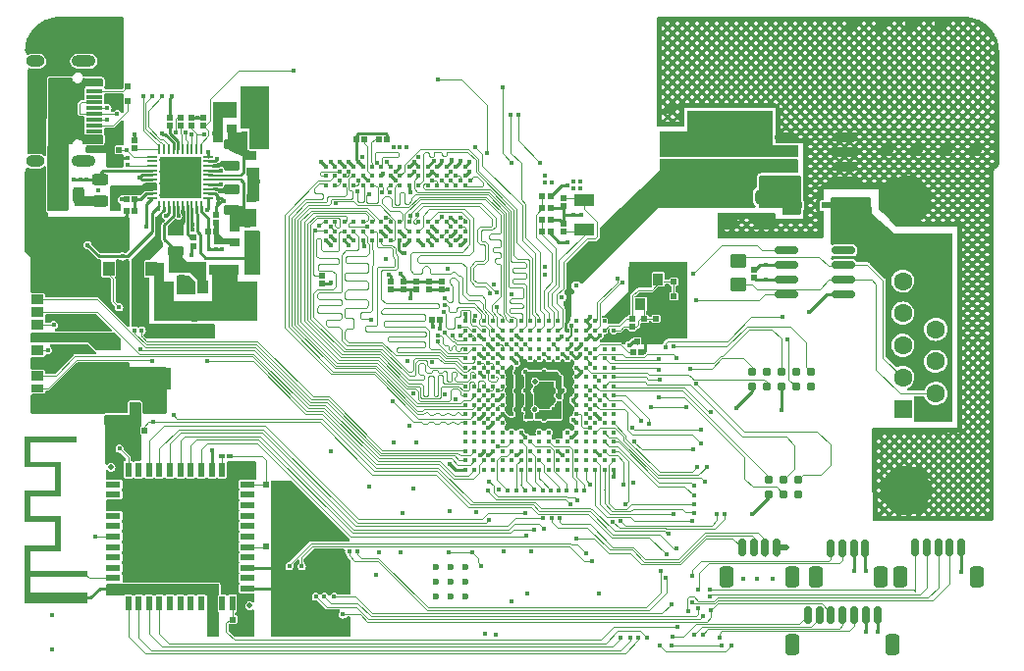
<source format=gbl>
G04 #@! TF.GenerationSoftware,KiCad,Pcbnew,(6.0.2)*
G04 #@! TF.CreationDate,2022-04-20T12:25:18-06:00*
G04 #@! TF.ProjectId,nano,6e616e6f-2e6b-4696-9361-645f70636258,rev?*
G04 #@! TF.SameCoordinates,Original*
G04 #@! TF.FileFunction,Copper,L4,Bot*
G04 #@! TF.FilePolarity,Positive*
%FSLAX46Y46*%
G04 Gerber Fmt 4.6, Leading zero omitted, Abs format (unit mm)*
G04 Created by KiCad (PCBNEW (6.0.2)) date 2022-04-20 12:25:18*
%MOMM*%
%LPD*%
G01*
G04 APERTURE LIST*
G04 Aperture macros list*
%AMRoundRect*
0 Rectangle with rounded corners*
0 $1 Rounding radius*
0 $2 $3 $4 $5 $6 $7 $8 $9 X,Y pos of 4 corners*
0 Add a 4 corners polygon primitive as box body*
4,1,4,$2,$3,$4,$5,$6,$7,$8,$9,$2,$3,0*
0 Add four circle primitives for the rounded corners*
1,1,$1+$1,$2,$3*
1,1,$1+$1,$4,$5*
1,1,$1+$1,$6,$7*
1,1,$1+$1,$8,$9*
0 Add four rect primitives between the rounded corners*
20,1,$1+$1,$2,$3,$4,$5,0*
20,1,$1+$1,$4,$5,$6,$7,0*
20,1,$1+$1,$6,$7,$8,$9,0*
20,1,$1+$1,$8,$9,$2,$3,0*%
G04 Aperture macros list end*
G04 #@! TA.AperFunction,SMDPad,CuDef*
%ADD10R,0.500000X0.500000*%
G04 #@! TD*
G04 #@! TA.AperFunction,ComponentPad*
%ADD11C,0.600000*%
G04 #@! TD*
G04 #@! TA.AperFunction,SMDPad,CuDef*
%ADD12C,0.400000*%
G04 #@! TD*
G04 #@! TA.AperFunction,SMDPad,CuDef*
%ADD13R,0.900000X1.000000*%
G04 #@! TD*
G04 #@! TA.AperFunction,SMDPad,CuDef*
%ADD14RoundRect,0.062500X-0.062500X0.350000X-0.062500X-0.350000X0.062500X-0.350000X0.062500X0.350000X0*%
G04 #@! TD*
G04 #@! TA.AperFunction,SMDPad,CuDef*
%ADD15RoundRect,0.062500X-0.350000X0.062500X-0.350000X-0.062500X0.350000X-0.062500X0.350000X0.062500X0*%
G04 #@! TD*
G04 #@! TA.AperFunction,ComponentPad*
%ADD16C,0.500000*%
G04 #@! TD*
G04 #@! TA.AperFunction,SMDPad,CuDef*
%ADD17R,3.600000X3.600000*%
G04 #@! TD*
G04 #@! TA.AperFunction,SMDPad,CuDef*
%ADD18RoundRect,0.022860X0.205740X0.227140X-0.205740X0.227140X-0.205740X-0.227140X0.205740X-0.227140X0*%
G04 #@! TD*
G04 #@! TA.AperFunction,SMDPad,CuDef*
%ADD19RoundRect,0.022860X0.227140X-0.205740X0.227140X0.205740X-0.227140X0.205740X-0.227140X-0.205740X0*%
G04 #@! TD*
G04 #@! TA.AperFunction,SMDPad,CuDef*
%ADD20RoundRect,0.022860X-0.227140X0.205740X-0.227140X-0.205740X0.227140X-0.205740X0.227140X0.205740X0*%
G04 #@! TD*
G04 #@! TA.AperFunction,SMDPad,CuDef*
%ADD21RoundRect,0.022860X-0.205740X-0.227140X0.205740X-0.227140X0.205740X0.227140X-0.205740X0.227140X0*%
G04 #@! TD*
G04 #@! TA.AperFunction,SMDPad,CuDef*
%ADD22R,1.800000X1.000000*%
G04 #@! TD*
G04 #@! TA.AperFunction,SMDPad,CuDef*
%ADD23RoundRect,0.243750X-0.456250X0.243750X-0.456250X-0.243750X0.456250X-0.243750X0.456250X0.243750X0*%
G04 #@! TD*
G04 #@! TA.AperFunction,SMDPad,CuDef*
%ADD24RoundRect,0.243750X0.243750X0.456250X-0.243750X0.456250X-0.243750X-0.456250X0.243750X-0.456250X0*%
G04 #@! TD*
G04 #@! TA.AperFunction,SMDPad,CuDef*
%ADD25R,1.450000X0.600000*%
G04 #@! TD*
G04 #@! TA.AperFunction,SMDPad,CuDef*
%ADD26R,1.450000X0.300000*%
G04 #@! TD*
G04 #@! TA.AperFunction,ComponentPad*
%ADD27O,1.600000X1.000000*%
G04 #@! TD*
G04 #@! TA.AperFunction,ComponentPad*
%ADD28O,2.100000X1.000000*%
G04 #@! TD*
G04 #@! TA.AperFunction,SMDPad,CuDef*
%ADD29RoundRect,0.035560X-0.383540X0.320040X-0.383540X-0.320040X0.383540X-0.320040X0.383540X0.320040X0*%
G04 #@! TD*
G04 #@! TA.AperFunction,SMDPad,CuDef*
%ADD30RoundRect,0.035560X0.383540X-0.320040X0.383540X0.320040X-0.383540X0.320040X-0.383540X-0.320040X0*%
G04 #@! TD*
G04 #@! TA.AperFunction,SMDPad,CuDef*
%ADD31RoundRect,0.035560X-0.320040X-0.383540X0.320040X-0.383540X0.320040X0.383540X-0.320040X0.383540X0*%
G04 #@! TD*
G04 #@! TA.AperFunction,SMDPad,CuDef*
%ADD32RoundRect,0.035560X0.320040X0.383540X-0.320040X0.383540X-0.320040X-0.383540X0.320040X-0.383540X0*%
G04 #@! TD*
G04 #@! TA.AperFunction,SMDPad,CuDef*
%ADD33R,1.100000X0.850000*%
G04 #@! TD*
G04 #@! TA.AperFunction,SMDPad,CuDef*
%ADD34R,1.100000X0.750000*%
G04 #@! TD*
G04 #@! TA.AperFunction,SMDPad,CuDef*
%ADD35R,1.000000X1.200000*%
G04 #@! TD*
G04 #@! TA.AperFunction,SMDPad,CuDef*
%ADD36R,1.800000X1.170000*%
G04 #@! TD*
G04 #@! TA.AperFunction,SMDPad,CuDef*
%ADD37R,1.350000X1.550000*%
G04 #@! TD*
G04 #@! TA.AperFunction,SMDPad,CuDef*
%ADD38R,1.350000X1.900000*%
G04 #@! TD*
G04 #@! TA.AperFunction,SMDPad,CuDef*
%ADD39RoundRect,0.041000X0.594000X-0.369000X0.594000X0.369000X-0.594000X0.369000X-0.594000X-0.369000X0*%
G04 #@! TD*
G04 #@! TA.AperFunction,SMDPad,CuDef*
%ADD40RoundRect,0.041000X-0.594000X0.369000X-0.594000X-0.369000X0.594000X-0.369000X0.594000X0.369000X0*%
G04 #@! TD*
G04 #@! TA.AperFunction,SMDPad,CuDef*
%ADD41RoundRect,0.150000X-0.675000X-0.150000X0.675000X-0.150000X0.675000X0.150000X-0.675000X0.150000X0*%
G04 #@! TD*
G04 #@! TA.AperFunction,SMDPad,CuDef*
%ADD42RoundRect,0.075000X-0.212500X-0.075000X0.212500X-0.075000X0.212500X0.075000X-0.212500X0.075000X0*%
G04 #@! TD*
G04 #@! TA.AperFunction,SMDPad,CuDef*
%ADD43R,5.100000X2.350000*%
G04 #@! TD*
G04 #@! TA.AperFunction,ConnectorPad*
%ADD44R,0.500000X0.500000*%
G04 #@! TD*
G04 #@! TA.AperFunction,ComponentPad*
%ADD45R,0.500000X0.900000*%
G04 #@! TD*
G04 #@! TA.AperFunction,SMDPad,CuDef*
%ADD46RoundRect,0.250000X0.450000X-0.350000X0.450000X0.350000X-0.450000X0.350000X-0.450000X-0.350000X0*%
G04 #@! TD*
G04 #@! TA.AperFunction,ConnectorPad*
%ADD47C,0.787400*%
G04 #@! TD*
G04 #@! TA.AperFunction,SMDPad,CuDef*
%ADD48RoundRect,0.150000X-0.150000X-0.625000X0.150000X-0.625000X0.150000X0.625000X-0.150000X0.625000X0*%
G04 #@! TD*
G04 #@! TA.AperFunction,SMDPad,CuDef*
%ADD49RoundRect,0.250000X-0.350000X-0.650000X0.350000X-0.650000X0.350000X0.650000X-0.350000X0.650000X0*%
G04 #@! TD*
G04 #@! TA.AperFunction,SMDPad,CuDef*
%ADD50RoundRect,0.150000X-0.825000X-0.150000X0.825000X-0.150000X0.825000X0.150000X-0.825000X0.150000X0*%
G04 #@! TD*
G04 #@! TA.AperFunction,SMDPad,CuDef*
%ADD51RoundRect,0.250000X-0.475000X0.337500X-0.475000X-0.337500X0.475000X-0.337500X0.475000X0.337500X0*%
G04 #@! TD*
G04 #@! TA.AperFunction,ComponentPad*
%ADD52C,4.000000*%
G04 #@! TD*
G04 #@! TA.AperFunction,ComponentPad*
%ADD53R,1.600000X1.600000*%
G04 #@! TD*
G04 #@! TA.AperFunction,ComponentPad*
%ADD54C,1.600000*%
G04 #@! TD*
G04 #@! TA.AperFunction,SMDPad,CuDef*
%ADD55R,1.300000X0.500000*%
G04 #@! TD*
G04 #@! TA.AperFunction,SMDPad,CuDef*
%ADD56R,0.500000X1.300000*%
G04 #@! TD*
G04 #@! TA.AperFunction,SMDPad,CuDef*
%ADD57C,0.500000*%
G04 #@! TD*
G04 #@! TA.AperFunction,ViaPad*
%ADD58C,0.450000*%
G04 #@! TD*
G04 #@! TA.AperFunction,ViaPad*
%ADD59C,0.400000*%
G04 #@! TD*
G04 #@! TA.AperFunction,Conductor*
%ADD60C,0.500000*%
G04 #@! TD*
G04 #@! TA.AperFunction,Conductor*
%ADD61C,0.101600*%
G04 #@! TD*
G04 #@! TA.AperFunction,Conductor*
%ADD62C,0.250000*%
G04 #@! TD*
G04 #@! TA.AperFunction,Conductor*
%ADD63C,0.200000*%
G04 #@! TD*
G04 APERTURE END LIST*
G04 #@! TO.C,ANT1*
G36*
X20475000Y-66100000D02*
G01*
X23115000Y-66100000D01*
X23115000Y-64100000D01*
X20475000Y-64100000D01*
X20475000Y-61400000D01*
X23115000Y-61400000D01*
X23115000Y-59400000D01*
X20475000Y-59400000D01*
X20475000Y-56700000D01*
X24915000Y-56700000D01*
X24915000Y-57200000D01*
X20975000Y-57200000D01*
X20975000Y-58900000D01*
X23615000Y-58900000D01*
X23615000Y-61900000D01*
X20975000Y-61900000D01*
X20975000Y-63600000D01*
X23615000Y-63600000D01*
X23615000Y-66600000D01*
X20975000Y-66600000D01*
X20975000Y-68300000D01*
X25875000Y-68300000D01*
X25875000Y-68800000D01*
X20975000Y-68800000D01*
X20975000Y-70200000D01*
X25875000Y-70200000D01*
X25875000Y-71100000D01*
X20475000Y-71100000D01*
X20475000Y-70657267D01*
X25477018Y-70657267D01*
X25484908Y-70705353D01*
X25501814Y-70738245D01*
X25538584Y-70773185D01*
X25583378Y-70792847D01*
X25631785Y-70797583D01*
X25679395Y-70787742D01*
X25721797Y-70763674D01*
X25754581Y-70725731D01*
X25758935Y-70717819D01*
X25771043Y-70675156D01*
X25770300Y-70626637D01*
X25757400Y-70581122D01*
X25746787Y-70562511D01*
X25711553Y-70528868D01*
X25666368Y-70508309D01*
X25616842Y-70501778D01*
X25568583Y-70510218D01*
X25536357Y-70527112D01*
X25503687Y-70562372D01*
X25483592Y-70607682D01*
X25477018Y-70657267D01*
X20475000Y-70657267D01*
X20475000Y-66100000D01*
G37*
G04 #@! TD*
D10*
G04 #@! TO.P,D1,1,K*
G04 #@! TO.N,/PMIC PF1550/BUCK_VIN*
X87266666Y-36780000D03*
G04 #@! TO.P,D1,2,A*
G04 #@! TO.N,VCC*
X89466666Y-36780000D03*
G04 #@! TD*
G04 #@! TO.P,D2,1,K*
G04 #@! TO.N,Net-(D2-Pad1)*
X76050000Y-30653334D03*
G04 #@! TO.P,D2,2,A*
G04 #@! TO.N,GND*
X76050000Y-28453334D03*
G04 #@! TD*
D11*
G04 #@! TO.P,U7,57,GND*
G04 #@! TO.N,GND*
X57207500Y-69252500D03*
X57207500Y-67977500D03*
X58482500Y-69252500D03*
X58482500Y-67977500D03*
X57207500Y-70527500D03*
X55932500Y-70527500D03*
X58482500Y-70527500D03*
X55932500Y-69252500D03*
X55932500Y-67977500D03*
G04 #@! TD*
D12*
G04 #@! TO.P,U1,A1,VSS*
G04 #@! TO.N,GND*
X58463000Y-59582500D03*
G04 #@! TO.P,U1,A2,SD1_DATA3*
G04 #@! TO.N,SD1_D3*
X59263000Y-59582500D03*
G04 #@! TO.P,U1,A3,NAND_READY_B*
G04 #@! TO.N,unconnected-(U1-PadA3)*
X60063000Y-59582500D03*
G04 #@! TO.P,U1,A4,NAND_CLE*
G04 #@! TO.N,unconnected-(U1-PadA4)*
X60863000Y-59582500D03*
G04 #@! TO.P,U1,A5,NAND_DATA07*
G04 #@! TO.N,SDHC_DATA7*
X61663000Y-59582500D03*
G04 #@! TO.P,U1,A6,NAND_DATA06*
G04 #@! TO.N,SDHC_DATA6*
X62463000Y-59582500D03*
G04 #@! TO.P,U1,A7,NAND_DATA02*
G04 #@! TO.N,SDHC_DATA2*
X63263000Y-59582500D03*
G04 #@! TO.P,U1,A8,LCD_CLK*
G04 #@! TO.N,/IMX_Peripherals_2/LCD_CLK*
X64063000Y-59582500D03*
G04 #@! TO.P,U1,A9,LCD_DATA01*
G04 #@! TO.N,/IMX_Peripherals_2/LCD_D1*
X64863000Y-59582500D03*
G04 #@! TO.P,U1,A10,LCD_DATA06*
G04 #@! TO.N,/IMX_Peripherals_2/LCD_D6*
X65663000Y-59582500D03*
G04 #@! TO.P,U1,A11,LCD_DATA09*
G04 #@! TO.N,/IMX_Peripherals_2/LCD_D9*
X66463000Y-59582500D03*
G04 #@! TO.P,U1,A12,LCD_DATA14*
G04 #@! TO.N,/IMX_Peripherals_2/LCD_D14*
X67263000Y-59582500D03*
G04 #@! TO.P,U1,A13,LCD_DATA18*
G04 #@! TO.N,RF69_INT*
X68063000Y-59582500D03*
G04 #@! TO.P,U1,A14,LCD_DATA22*
G04 #@! TO.N,RF69_RESET*
X68863000Y-59582500D03*
G04 #@! TO.P,U1,A15,ENET2_TX_DATA0*
G04 #@! TO.N,/IMX_Peripherals_1/TOUCH_SDA*
X69663000Y-59582500D03*
G04 #@! TO.P,U1,A16,ENET2_TX_DATA1*
G04 #@! TO.N,/IMX_Peripherals_1/TOUCH_SCLK*
X70463000Y-59582500D03*
G04 #@! TO.P,U1,A17,VSS*
G04 #@! TO.N,GND*
X71263000Y-59582500D03*
G04 #@! TO.P,U1,B1,SD1_DATA2*
G04 #@! TO.N,SD1_D2*
X58463000Y-58782500D03*
G04 #@! TO.P,U1,B2,SD1_DATA1*
G04 #@! TO.N,SD1_D1*
X59263000Y-58782500D03*
G04 #@! TO.P,U1,B3,SD1_DATA0*
G04 #@! TO.N,SD1_D0*
X60063000Y-58782500D03*
G04 #@! TO.P,U1,B4,NAND_ALE*
G04 #@! TO.N,unconnected-(U1-PadB4)*
X60863000Y-58782500D03*
G04 #@! TO.P,U1,B5,NAND_CE1_B*
G04 #@! TO.N,unconnected-(U1-PadB5)*
X61663000Y-58782500D03*
G04 #@! TO.P,U1,B6,NAND_DATA05*
G04 #@! TO.N,SDHC_DATA5*
X62463000Y-58782500D03*
G04 #@! TO.P,U1,B7,NAND_DATA01*
G04 #@! TO.N,SDHC_DATA1*
X63263000Y-58782500D03*
G04 #@! TO.P,U1,B8,LCD_ENABLE*
G04 #@! TO.N,/IMX_Peripherals_2/LCD_EN*
X64063000Y-58782500D03*
G04 #@! TO.P,U1,B9,LCD_DATA00*
G04 #@! TO.N,/IMX_Peripherals_2/LCD_D0*
X64863000Y-58782500D03*
G04 #@! TO.P,U1,B10,LCD_DATA05*
G04 #@! TO.N,/IMX_Peripherals_2/LCD_D5*
X65663000Y-58782500D03*
G04 #@! TO.P,U1,B11,LCD_DATA08*
G04 #@! TO.N,/IMX_Peripherals_2/LCD_D8*
X66463000Y-58782500D03*
G04 #@! TO.P,U1,B12,LCD_DATA13*
G04 #@! TO.N,/IMX_Peripherals_2/LCD_D13*
X67263000Y-58782500D03*
G04 #@! TO.P,U1,B13,LCD_DATA17*
G04 #@! TO.N,/IMX_Peripherals_2/LCD_D17*
X68063000Y-58782500D03*
G04 #@! TO.P,U1,B14,LCD_DATA21*
G04 #@! TO.N,/IMX_Peripherals_2/LCD_D21*
X68863000Y-58782500D03*
G04 #@! TO.P,U1,B15,ENET2_TX_EN*
G04 #@! TO.N,/IMX_Peripherals_1/TOUCH_MOSI*
X69663000Y-58782500D03*
G04 #@! TO.P,U1,B16,LCD_DATA23*
G04 #@! TO.N,/IMX_Peripherals_2/LCD_D23*
X70463000Y-58782500D03*
G04 #@! TO.P,U1,B17,ENET2_RX_EN*
G04 #@! TO.N,/IMX_Peripherals_1/TOUCH_SCL*
X71263000Y-58782500D03*
G04 #@! TO.P,U1,C1,SD1_CLK*
G04 #@! TO.N,SD1_CLK*
X58463000Y-57982500D03*
G04 #@! TO.P,U1,C2,SD1_CMD*
G04 #@! TO.N,SD1_CMD*
X59263000Y-57982500D03*
G04 #@! TO.P,U1,C3,VSS*
G04 #@! TO.N,GND*
X60063000Y-57982500D03*
G04 #@! TO.P,U1,C4,NVCC_SD1*
G04 #@! TO.N,NVCC_SD*
X60863000Y-57982500D03*
G04 #@! TO.P,U1,C5,NAND_CE0_B*
G04 #@! TO.N,unconnected-(U1-PadC5)*
X61663000Y-57982500D03*
G04 #@! TO.P,U1,C6,NAND_DATA04*
G04 #@! TO.N,SDHC_DATA4*
X62463000Y-57982500D03*
G04 #@! TO.P,U1,C7,VSS*
G04 #@! TO.N,GND*
X63263000Y-57982500D03*
G04 #@! TO.P,U1,C8,NAND_WE_B*
G04 #@! TO.N,SDHC_CMD*
X64063000Y-57982500D03*
G04 #@! TO.P,U1,C9,LCD_VSYNC*
G04 #@! TO.N,/IMX_Peripherals_2/LCD_VSYNC*
X64863000Y-57982500D03*
G04 #@! TO.P,U1,C10,LCD_DATA04*
G04 #@! TO.N,/IMX_Peripherals_2/LCD_D4*
X65663000Y-57982500D03*
G04 #@! TO.P,U1,C11,VSS*
G04 #@! TO.N,GND*
X66463000Y-57982500D03*
G04 #@! TO.P,U1,C12,LCD_DATA12*
G04 #@! TO.N,/IMX_Peripherals_2/LCD_D12*
X67263000Y-57982500D03*
G04 #@! TO.P,U1,C13,LCD_DATA16*
G04 #@! TO.N,/IMX_Peripherals_2/LCD_D16*
X68063000Y-57982500D03*
G04 #@! TO.P,U1,C14,LCD_DATA20*
G04 #@! TO.N,/IMX_Peripherals_2/LCD_D20*
X68863000Y-57982500D03*
G04 #@! TO.P,U1,C15,VSS*
G04 #@! TO.N,GND*
X69663000Y-57982500D03*
G04 #@! TO.P,U1,C16,ENET2_RX_DATA1*
G04 #@! TO.N,BOARD_SDA*
X70463000Y-57982500D03*
G04 #@! TO.P,U1,C17,ENET2_RX_DATA0*
G04 #@! TO.N,BOARD_SCL*
X71263000Y-57982500D03*
G04 #@! TO.P,U1,D1,CSI_DATA07*
G04 #@! TO.N,CSI_DATA07*
X58463000Y-57182500D03*
G04 #@! TO.P,U1,D2,CSI_DATA06*
G04 #@! TO.N,CSI_DATA06*
X59263000Y-57182500D03*
G04 #@! TO.P,U1,D3,CSI_DATA05*
G04 #@! TO.N,CSI_DATA05*
X60063000Y-57182500D03*
G04 #@! TO.P,U1,D4,CSI_DATA04*
G04 #@! TO.N,CSI_DATA04*
X60863000Y-57182500D03*
G04 #@! TO.P,U1,D5,NAND_WP_B*
G04 #@! TO.N,unconnected-(U1-PadD5)*
X61663000Y-57182500D03*
G04 #@! TO.P,U1,D6,NAND_DATA03*
G04 #@! TO.N,SDHC_DATA3*
X62463000Y-57182500D03*
G04 #@! TO.P,U1,D7,NAND_DATA00*
G04 #@! TO.N,SDHC_DATA0*
X63263000Y-57182500D03*
G04 #@! TO.P,U1,D8,NAND_RE_B*
G04 #@! TO.N,SDHC_CLK*
X64063000Y-57182500D03*
G04 #@! TO.P,U1,D9,LCD_HSYNC*
G04 #@! TO.N,/IMX_Peripherals_2/LCD_HSYNC*
X64863000Y-57182500D03*
G04 #@! TO.P,U1,D10,LCD_DATA03*
G04 #@! TO.N,/IMX_Peripherals_2/LCD_D3*
X65663000Y-57182500D03*
G04 #@! TO.P,U1,D11,LCD_DATA07*
G04 #@! TO.N,/IMX_Peripherals_2/LCD_D7*
X66463000Y-57182500D03*
G04 #@! TO.P,U1,D12,LCD_DATA11*
G04 #@! TO.N,/IMX_Peripherals_2/LCD_D11*
X67263000Y-57182500D03*
G04 #@! TO.P,U1,D13,LCD_DATA15*
G04 #@! TO.N,/IMX_Peripherals_2/LCD_D15*
X68063000Y-57182500D03*
G04 #@! TO.P,U1,D14,LCD_DATA19*
G04 #@! TO.N,/IMX_Peripherals_2/LCD_D19*
X68863000Y-57182500D03*
G04 #@! TO.P,U1,D15,ENET1_RX_ER*
G04 #@! TO.N,ETH_RXER*
X69663000Y-57182500D03*
G04 #@! TO.P,U1,D16,ENET2_RX_ER*
G04 #@! TO.N,/IMX_Peripherals_1/TOUCH_SS0*
X70463000Y-57182500D03*
G04 #@! TO.P,U1,D17,ENET2_TX_CLK*
G04 #@! TO.N,/IMX_Peripherals_1/TOUCH_MISO*
X71263000Y-57182500D03*
G04 #@! TO.P,U1,E1,CSI_DATA03*
G04 #@! TO.N,CSI_DATA03*
X58463000Y-56382500D03*
G04 #@! TO.P,U1,E2,CSI_DATA02*
G04 #@! TO.N,CSI_DATA02*
X59263000Y-56382500D03*
G04 #@! TO.P,U1,E3,CSI_DATA01*
G04 #@! TO.N,CSI_DATA01*
X60063000Y-56382500D03*
G04 #@! TO.P,U1,E4,CSI_DATA00*
G04 #@! TO.N,CSI_DATA00*
X60863000Y-56382500D03*
G04 #@! TO.P,U1,E5,CSI_PIXCLK*
G04 #@! TO.N,CSI_PIXCLK*
X61663000Y-56382500D03*
G04 #@! TO.P,U1,E6,NAND_DQS*
G04 #@! TO.N,unconnected-(U1-PadE6)*
X62463000Y-56382500D03*
G04 #@! TO.P,U1,E7,NVCC_NAND*
G04 #@! TO.N,DCDC_3V3*
X63263000Y-56382500D03*
G04 #@! TO.P,U1,E8,VSS*
G04 #@! TO.N,GND*
X64063000Y-56382500D03*
G04 #@! TO.P,U1,E9,LCD_RESET*
G04 #@! TO.N,/IMX_Peripherals_2/LCD_RST*
X64863000Y-56382500D03*
G04 #@! TO.P,U1,E10,LCD_DATA02*
G04 #@! TO.N,/IMX_Peripherals_2/LCD_D2*
X65663000Y-56382500D03*
G04 #@! TO.P,U1,E11,VSS*
G04 #@! TO.N,GND*
X66463000Y-56382500D03*
G04 #@! TO.P,U1,E12,LCD_DATA10*
G04 #@! TO.N,/IMX_Peripherals_2/LCD_D10*
X67263000Y-56382500D03*
G04 #@! TO.P,U1,E13,NVCC_LCD*
G04 #@! TO.N,DCDC_3V3*
X68063000Y-56382500D03*
G04 #@! TO.P,U1,E14,ENET1_TX_DATA1*
G04 #@! TO.N,ETH_TXD1*
X68863000Y-56382500D03*
G04 #@! TO.P,U1,E15,ENET1_TX_DATA0*
G04 #@! TO.N,ETH_TXD0*
X69663000Y-56382500D03*
G04 #@! TO.P,U1,E16,ENET1_RX_EN*
G04 #@! TO.N,ETH_RXEN*
X70463000Y-56382500D03*
G04 #@! TO.P,U1,E17,ENET1_RX_DATA1*
G04 #@! TO.N,ETH_RXD1*
X71263000Y-56382500D03*
G04 #@! TO.P,U1,F1,DRAM_ODT1*
G04 #@! TO.N,/DDR/ODT1*
X58463000Y-55582500D03*
G04 #@! TO.P,U1,F2,CSI_VSYNC*
G04 #@! TO.N,CSI_VSYNC*
X59263000Y-55582500D03*
G04 #@! TO.P,U1,F3,CSI_HSYNC*
G04 #@! TO.N,CSI_HSYNC*
X60063000Y-55582500D03*
G04 #@! TO.P,U1,F4,NVCC_CSI*
G04 #@! TO.N,NVCC_CSI*
X60863000Y-55582500D03*
G04 #@! TO.P,U1,F5,CSI_MCLK*
G04 #@! TO.N,CSI_MCLK*
X61663000Y-55582500D03*
G04 #@! TO.P,U1,F6,VSS*
G04 #@! TO.N,GND*
X62463000Y-55582500D03*
G04 #@! TO.P,U1,F7,VSS*
X63263000Y-55582500D03*
G04 #@! TO.P,U1,F8,VSS*
X64063000Y-55582500D03*
G04 #@! TO.P,U1,F9,VSS*
X64863000Y-55582500D03*
G04 #@! TO.P,U1,F10,VSS*
X65663000Y-55582500D03*
G04 #@! TO.P,U1,F11,VSS*
X66463000Y-55582500D03*
G04 #@! TO.P,U1,F12,VSS*
X67263000Y-55582500D03*
G04 #@! TO.P,U1,F13,NVCC_ENET*
G04 #@! TO.N,DCDC_3V3*
X68063000Y-55582500D03*
G04 #@! TO.P,U1,F14,ENET1_TX_CLK*
G04 #@! TO.N,ETH_TXCK*
X68863000Y-55582500D03*
G04 #@! TO.P,U1,F15,ENET1_TX_EN*
G04 #@! TO.N,ETH_TXEN*
X69663000Y-55582500D03*
G04 #@! TO.P,U1,F16,ENET1_RX_DATA0*
G04 #@! TO.N,ETH_RXD0*
X70463000Y-55582500D03*
G04 #@! TO.P,U1,F17,UART5_TX_DATA*
G04 #@! TO.N,UART_5_TXD*
X71263000Y-55582500D03*
G04 #@! TO.P,U1,G1,DRAM_ADDR14*
G04 #@! TO.N,/DDR/A14*
X58463000Y-54782500D03*
G04 #@! TO.P,U1,G2,DRAM_ADDR06*
G04 #@! TO.N,/DDR/A6*
X59263000Y-54782500D03*
G04 #@! TO.P,U1,G3,VSS*
G04 #@! TO.N,GND*
X60063000Y-54782500D03*
G04 #@! TO.P,U1,G4,DRAM_RESET*
G04 #@! TO.N,/DDR/RESET#*
X60863000Y-54782500D03*
G04 #@! TO.P,U1,G5,VSS*
G04 #@! TO.N,GND*
X61663000Y-54782500D03*
G04 #@! TO.P,U1,G6,NVCC_DRAM*
G04 #@! TO.N,DRAM_1V35*
X62463000Y-54782500D03*
G04 #@! TO.P,U1,G7,VSS*
G04 #@! TO.N,GND*
X63263000Y-54782500D03*
G04 #@! TO.P,U1,G8,VDD_SOC_CAP*
G04 #@! TO.N,VDD_SOC_CAP*
X64063000Y-54782500D03*
G04 #@! TO.P,U1,G9,VDD_ARM_CAP*
G04 #@! TO.N,VDD_ARM_CAP*
X64863000Y-54782500D03*
G04 #@! TO.P,U1,G10,VDD_ARM_CAP*
X65663000Y-54782500D03*
G04 #@! TO.P,U1,G11,VDD_ARM_CAP*
X66463000Y-54782500D03*
G04 #@! TO.P,U1,G12,VSS*
G04 #@! TO.N,GND*
X67263000Y-54782500D03*
G04 #@! TO.P,U1,G13,UART5_RX_DATA*
G04 #@! TO.N,UART_5_RXD*
X68063000Y-54782500D03*
G04 #@! TO.P,U1,G14,UART3_RTS_B*
G04 #@! TO.N,FLEXCAN1_RX*
X68863000Y-54782500D03*
G04 #@! TO.P,U1,G15,VSS*
G04 #@! TO.N,GND*
X69663000Y-54782500D03*
G04 #@! TO.P,U1,G16,UART4_RX_DATA*
G04 #@! TO.N,UART4_RXD*
X70463000Y-54782500D03*
G04 #@! TO.P,U1,G17,UART4_TX_DATA*
G04 #@! TO.N,UART4_TXD*
X71263000Y-54782500D03*
G04 #@! TO.P,U1,H1,DRAM_SDBA1*
G04 #@! TO.N,/DDR/BA1*
X58463000Y-53982500D03*
G04 #@! TO.P,U1,H2,DRAM_ADDR01*
G04 #@! TO.N,/DDR/A1*
X59263000Y-53982500D03*
G04 #@! TO.P,U1,H3,DRAM_ADDR13*
G04 #@! TO.N,/DDR/A13*
X60063000Y-53982500D03*
G04 #@! TO.P,U1,H4,DRAM_ADDR07*
G04 #@! TO.N,/DDR/A7*
X60863000Y-53982500D03*
G04 #@! TO.P,U1,H5,DRAM_CS1_B*
G04 #@! TO.N,/DDR/CS1#*
X61663000Y-53982500D03*
G04 #@! TO.P,U1,H6,NVCC_DRAM*
G04 #@! TO.N,DRAM_1V35*
X62463000Y-53982500D03*
G04 #@! TO.P,U1,H7,VSS*
G04 #@! TO.N,GND*
X63263000Y-53982500D03*
G04 #@! TO.P,U1,H8,VDD_SOC_CAP*
G04 #@! TO.N,VDD_SOC_CAP*
X64063000Y-53982500D03*
G04 #@! TO.P,U1,H9,VDD_SOC_IN*
G04 #@! TO.N,VDD_SOC_IN*
X64863000Y-53982500D03*
G04 #@! TO.P,U1,H10,VDD_SOC_IN*
X65663000Y-53982500D03*
G04 #@! TO.P,U1,H11,VDD_ARM_CAP*
G04 #@! TO.N,VDD_ARM_CAP*
X66463000Y-53982500D03*
G04 #@! TO.P,U1,H12,VSS*
G04 #@! TO.N,GND*
X67263000Y-53982500D03*
G04 #@! TO.P,U1,H13,NVCC_UART*
G04 #@! TO.N,DCDC_3V3*
X68063000Y-53982500D03*
G04 #@! TO.P,U1,H14,UART2_RTS_B*
G04 #@! TO.N,UART2_RTS*
X68863000Y-53982500D03*
G04 #@! TO.P,U1,H15,UART3_CTS_B*
G04 #@! TO.N,FLEXCAN1_TX*
X69663000Y-53982500D03*
G04 #@! TO.P,U1,H16,UART3_RX_DATA*
G04 #@! TO.N,UART3_RXD*
X70463000Y-53982500D03*
G04 #@! TO.P,U1,H17,UART3_TX_DATA*
G04 #@! TO.N,UART3_TXD*
X71263000Y-53982500D03*
G04 #@! TO.P,U1,J1,DRAM_SDWE_B*
G04 #@! TO.N,/DDR/WE#*
X58463000Y-53182500D03*
G04 #@! TO.P,U1,J2,DRAM_CAS_B*
G04 #@! TO.N,/DDR/CAS#*
X59263000Y-53182500D03*
G04 #@! TO.P,U1,J3,DRAM_SDCKE1*
G04 #@! TO.N,/DDR/CKE1*
X60063000Y-53182500D03*
G04 #@! TO.P,U1,J4,DRAM_ADDR08*
G04 #@! TO.N,/DDR/A8*
X60863000Y-53182500D03*
G04 #@! TO.P,U1,J5,VSS*
G04 #@! TO.N,GND*
X61663000Y-53182500D03*
G04 #@! TO.P,U1,J6,NVCC_DRAM*
G04 #@! TO.N,DRAM_1V35*
X62463000Y-53182500D03*
G04 #@! TO.P,U1,J7,VSS*
G04 #@! TO.N,GND*
X63263000Y-53182500D03*
G04 #@! TO.P,U1,J8,VDD_SOC_CAP*
G04 #@! TO.N,VDD_SOC_CAP*
X64063000Y-53182500D03*
G04 #@! TO.P,U1,J9,VDD_SOC_IN*
G04 #@! TO.N,VDD_SOC_IN*
X64863000Y-53182500D03*
G04 #@! TO.P,U1,J10,VDD_SOC_IN*
X65663000Y-53182500D03*
G04 #@! TO.P,U1,J11,VDD_SOC_CAP*
G04 #@! TO.N,VDD_SOC_CAP*
X66463000Y-53182500D03*
G04 #@! TO.P,U1,J12,VSS*
G04 #@! TO.N,GND*
X67263000Y-53182500D03*
G04 #@! TO.P,U1,J13,NVCC_GPIO*
G04 #@! TO.N,DCDC_3V3*
X68063000Y-53182500D03*
G04 #@! TO.P,U1,J14,UART1_RTS_B*
G04 #@! TO.N,DBG_CTS*
X68863000Y-53182500D03*
G04 #@! TO.P,U1,J15,UART2_CTS_B*
G04 #@! TO.N,UART2_CTS*
X69663000Y-53182500D03*
G04 #@! TO.P,U1,J16,UART2_RX_DATA*
G04 #@! TO.N,UART2_RXD*
X70463000Y-53182500D03*
G04 #@! TO.P,U1,J17,UART2_TX_DATA*
G04 #@! TO.N,UART2_TXD*
X71263000Y-53182500D03*
G04 #@! TO.P,U1,K1,DRAM_ADDR02*
G04 #@! TO.N,/DDR/A2*
X58463000Y-52382500D03*
G04 #@! TO.P,U1,K2,DRAM_SDBA2*
G04 #@! TO.N,/DDR/BA2*
X59263000Y-52382500D03*
G04 #@! TO.P,U1,K3,DRAM_ADDR11*
G04 #@! TO.N,/DDR/A11*
X60063000Y-52382500D03*
G04 #@! TO.P,U1,K4,DRAM_ADDR04*
G04 #@! TO.N,/DDR/A4*
X60863000Y-52382500D03*
G04 #@! TO.P,U1,K5,DRAM_ADDR15*
G04 #@! TO.N,/DDR/A15*
X61663000Y-52382500D03*
G04 #@! TO.P,U1,K6,NVCC_DRAM*
G04 #@! TO.N,DRAM_1V35*
X62463000Y-52382500D03*
G04 #@! TO.P,U1,K7,VSS*
G04 #@! TO.N,GND*
X63263000Y-52382500D03*
G04 #@! TO.P,U1,K8,VDD_SOC_CAP*
G04 #@! TO.N,VDD_SOC_CAP*
X64063000Y-52382500D03*
G04 #@! TO.P,U1,K9,VDD_SOC_IN*
G04 #@! TO.N,VDD_SOC_IN*
X64863000Y-52382500D03*
G04 #@! TO.P,U1,K10,VDD_SOC_IN*
X65663000Y-52382500D03*
G04 #@! TO.P,U1,K11,VDD_SOC_CAP*
G04 #@! TO.N,VDD_SOC_CAP*
X66463000Y-52382500D03*
G04 #@! TO.P,U1,K12,VSS*
G04 #@! TO.N,GND*
X67263000Y-52382500D03*
G04 #@! TO.P,U1,K13,GPIO1_IO00*
G04 #@! TO.N,DBG_GPIO1*
X68063000Y-52382500D03*
G04 #@! TO.P,U1,K14,UART1_TX_DATA*
G04 #@! TO.N,DBG_RXD*
X68863000Y-52382500D03*
G04 #@! TO.P,U1,K15,UART1_CTS_B*
G04 #@! TO.N,DBG_RTS*
X69663000Y-52382500D03*
G04 #@! TO.P,U1,K16,UART1_RX_DATA*
G04 #@! TO.N,DBG_TXD*
X70463000Y-52382500D03*
G04 #@! TO.P,U1,K17,GPIO1_IO06*
G04 #@! TO.N,ETH_MDIO*
X71263000Y-52382500D03*
G04 #@! TO.P,U1,L1,DRAM_ADDR05*
G04 #@! TO.N,/DDR/A5*
X58463000Y-51582500D03*
G04 #@! TO.P,U1,L2,DRAM_ADDR09*
G04 #@! TO.N,/DDR/A9*
X59263000Y-51582500D03*
G04 #@! TO.P,U1,L3,VSS*
G04 #@! TO.N,GND*
X60063000Y-51582500D03*
G04 #@! TO.P,U1,L4,DRAM_ADDR12*
G04 #@! TO.N,/DDR/A12*
X60863000Y-51582500D03*
G04 #@! TO.P,U1,L5,DRAM_ADDR00*
G04 #@! TO.N,/DDR/A0*
X61663000Y-51582500D03*
G04 #@! TO.P,U1,L6,NVCC_DRAM*
G04 #@! TO.N,DRAM_1V35*
X62463000Y-51582500D03*
G04 #@! TO.P,U1,L7,VSS*
G04 #@! TO.N,GND*
X63263000Y-51582500D03*
G04 #@! TO.P,U1,L8,VDD_SOC_CAP*
G04 #@! TO.N,VDD_SOC_CAP*
X64063000Y-51582500D03*
G04 #@! TO.P,U1,L9,VDD_SOC_CAP*
X64863000Y-51582500D03*
G04 #@! TO.P,U1,L10,VDD_SOC_CAP*
X65663000Y-51582500D03*
G04 #@! TO.P,U1,L11,VDD_SOC_CAP*
X66463000Y-51582500D03*
G04 #@! TO.P,U1,L12,VSS*
G04 #@! TO.N,GND*
X67263000Y-51582500D03*
G04 #@! TO.P,U1,L13,VDDA_ADC_3P3*
G04 #@! TO.N,/Clock_and_Control/VDDA_ADC*
X68063000Y-51582500D03*
G04 #@! TO.P,U1,L14,GPIO1_IO02*
G04 #@! TO.N,DBG_SUSPEND*
X68863000Y-51582500D03*
G04 #@! TO.P,U1,L15,GPIO1_IO01*
G04 #@! TO.N,DBG_GPIO0*
X69663000Y-51582500D03*
G04 #@! TO.P,U1,L16,GPIO1_IO07*
G04 #@! TO.N,ETH_MDC*
X70463000Y-51582500D03*
G04 #@! TO.P,U1,L17,GPIO1_IO03*
G04 #@! TO.N,SD1_CD_B*
X71263000Y-51582500D03*
G04 #@! TO.P,U1,M1,DRAM_SDBA0*
G04 #@! TO.N,/DDR/BA0*
X58463000Y-50782500D03*
G04 #@! TO.P,U1,M2,DRAM_ADDR03*
G04 #@! TO.N,/DDR/A3*
X59263000Y-50782500D03*
G04 #@! TO.P,U1,M3,DRAM_SDCKE0*
G04 #@! TO.N,/DDR/CKE0*
X60063000Y-50782500D03*
G04 #@! TO.P,U1,M4,DRAM_ADDR10*
G04 #@! TO.N,/DDR/A10*
X60863000Y-50782500D03*
G04 #@! TO.P,U1,M5,DRAM_RAS_B*
G04 #@! TO.N,/DDR/RAS#*
X61663000Y-50782500D03*
G04 #@! TO.P,U1,M6,NVCC_DRAM*
G04 #@! TO.N,DRAM_1V35*
X62463000Y-50782500D03*
G04 #@! TO.P,U1,M7,VSS*
G04 #@! TO.N,GND*
X63263000Y-50782500D03*
G04 #@! TO.P,U1,M8,VSS*
X64063000Y-50782500D03*
G04 #@! TO.P,U1,M9,VSS*
X64863000Y-50782500D03*
G04 #@! TO.P,U1,M10,VSS*
X65663000Y-50782500D03*
G04 #@! TO.P,U1,M11,VSS*
X66463000Y-50782500D03*
G04 #@! TO.P,U1,M12,NGND_KEL0*
X67263000Y-50782500D03*
G04 #@! TO.P,U1,M13,ADC_VREFH*
G04 #@! TO.N,/Clock_and_Control/VDDA_ADC*
X68063000Y-50782500D03*
G04 #@! TO.P,U1,M14,JTAG_TCK*
G04 #@! TO.N,/Clock_and_Control/JTAG_TCK*
X68863000Y-50782500D03*
G04 #@! TO.P,U1,M15,GPIO1_IO09*
G04 #@! TO.N,ETH_NINT*
X69663000Y-50782500D03*
G04 #@! TO.P,U1,M16,GPIO1_IO04*
G04 #@! TO.N,HUB_24MHZ*
X70463000Y-50782500D03*
G04 #@! TO.P,U1,M17,GPIO1_IO05*
G04 #@! TO.N,BT_WAKE*
X71263000Y-50782500D03*
G04 #@! TO.P,U1,N1,DRAM_ODT0*
G04 #@! TO.N,/DDR/ODT0*
X58463000Y-49982500D03*
G04 #@! TO.P,U1,N2,DRAM_CS0_B*
G04 #@! TO.N,/DDR/CS0#*
X59263000Y-49982500D03*
G04 #@! TO.P,U1,N3,VSS*
G04 #@! TO.N,GND*
X60063000Y-49982500D03*
G04 #@! TO.P,U1,N4,DRAM_ZQPAD*
G04 #@! TO.N,/DDR/ZQPAD*
X60863000Y-49982500D03*
G04 #@! TO.P,U1,N5,VSS*
G04 #@! TO.N,GND*
X61663000Y-49982500D03*
G04 #@! TO.P,U1,N6,NVCC_DRAM_2P5*
G04 #@! TO.N,VDD_HIGH_CAP*
X62463000Y-49982500D03*
G04 #@! TO.P,U1,N7,TEST_MODE*
G04 #@! TO.N,GND*
X63263000Y-49982500D03*
G04 #@! TO.P,U1,N8,SNVS_TAMPER5*
G04 #@! TO.N,A71_NRST*
X64063000Y-49982500D03*
G04 #@! TO.P,U1,N9,SNVS_TAMPER8*
G04 #@! TO.N,/Clock_and_Control/SNVS8*
X64863000Y-49982500D03*
G04 #@! TO.P,U1,N10,SNVS_TAMPER7*
G04 #@! TO.N,PMIC_WDI*
X65663000Y-49982500D03*
G04 #@! TO.P,U1,N11,SNVS_TAMPER6*
G04 #@! TO.N,HUB_RESET*
X66463000Y-49982500D03*
G04 #@! TO.P,U1,N12,VDD_SNVS_CAP*
G04 #@! TO.N,/IMX_Power_Pins/VDD_SNVS_CAP*
X67263000Y-49982500D03*
G04 #@! TO.P,U1,N13,VDD_HIGH_IN*
G04 #@! TO.N,VDD_HIGH_IN*
X68063000Y-49982500D03*
G04 #@! TO.P,U1,N14,JTAG_TRST_B*
G04 #@! TO.N,/Clock_and_Control/JTAG_TRST_B*
X68863000Y-49982500D03*
G04 #@! TO.P,U1,N15,JTAG_TDO*
G04 #@! TO.N,/Clock_and_Control/JTAG_TDO*
X69663000Y-49982500D03*
G04 #@! TO.P,U1,N16,JTAG_TDI*
G04 #@! TO.N,/Clock_and_Control/JTAG_TDI*
X70463000Y-49982500D03*
G04 #@! TO.P,U1,N17,GPIO1_IO08*
G04 #@! TO.N,BT_RST*
X71263000Y-49982500D03*
G04 #@! TO.P,U1,P1,DRAM_SDCLK0_P*
G04 #@! TO.N,/DDR/CK+*
X58463000Y-49182500D03*
G04 #@! TO.P,U1,P2,DRAM_SDCLK0_N*
G04 #@! TO.N,/DDR/CK-*
X59263000Y-49182500D03*
G04 #@! TO.P,U1,P3,DRAM_DATA13*
G04 #@! TO.N,/DDR/DQU5*
X60063000Y-49182500D03*
G04 #@! TO.P,U1,P4,DRAM_VREF*
G04 #@! TO.N,VREFDDR*
X60863000Y-49182500D03*
G04 #@! TO.P,U1,P5,DRAM_DATA12*
G04 #@! TO.N,/DDR/DQU4*
X61663000Y-49182500D03*
G04 #@! TO.P,U1,P6,DRAM_SDQS0_P*
G04 #@! TO.N,/DDR/DQSL+*
X62463000Y-49182500D03*
G04 #@! TO.P,U1,P7,DRAM_SDQS0_N*
G04 #@! TO.N,/DDR/DQSL-*
X63263000Y-49182500D03*
G04 #@! TO.P,U1,P8,POR_B*
G04 #@! TO.N,POR_B*
X64063000Y-49182500D03*
G04 #@! TO.P,U1,P9,SNVS_TAMPER4*
G04 #@! TO.N,SNVS4*
X64863000Y-49182500D03*
G04 #@! TO.P,U1,P10,SNVS_TAMPER3*
G04 #@! TO.N,SNVS3*
X65663000Y-49182500D03*
G04 #@! TO.P,U1,P11,SNVS_TAMPER2*
G04 #@! TO.N,PMIC_INT*
X66463000Y-49182500D03*
G04 #@! TO.P,U1,P12,VDD_SNVS_IN*
G04 #@! TO.N,VDD_SNVS*
X67263000Y-49182500D03*
G04 #@! TO.P,U1,P13,NVCC_PLL*
G04 #@! TO.N,NVCC_PLL_OUT*
X68063000Y-49182500D03*
G04 #@! TO.P,U1,P14,JTAG_TMS*
G04 #@! TO.N,/Clock_and_Control/JTAG_TMS*
X68863000Y-49182500D03*
G04 #@! TO.P,U1,P15,JTAG_MOD*
G04 #@! TO.N,/Clock_and_Control/JTAG_MOD*
X69663000Y-49182500D03*
G04 #@! TO.P,U1,P16,CCM_CLK1_N*
G04 #@! TO.N,unconnected-(U1-PadP16)*
X70463000Y-49182500D03*
G04 #@! TO.P,U1,P17,CCM_CLK1_P*
G04 #@! TO.N,unconnected-(U1-PadP17)*
X71263000Y-49182500D03*
G04 #@! TO.P,U1,R1,DRAM_DATA15*
G04 #@! TO.N,/DDR/DQU7*
X58463000Y-48382500D03*
G04 #@! TO.P,U1,R2,DRAM_DATA14*
G04 #@! TO.N,/DDR/DQU6*
X59263000Y-48382500D03*
G04 #@! TO.P,U1,R3,VSS*
G04 #@! TO.N,GND*
X60063000Y-48382500D03*
G04 #@! TO.P,U1,R4,DRAM_DATA11*
G04 #@! TO.N,/DDR/DQU3*
X60863000Y-48382500D03*
G04 #@! TO.P,U1,R5,VSS*
G04 #@! TO.N,GND*
X61663000Y-48382500D03*
G04 #@! TO.P,U1,R6,SNVS_TAMPER9*
G04 #@! TO.N,unconnected-(U1-PadR6)*
X62463000Y-48382500D03*
G04 #@! TO.P,U1,R7,VSS*
G04 #@! TO.N,GND*
X63263000Y-48382500D03*
G04 #@! TO.P,U1,R8,ONOFF*
G04 #@! TO.N,unconnected-(U1-PadR8)*
X64063000Y-48382500D03*
G04 #@! TO.P,U1,R9,SNVS_TAMPER1*
G04 #@! TO.N,SNVS1*
X64863000Y-48382500D03*
G04 #@! TO.P,U1,R10,SNVS_TAMPER0*
G04 #@! TO.N,SNVS0*
X65663000Y-48382500D03*
G04 #@! TO.P,U1,R11,VSS*
G04 #@! TO.N,GND*
X66463000Y-48382500D03*
G04 #@! TO.P,U1,R12,VDD_USB_CAP*
G04 #@! TO.N,/IMX_Peripherals_2/VDDUSB_CAP*
X67263000Y-48382500D03*
G04 #@! TO.P,U1,R13,GPANIO*
G04 #@! TO.N,unconnected-(U1-PadR13)*
X68063000Y-48382500D03*
G04 #@! TO.P,U1,R14,VDD_HIGH_CAP*
G04 #@! TO.N,VDD_HIGH_CAP*
X68863000Y-48382500D03*
G04 #@! TO.P,U1,R15,VDD_HIGH_CAP*
X69663000Y-48382500D03*
G04 #@! TO.P,U1,R16,VSS*
G04 #@! TO.N,GND*
X70463000Y-48382500D03*
G04 #@! TO.P,U1,R17,VSS*
X71263000Y-48382500D03*
G04 #@! TO.P,U1,T1,DRAM_SDQS1_P*
G04 #@! TO.N,/DDR/DQSU+*
X58463000Y-47582500D03*
G04 #@! TO.P,U1,T2,DRAM_SDQS1_N*
G04 #@! TO.N,/DDR/DQSU-*
X59263000Y-47582500D03*
G04 #@! TO.P,U1,T3,DRAM_DQM1*
G04 #@! TO.N,/DDR/DMU*
X60063000Y-47582500D03*
G04 #@! TO.P,U1,T4,DRAM_DATA00*
G04 #@! TO.N,/DDR/DQL0*
X60863000Y-47582500D03*
G04 #@! TO.P,U1,T5,DRAM_DATA06*
G04 #@! TO.N,/DDR/DQL6*
X61663000Y-47582500D03*
G04 #@! TO.P,U1,T6,DRAM_DATA02*
G04 #@! TO.N,/DDR/DQL2*
X62463000Y-47582500D03*
G04 #@! TO.P,U1,T7,DRAM_DQM0*
G04 #@! TO.N,/DDR/DML*
X63263000Y-47582500D03*
G04 #@! TO.P,U1,T8,DRAM_DATA05*
G04 #@! TO.N,/DDR/DQL5*
X64063000Y-47582500D03*
G04 #@! TO.P,U1,T9,SNVS_PMIC_ON_REQ*
G04 #@! TO.N,PMIC_ON_REQ*
X64863000Y-47582500D03*
G04 #@! TO.P,U1,T10,BOOT_MODE0*
G04 #@! TO.N,/Clock_and_Control/BOOT0*
X65663000Y-47582500D03*
G04 #@! TO.P,U1,T11,RTC_XTALI*
G04 #@! TO.N,/Clock_and_Control/RTC_XTALI*
X66463000Y-47582500D03*
G04 #@! TO.P,U1,T12,USB_OTG1_VBUS*
G04 #@! TO.N,5V*
X67263000Y-47582500D03*
G04 #@! TO.P,U1,T13,USB_OTG2_DN*
G04 #@! TO.N,HUB_D-*
X68063000Y-47582500D03*
G04 #@! TO.P,U1,T14,VSS*
G04 #@! TO.N,GND*
X68863000Y-47582500D03*
G04 #@! TO.P,U1,T15,USB_OTG1_DN*
G04 #@! TO.N,OTG_D-*
X69663000Y-47582500D03*
G04 #@! TO.P,U1,T16,XTALI*
G04 #@! TO.N,/Clock_and_Control/IMX_XTALI*
X70463000Y-47582500D03*
G04 #@! TO.P,U1,T17,XTALO*
G04 #@! TO.N,/Clock_and_Control/IMX_XTALO*
X71263000Y-47582500D03*
G04 #@! TO.P,U1,U1,VSS*
G04 #@! TO.N,GND*
X58463000Y-46782500D03*
G04 #@! TO.P,U1,U2,DRAM_DATA08*
G04 #@! TO.N,/DDR/DQU0*
X59263000Y-46782500D03*
G04 #@! TO.P,U1,U3,DRAM_DATA09*
G04 #@! TO.N,/DDR/DQU1*
X60063000Y-46782500D03*
G04 #@! TO.P,U1,U4,DRAM_DATA07*
G04 #@! TO.N,/DDR/DQL7*
X60863000Y-46782500D03*
G04 #@! TO.P,U1,U5,DRAM_DATA10*
G04 #@! TO.N,/DDR/DQU2*
X61663000Y-46782500D03*
G04 #@! TO.P,U1,U6,DRAM_DATA01*
G04 #@! TO.N,/DDR/DQL1*
X62463000Y-46782500D03*
G04 #@! TO.P,U1,U7,DRAM_DATA03*
G04 #@! TO.N,/DDR/DQL3*
X63263000Y-46782500D03*
G04 #@! TO.P,U1,U8,DRAM_DATA04*
G04 #@! TO.N,/DDR/DQL4*
X64063000Y-46782500D03*
G04 #@! TO.P,U1,U9,CCM_PMIC_STBY_REQ*
G04 #@! TO.N,PMIC_STBY_REQ*
X64863000Y-46782500D03*
G04 #@! TO.P,U1,U10,BOOT_MODE1*
G04 #@! TO.N,/Clock_and_Control/BOOT1*
X65663000Y-46782500D03*
G04 #@! TO.P,U1,U11,RTC_XTALO*
G04 #@! TO.N,/Clock_and_Control/RTC_XTALO*
X66463000Y-46782500D03*
G04 #@! TO.P,U1,U12,USB_OTG2_VBUS*
G04 #@! TO.N,5V*
X67263000Y-46782500D03*
G04 #@! TO.P,U1,U13,USB_OTG2_DP*
G04 #@! TO.N,HUB_D+*
X68063000Y-46782500D03*
G04 #@! TO.P,U1,U14,VSS*
G04 #@! TO.N,GND*
X68863000Y-46782500D03*
G04 #@! TO.P,U1,U15,USB_OTG1_DP*
G04 #@! TO.N,OTG_D+*
X69663000Y-46782500D03*
G04 #@! TO.P,U1,U16,USB_OTG1_CHD_B*
G04 #@! TO.N,unconnected-(U1-PadU16)*
X70463000Y-46782500D03*
G04 #@! TO.P,U1,U17,VSS*
G04 #@! TO.N,GND*
X71263000Y-46782500D03*
G04 #@! TD*
G04 #@! TO.P,U2,A1,VDDQ*
G04 #@! TO.N,DRAM_1V35*
X58438000Y-39832500D03*
G04 #@! TO.P,U2,A2,DQU5*
G04 #@! TO.N,/DDR/DQU5*
X58438000Y-39032500D03*
G04 #@! TO.P,U2,A3,DQU7*
G04 #@! TO.N,/DDR/DQU7*
X58438000Y-38232500D03*
G04 #@! TO.P,U2,A7,DQU4*
G04 #@! TO.N,/DDR/DQU4*
X58438000Y-35032500D03*
G04 #@! TO.P,U2,A8,VDDQ*
G04 #@! TO.N,DRAM_1V35*
X58438000Y-34232500D03*
G04 #@! TO.P,U2,A9,VSS*
G04 #@! TO.N,GND*
X58438000Y-33432500D03*
G04 #@! TO.P,U2,B1,VSSQ*
X57638000Y-39832500D03*
G04 #@! TO.P,U2,B2,VDD*
G04 #@! TO.N,DRAM_1V35*
X57638000Y-39032500D03*
G04 #@! TO.P,U2,B3,VSS*
G04 #@! TO.N,GND*
X57638000Y-38232500D03*
G04 #@! TO.P,U2,B7,DQSU#*
G04 #@! TO.N,/DDR/DQSU-*
X57638000Y-35032500D03*
G04 #@! TO.P,U2,B8,DQU6*
G04 #@! TO.N,/DDR/DQU6*
X57638000Y-34232500D03*
G04 #@! TO.P,U2,B9,VSSQ*
G04 #@! TO.N,GND*
X57638000Y-33432500D03*
G04 #@! TO.P,U2,C1,VDDQ*
G04 #@! TO.N,DRAM_1V35*
X56838000Y-39832500D03*
G04 #@! TO.P,U2,C2,DQU3*
G04 #@! TO.N,/DDR/DQU3*
X56838000Y-39032500D03*
G04 #@! TO.P,U2,C3,DQU1*
G04 #@! TO.N,/DDR/DQU1*
X56838000Y-38232500D03*
G04 #@! TO.P,U2,C7,DQSU*
G04 #@! TO.N,/DDR/DQSU+*
X56838000Y-35032500D03*
G04 #@! TO.P,U2,C8,DQU2*
G04 #@! TO.N,/DDR/DQU2*
X56838000Y-34232500D03*
G04 #@! TO.P,U2,C9,VDDQ*
G04 #@! TO.N,DRAM_1V35*
X56838000Y-33432500D03*
G04 #@! TO.P,U2,D1,VSSQ*
G04 #@! TO.N,GND*
X56038000Y-39832500D03*
G04 #@! TO.P,U2,D2,VDDQ*
G04 #@! TO.N,DRAM_1V35*
X56038000Y-39032500D03*
G04 #@! TO.P,U2,D3,DMU*
G04 #@! TO.N,/DDR/DMU*
X56038000Y-38232500D03*
G04 #@! TO.P,U2,D7,DQU0*
G04 #@! TO.N,/DDR/DQU0*
X56038000Y-35032500D03*
G04 #@! TO.P,U2,D8,VSSQ*
G04 #@! TO.N,GND*
X56038000Y-34232500D03*
G04 #@! TO.P,U2,D9,VDD*
G04 #@! TO.N,DRAM_1V35*
X56038000Y-33432500D03*
G04 #@! TO.P,U2,E1,VSS*
G04 #@! TO.N,GND*
X55238000Y-39832500D03*
G04 #@! TO.P,U2,E2,VSSQ*
X55238000Y-39032500D03*
G04 #@! TO.P,U2,E3,DQL0*
G04 #@! TO.N,/DDR/DQL0*
X55238000Y-38232500D03*
G04 #@! TO.P,U2,E7,DML*
G04 #@! TO.N,/DDR/DML*
X55238000Y-35032500D03*
G04 #@! TO.P,U2,E8,VSSQ*
G04 #@! TO.N,GND*
X55238000Y-34232500D03*
G04 #@! TO.P,U2,E9,VDDQ*
G04 #@! TO.N,DRAM_1V35*
X55238000Y-33432500D03*
G04 #@! TO.P,U2,F1,VDDQ*
X54438000Y-39832500D03*
G04 #@! TO.P,U2,F2,DQL2*
G04 #@! TO.N,/DDR/DQL7*
X54438000Y-39032500D03*
G04 #@! TO.P,U2,F3,DQSL*
G04 #@! TO.N,/DDR/DQSL+*
X54438000Y-38232500D03*
G04 #@! TO.P,U2,F7,DQL1*
G04 #@! TO.N,/DDR/DQL4*
X54438000Y-35032500D03*
G04 #@! TO.P,U2,F8,DQL3*
G04 #@! TO.N,/DDR/DQL3*
X54438000Y-34232500D03*
G04 #@! TO.P,U2,F9,VSSQ*
G04 #@! TO.N,GND*
X54438000Y-33432500D03*
G04 #@! TO.P,U2,G1,VSSQ*
X53638000Y-39832500D03*
G04 #@! TO.P,U2,G2,DQL6*
G04 #@! TO.N,/DDR/DQL6*
X53638000Y-39032500D03*
G04 #@! TO.P,U2,G3,DQSL#*
G04 #@! TO.N,/DDR/DQSL-*
X53638000Y-38232500D03*
G04 #@! TO.P,U2,G7,VDD*
G04 #@! TO.N,DRAM_1V35*
X53638000Y-35032500D03*
G04 #@! TO.P,U2,G8,VSS*
G04 #@! TO.N,GND*
X53638000Y-34232500D03*
G04 #@! TO.P,U2,G9,VSSQ*
X53638000Y-33432500D03*
G04 #@! TO.P,U2,H1,VREFDQ*
G04 #@! TO.N,VREFDDR*
X52838000Y-39832500D03*
G04 #@! TO.P,U2,H2,VDDQ*
G04 #@! TO.N,DRAM_1V35*
X52838000Y-39032500D03*
G04 #@! TO.P,U2,H3,DQL4*
G04 #@! TO.N,/DDR/DQL1*
X52838000Y-38232500D03*
G04 #@! TO.P,U2,H7,DQL7*
G04 #@! TO.N,/DDR/DQL2*
X52838000Y-35032500D03*
G04 #@! TO.P,U2,H8,DQL5*
G04 #@! TO.N,/DDR/DQL5*
X52838000Y-34232500D03*
G04 #@! TO.P,U2,H9,VDDQ*
G04 #@! TO.N,DRAM_1V35*
X52838000Y-33432500D03*
G04 #@! TO.P,U2,J1,ODT1*
G04 #@! TO.N,/DDR/ODT1*
X52038000Y-39832500D03*
G04 #@! TO.P,U2,J2,VSS*
G04 #@! TO.N,GND*
X52038000Y-39032500D03*
G04 #@! TO.P,U2,J3,RAS#*
G04 #@! TO.N,/DDR/RAS#*
X52038000Y-38232500D03*
G04 #@! TO.P,U2,J7,CK*
G04 #@! TO.N,/DDR/CK+*
X52038000Y-35032500D03*
G04 #@! TO.P,U2,J8,VSS*
G04 #@! TO.N,GND*
X52038000Y-34232500D03*
G04 #@! TO.P,U2,J9,CKE1*
G04 #@! TO.N,/DDR/CKE1*
X52038000Y-33432500D03*
G04 #@! TO.P,U2,K1,ODT*
G04 #@! TO.N,/DDR/ODT0*
X51238000Y-39832500D03*
G04 #@! TO.P,U2,K2,VDD*
G04 #@! TO.N,DRAM_1V35*
X51238000Y-39032500D03*
G04 #@! TO.P,U2,K3,CAS#*
G04 #@! TO.N,/DDR/CAS#*
X51238000Y-38232500D03*
G04 #@! TO.P,U2,K7,CK#*
G04 #@! TO.N,/DDR/CK-*
X51238000Y-35032500D03*
G04 #@! TO.P,U2,K8,VDD*
G04 #@! TO.N,DRAM_1V35*
X51238000Y-34232500D03*
G04 #@! TO.P,U2,K9,CKE*
G04 #@! TO.N,/DDR/CKE0*
X51238000Y-33432500D03*
G04 #@! TO.P,U2,L1,CS1*
G04 #@! TO.N,/DDR/CS1#*
X50438000Y-39832500D03*
G04 #@! TO.P,U2,L2,CS#*
G04 #@! TO.N,/DDR/CS0#*
X50438000Y-39032500D03*
G04 #@! TO.P,U2,L3,WE#*
G04 #@! TO.N,/DDR/WE#*
X50438000Y-38232500D03*
G04 #@! TO.P,U2,L7,A10_AP*
G04 #@! TO.N,/DDR/A10*
X50438000Y-35032500D03*
G04 #@! TO.P,U2,L8,ZQ*
G04 #@! TO.N,/DDR/ZQ*
X50438000Y-34232500D03*
G04 #@! TO.P,U2,L9,ZQ1*
G04 #@! TO.N,/DDR/ZQ1*
X50438000Y-33432500D03*
G04 #@! TO.P,U2,M1,VSS*
G04 #@! TO.N,GND*
X49638000Y-39832500D03*
G04 #@! TO.P,U2,M2,BA0*
G04 #@! TO.N,/DDR/BA0*
X49638000Y-39032500D03*
G04 #@! TO.P,U2,M3,BA2*
G04 #@! TO.N,/DDR/BA2*
X49638000Y-38232500D03*
G04 #@! TO.P,U2,M7,A15*
G04 #@! TO.N,/DDR/A15*
X49638000Y-35032500D03*
G04 #@! TO.P,U2,M8,VREFCA*
G04 #@! TO.N,VREFDDR*
X49638000Y-34232500D03*
G04 #@! TO.P,U2,M9,VSS*
G04 #@! TO.N,GND*
X49638000Y-33432500D03*
G04 #@! TO.P,U2,N1,VDD*
G04 #@! TO.N,DRAM_1V35*
X48838000Y-39832500D03*
G04 #@! TO.P,U2,N2,A3*
G04 #@! TO.N,/DDR/A3*
X48838000Y-39032500D03*
G04 #@! TO.P,U2,N3,A0*
G04 #@! TO.N,/DDR/A0*
X48838000Y-38232500D03*
G04 #@! TO.P,U2,N7,A12_BC#*
G04 #@! TO.N,/DDR/A12*
X48838000Y-35032500D03*
G04 #@! TO.P,U2,N8,BA1*
G04 #@! TO.N,/DDR/BA1*
X48838000Y-34232500D03*
G04 #@! TO.P,U2,N9,VDD*
G04 #@! TO.N,DRAM_1V35*
X48838000Y-33432500D03*
G04 #@! TO.P,U2,P1,VSS*
G04 #@! TO.N,GND*
X48038000Y-39832500D03*
G04 #@! TO.P,U2,P2,A5*
G04 #@! TO.N,/DDR/A5*
X48038000Y-39032500D03*
G04 #@! TO.P,U2,P3,A2*
G04 #@! TO.N,/DDR/A2*
X48038000Y-38232500D03*
G04 #@! TO.P,U2,P7,A1*
G04 #@! TO.N,/DDR/A1*
X48038000Y-35032500D03*
G04 #@! TO.P,U2,P8,A4*
G04 #@! TO.N,/DDR/A4*
X48038000Y-34232500D03*
G04 #@! TO.P,U2,P9,VSS*
G04 #@! TO.N,GND*
X48038000Y-33432500D03*
G04 #@! TO.P,U2,R1,VDD*
G04 #@! TO.N,DRAM_1V35*
X47238000Y-39832500D03*
G04 #@! TO.P,U2,R2,A7*
G04 #@! TO.N,/DDR/A7*
X47238000Y-39032500D03*
G04 #@! TO.P,U2,R3,A9*
G04 #@! TO.N,/DDR/A9*
X47238000Y-38232500D03*
G04 #@! TO.P,U2,R7,A11*
G04 #@! TO.N,/DDR/A11*
X47238000Y-35032500D03*
G04 #@! TO.P,U2,R8,A6*
G04 #@! TO.N,/DDR/A6*
X47238000Y-34232500D03*
G04 #@! TO.P,U2,R9,VDD*
G04 #@! TO.N,DRAM_1V35*
X47238000Y-33432500D03*
G04 #@! TO.P,U2,T1,VSS*
G04 #@! TO.N,GND*
X46438000Y-39832500D03*
G04 #@! TO.P,U2,T2,RESET#*
G04 #@! TO.N,/DDR/RESET#*
X46438000Y-39032500D03*
G04 #@! TO.P,U2,T3,A13*
G04 #@! TO.N,/DDR/A13*
X46438000Y-38232500D03*
G04 #@! TO.P,U2,T7,A14*
G04 #@! TO.N,/DDR/A14*
X46438000Y-35032500D03*
G04 #@! TO.P,U2,T8,A8*
G04 #@! TO.N,/DDR/A8*
X46438000Y-34232500D03*
G04 #@! TO.P,U2,T9,VSS*
G04 #@! TO.N,GND*
X46438000Y-33432500D03*
G04 #@! TD*
D13*
G04 #@! TO.P,XTAL2,1,1*
G04 #@! TO.N,/Clock_and_Control/IMX_XTALO*
X73558000Y-45317500D03*
G04 #@! TO.P,XTAL2,2,2*
G04 #@! TO.N,GND*
X73558000Y-43167500D03*
G04 #@! TO.P,XTAL2,3,3*
G04 #@! TO.N,/Clock_and_Control/IMX_XTALI*
X75108000Y-43167500D03*
G04 #@! TO.P,XTAL2,4,4*
G04 #@! TO.N,GND*
X75108000Y-45317500D03*
G04 #@! TD*
D14*
G04 #@! TO.P,U6,1,WDI*
G04 #@! TO.N,PMIC_WDI*
X32095500Y-31932000D03*
G04 #@! TO.P,U6,2,SDA*
G04 #@! TO.N,BOARD_SDA*
X32495500Y-31932000D03*
G04 #@! TO.P,U6,3,SCL*
G04 #@! TO.N,BOARD_SCL*
X32895500Y-31932000D03*
G04 #@! TO.P,U6,4,VDDIO*
G04 #@! TO.N,DCDC_3V3*
X33295500Y-31932000D03*
G04 #@! TO.P,U6,5,VDDOTP*
G04 #@! TO.N,/PMIC PF1550/VDDOTP*
X33695500Y-31932000D03*
G04 #@! TO.P,U6,6,POWERON*
G04 #@! TO.N,/PMIC PF1550/POWERON*
X34095500Y-31932000D03*
G04 #@! TO.P,U6,7,STANDBY*
G04 #@! TO.N,/PMIC PF1550/STANDBY*
X34495500Y-31932000D03*
G04 #@! TO.P,U6,8,ONKEY*
G04 #@! TO.N,/PMIC PF1550/ON_KEY*
X34895500Y-31932000D03*
G04 #@! TO.P,U6,9,INTB*
G04 #@! TO.N,PMIC_INT*
X35295500Y-31932000D03*
G04 #@! TO.P,U6,10,RESETBMCU*
G04 #@! TO.N,POR_B*
X35695500Y-31932000D03*
D15*
G04 #@! TO.P,U6,11,VLDO3IN*
G04 #@! TO.N,VSYS*
X36333000Y-32569500D03*
G04 #@! TO.P,U6,12,VLDO3*
G04 #@! TO.N,NVCC_SD*
X36333000Y-32969500D03*
G04 #@! TO.P,U6,13,SW3LX*
G04 #@! TO.N,/PMIC PF1550/SW3LX*
X36333000Y-33369500D03*
G04 #@! TO.P,U6,14,SW3IN*
G04 #@! TO.N,VSYS*
X36333000Y-33769500D03*
G04 #@! TO.P,U6,15,SW3FB*
G04 #@! TO.N,/PMIC PF1550/SW3OUT*
X36333000Y-34169500D03*
G04 #@! TO.P,U6,16,SW2FB*
G04 #@! TO.N,/PMIC PF1550/SW2OUT*
X36333000Y-34569500D03*
G04 #@! TO.P,U6,17,SW2IN*
G04 #@! TO.N,VSYS*
X36333000Y-34969500D03*
G04 #@! TO.P,U6,18,SW2LX*
G04 #@! TO.N,/PMIC PF1550/SW2LX*
X36333000Y-35369500D03*
G04 #@! TO.P,U6,19,VLDO2*
G04 #@! TO.N,VDD_HIGH_IN*
X36333000Y-35769500D03*
G04 #@! TO.P,U6,20,VLDO2IN*
G04 #@! TO.N,VSYS*
X36333000Y-36169500D03*
D14*
G04 #@! TO.P,U6,21,VREFDDR*
G04 #@! TO.N,VREFDDR*
X35695500Y-36807000D03*
G04 #@! TO.P,U6,22,VINREFDDR*
G04 #@! TO.N,DRAM_1V35*
X35295500Y-36807000D03*
G04 #@! TO.P,U6,23,VDIG*
G04 #@! TO.N,/PMIC PF1550/VDIG*
X34895500Y-36807000D03*
G04 #@! TO.P,U6,24,VCORE*
G04 #@! TO.N,/PMIC PF1550/VCORE*
X34495500Y-36807000D03*
G04 #@! TO.P,U6,25,SW1LX*
G04 #@! TO.N,/PMIC PF1550/SW1LX*
X34095500Y-36807000D03*
G04 #@! TO.P,U6,26,SW1IN*
G04 #@! TO.N,VSYS*
X33695500Y-36807000D03*
G04 #@! TO.P,U6,27,SW1FB*
G04 #@! TO.N,/PMIC PF1550/SW1OUT*
X33295500Y-36807000D03*
G04 #@! TO.P,U6,28,VLDO1IN*
G04 #@! TO.N,VSYS*
X32895500Y-36807000D03*
G04 #@! TO.P,U6,29,VLDO1*
G04 #@! TO.N,NVCC_CSI*
X32495500Y-36807000D03*
G04 #@! TO.P,U6,30,VSNVS*
G04 #@! TO.N,VDD_SNVS*
X32095500Y-36807000D03*
D15*
G04 #@! TO.P,U6,31,LICELL*
G04 #@! TO.N,LICELL*
X31458000Y-36169500D03*
G04 #@! TO.P,U6,32,THM(GND)*
G04 #@! TO.N,BATT_THM*
X31458000Y-35769500D03*
G04 #@! TO.P,U6,33,(NC)VBATT1*
G04 #@! TO.N,VBATT*
X31458000Y-35369500D03*
G04 #@! TO.P,U6,34,(NC)VBATT2*
X31458000Y-34969500D03*
G04 #@! TO.P,U6,35,VSYS1*
G04 #@! TO.N,VSYS*
X31458000Y-34569500D03*
G04 #@! TO.P,U6,36,VSYS2*
X31458000Y-34169500D03*
G04 #@! TO.P,U6,37,VBUSIN(VIN)*
G04 #@! TO.N,5V*
X31458000Y-33769500D03*
G04 #@! TO.P,U6,38,INT2P7(LDO2P7)*
G04 #@! TO.N,Net-(R13-Pad2)*
X31458000Y-33369500D03*
G04 #@! TO.P,U6,39,USBPHY*
G04 #@! TO.N,unconnected-(U6-Pad39)*
X31458000Y-32969500D03*
G04 #@! TO.P,U6,40,(GND)CHGB*
G04 #@! TO.N,/PMIC PF1550/CHGB*
X31458000Y-32569500D03*
D16*
G04 #@! TO.P,U6,41,EP*
G04 #@! TO.N,GND*
X35445500Y-33852833D03*
X34412167Y-33852833D03*
X33378833Y-35919500D03*
X34412167Y-34886167D03*
X34412167Y-35919500D03*
X34412167Y-32819500D03*
D17*
X33895500Y-34369500D03*
D16*
X35445500Y-34886167D03*
X35445500Y-32819500D03*
X32345500Y-35919500D03*
X35445500Y-35919500D03*
X32345500Y-33852833D03*
X33378833Y-33852833D03*
X32345500Y-34886167D03*
X33378833Y-32819500D03*
X33378833Y-34886167D03*
X32345500Y-32819500D03*
G04 #@! TD*
D18*
G04 #@! TO.P,C23,1*
G04 #@! TO.N,DRAM_1V35*
X56263000Y-46632500D03*
G04 #@! TO.P,C23,2*
G04 #@! TO.N,GND*
X55563000Y-46632500D03*
G04 #@! TD*
D19*
G04 #@! TO.P,C96,1*
G04 #@! TO.N,/Clock_and_Control/RTC_XTALO*
X66913000Y-39032500D03*
G04 #@! TO.P,C96,2*
G04 #@! TO.N,GND*
X66913000Y-38332500D03*
G04 #@! TD*
D20*
G04 #@! TO.P,C97,1*
G04 #@! TO.N,/Clock_and_Control/RTC_XTALI*
X66913000Y-36132500D03*
G04 #@! TO.P,C97,2*
G04 #@! TO.N,GND*
X66913000Y-36832500D03*
G04 #@! TD*
G04 #@! TO.P,C98,1*
G04 #@! TO.N,/Clock_and_Control/IMX_XTALO*
X74913000Y-46582500D03*
G04 #@! TO.P,C98,2*
G04 #@! TO.N,GND*
X74913000Y-47282500D03*
G04 #@! TD*
G04 #@! TO.P,C99,1*
G04 #@! TO.N,/Clock_and_Control/IMX_XTALI*
X76459046Y-44632854D03*
G04 #@! TO.P,C99,2*
G04 #@! TO.N,GND*
X76459046Y-45332854D03*
G04 #@! TD*
G04 #@! TO.P,R20,1*
G04 #@! TO.N,GND*
X32973000Y-29182500D03*
G04 #@! TO.P,R20,2*
G04 #@! TO.N,/PMIC PF1550/VDDOTP*
X32973000Y-29882500D03*
G04 #@! TD*
D18*
G04 #@! TO.P,R13,2*
G04 #@! TO.N,Net-(R13-Pad2)*
X29263000Y-36282500D03*
G04 #@! TO.P,R13,1*
G04 #@! TO.N,BATT_THM*
X29963000Y-36282500D03*
G04 #@! TD*
D20*
G04 #@! TO.P,R8,1*
G04 #@! TO.N,/PMIC PF1550/SW1OUT*
X34013000Y-42332500D03*
G04 #@! TO.P,R8,2*
G04 #@! TO.N,VDD_SOC_IN*
X34013000Y-43032500D03*
G04 #@! TD*
G04 #@! TO.P,R9,1*
G04 #@! TO.N,/PMIC PF1550/SW2OUT*
X39713000Y-38482500D03*
G04 #@! TO.P,R9,2*
G04 #@! TO.N,DRAM_1V35*
X39713000Y-39182500D03*
G04 #@! TD*
D19*
G04 #@! TO.P,R10,1*
G04 #@! TO.N,/PMIC PF1550/SW3OUT*
X39413000Y-30632500D03*
G04 #@! TO.P,R10,2*
G04 #@! TO.N,DCDC_3V3*
X39413000Y-29932500D03*
G04 #@! TD*
D18*
G04 #@! TO.P,R7,1*
G04 #@! TO.N,GND*
X51733000Y-31042500D03*
G04 #@! TO.P,R7,2*
G04 #@! TO.N,/DDR/ZQ1*
X51033000Y-31042500D03*
G04 #@! TD*
D20*
G04 #@! TO.P,R15,1*
G04 #@! TO.N,DCDC_3V3*
X29953000Y-31142500D03*
G04 #@! TO.P,R15,2*
G04 #@! TO.N,PMIC_WDI*
X29953000Y-31842500D03*
G04 #@! TD*
D19*
G04 #@! TO.P,R19,1*
G04 #@! TO.N,PMIC_INT*
X34863000Y-29882500D03*
G04 #@! TO.P,R19,2*
G04 #@! TO.N,VDD_SNVS*
X34863000Y-29182500D03*
G04 #@! TD*
G04 #@! TO.P,R21,1*
G04 #@! TO.N,POR_B*
X35913000Y-29882500D03*
G04 #@! TO.P,R21,2*
G04 #@! TO.N,VDD_SNVS*
X35913000Y-29182500D03*
G04 #@! TD*
D21*
G04 #@! TO.P,R14,1*
G04 #@! TO.N,GND*
X29263000Y-37282500D03*
G04 #@! TO.P,R14,2*
G04 #@! TO.N,BATT_THM*
X29963000Y-37282500D03*
G04 #@! TD*
D20*
G04 #@! TO.P,R54,1*
G04 #@! TO.N,/Clock_and_Control/IMX_XTALO*
X73913000Y-46582500D03*
G04 #@! TO.P,R54,2*
G04 #@! TO.N,GND*
X73913000Y-47282500D03*
G04 #@! TD*
G04 #@! TO.P,R53,1*
G04 #@! TO.N,/Clock_and_Control/IMX_XTALI*
X72863000Y-46582500D03*
G04 #@! TO.P,R53,2*
G04 #@! TO.N,/Clock_and_Control/IMX_XTALO*
X72863000Y-47282500D03*
G04 #@! TD*
D18*
G04 #@! TO.P,R52,1*
G04 #@! TO.N,GND*
X73650000Y-49450000D03*
G04 #@! TO.P,R52,2*
G04 #@! TO.N,/Clock_and_Control/JTAG_MOD*
X72950000Y-49450000D03*
G04 #@! TD*
D20*
G04 #@! TO.P,R12,1*
G04 #@! TO.N,/PMIC PF1550/CHGB*
X28613000Y-31982500D03*
G04 #@! TO.P,R12,2*
G04 #@! TO.N,GND*
X28613000Y-32682500D03*
G04 #@! TD*
G04 #@! TO.P,R2,1*
G04 #@! TO.N,/DDR/RESET#*
X46113420Y-42827104D03*
G04 #@! TO.P,R2,2*
G04 #@! TO.N,GND*
X46113420Y-43527104D03*
G04 #@! TD*
D22*
G04 #@! TO.P,Y1,1,1*
G04 #@! TO.N,/Clock_and_Control/RTC_XTALO*
X68713000Y-38832500D03*
G04 #@! TO.P,Y1,2,2*
G04 #@! TO.N,/Clock_and_Control/RTC_XTALI*
X68713000Y-36332500D03*
G04 #@! TD*
D19*
G04 #@! TO.P,R41,1*
G04 #@! TO.N,/PMIC PF1550/POWERON*
X33913000Y-29882500D03*
G04 #@! TO.P,R41,2*
G04 #@! TO.N,PMIC_ON_REQ*
X33913000Y-29182500D03*
G04 #@! TD*
D23*
G04 #@! TO.P,D6,1,K*
G04 #@! TO.N,5V*
X26963000Y-34545000D03*
G04 #@! TO.P,D6,2,A*
G04 #@! TO.N,Net-(D6-Pad2)*
X26963000Y-36420000D03*
G04 #@! TD*
D24*
G04 #@! TO.P,F2,1*
G04 #@! TO.N,Net-(D6-Pad2)*
X25100500Y-35872500D03*
G04 #@! TO.P,F2,2*
G04 #@! TO.N,OTG_VBUS*
X23225500Y-35872500D03*
G04 #@! TD*
D25*
G04 #@! TO.P,J4,A1,GND*
G04 #@! TO.N,GND*
X26485000Y-31900000D03*
G04 #@! TO.P,J4,A4,VBUS*
G04 #@! TO.N,OTG_VBUS*
X26485000Y-31100000D03*
D26*
G04 #@! TO.P,J4,A5,CC1*
G04 #@! TO.N,/IMX_Peripherals_2/CC1*
X26485000Y-29900000D03*
G04 #@! TO.P,J4,A6,D+*
G04 #@! TO.N,OTG_D+*
X26485000Y-28900000D03*
G04 #@! TO.P,J4,A7,D-*
G04 #@! TO.N,OTG_D-*
X26485000Y-28400000D03*
G04 #@! TO.P,J4,A8,SBU1*
G04 #@! TO.N,unconnected-(J4-PadA8)*
X26485000Y-27400000D03*
D25*
G04 #@! TO.P,J4,A9,VBUS*
G04 #@! TO.N,OTG_VBUS*
X26485000Y-26200000D03*
G04 #@! TO.P,J4,A12,GND*
G04 #@! TO.N,GND*
X26485000Y-25400000D03*
G04 #@! TO.P,J4,B1,GND*
X26485000Y-25400000D03*
G04 #@! TO.P,J4,B4,VBUS*
G04 #@! TO.N,OTG_VBUS*
X26485000Y-26200000D03*
D26*
G04 #@! TO.P,J4,B5,CC2*
G04 #@! TO.N,/IMX_Peripherals_2/CC2*
X26485000Y-26900000D03*
G04 #@! TO.P,J4,B6,D+*
G04 #@! TO.N,OTG_D+*
X26485000Y-27900000D03*
G04 #@! TO.P,J4,B7,D-*
G04 #@! TO.N,OTG_D-*
X26485000Y-29400000D03*
G04 #@! TO.P,J4,B8,SBU2*
G04 #@! TO.N,unconnected-(J4-PadB8)*
X26485000Y-30400000D03*
D25*
G04 #@! TO.P,J4,B9,VBUS*
G04 #@! TO.N,OTG_VBUS*
X26485000Y-31100000D03*
G04 #@! TO.P,J4,B12,GND*
G04 #@! TO.N,GND*
X26485000Y-31900000D03*
D27*
G04 #@! TO.P,J4,S1,SHIELD*
G04 #@! TO.N,unconnected-(J4-PadS1)*
X21390000Y-24330000D03*
D28*
X25570000Y-32970000D03*
D27*
X21390000Y-32970000D03*
D28*
X25570000Y-24330000D03*
G04 #@! TD*
D29*
G04 #@! TO.P,C53,1*
G04 #@! TO.N,/PMIC PF1550/SW3OUT*
X40063000Y-32532500D03*
G04 #@! TO.P,C53,2*
G04 #@! TO.N,GND*
X40063000Y-33832500D03*
G04 #@! TD*
D30*
G04 #@! TO.P,C54,1*
G04 #@! TO.N,/PMIC PF1550/SW3OUT*
X38363000Y-30182500D03*
G04 #@! TO.P,C54,2*
G04 #@! TO.N,GND*
X38363000Y-28882500D03*
G04 #@! TD*
D29*
G04 #@! TO.P,C55,1*
G04 #@! TO.N,/PMIC PF1550/SW2OUT*
X38563000Y-38682500D03*
G04 #@! TO.P,C55,2*
G04 #@! TO.N,GND*
X38563000Y-39982500D03*
G04 #@! TD*
D30*
G04 #@! TO.P,C56,1*
G04 #@! TO.N,/PMIC PF1550/SW2OUT*
X40063000Y-37432500D03*
G04 #@! TO.P,C56,2*
G04 #@! TO.N,GND*
X40063000Y-36132500D03*
G04 #@! TD*
D31*
G04 #@! TO.P,C57,1*
G04 #@! TO.N,/PMIC PF1550/SW1OUT*
X35813000Y-43832500D03*
G04 #@! TO.P,C57,2*
G04 #@! TO.N,GND*
X37113000Y-43832500D03*
G04 #@! TD*
G04 #@! TO.P,C58,1*
G04 #@! TO.N,/PMIC PF1550/SW1OUT*
X35413000Y-42332500D03*
G04 #@! TO.P,C58,2*
G04 #@! TO.N,GND*
X36713000Y-42332500D03*
G04 #@! TD*
D32*
G04 #@! TO.P,C63,1*
G04 #@! TO.N,DRAM_1V35*
X39863000Y-42332500D03*
G04 #@! TO.P,C63,2*
G04 #@! TO.N,GND*
X38563000Y-42332500D03*
G04 #@! TD*
D33*
G04 #@! TO.P,J1,1,D2*
G04 #@! TO.N,SD1_D2*
X21555000Y-44895000D03*
G04 #@! TO.P,J1,2,D3*
G04 #@! TO.N,SD1_D3*
X21555000Y-45995000D03*
G04 #@! TO.P,J1,3,CMD*
G04 #@! TO.N,SD1_CMD*
X21555000Y-47095000D03*
G04 #@! TO.P,J1,4,VDD*
G04 #@! TO.N,DCDC_3V3*
X21555000Y-48195000D03*
G04 #@! TO.P,J1,5,CLK*
G04 #@! TO.N,SD1_CLK*
X21555000Y-49295000D03*
G04 #@! TO.P,J1,6,GND*
G04 #@! TO.N,GND*
X21555000Y-50395000D03*
G04 #@! TO.P,J1,7,D0*
G04 #@! TO.N,SD1_D0*
X21555000Y-51495000D03*
D34*
G04 #@! TO.P,J1,8,D1*
G04 #@! TO.N,SD1_D1*
X21555000Y-52545000D03*
D35*
G04 #@! TO.P,J1,9,SW1*
G04 #@! TO.N,SD1_CD_B*
X27705000Y-42260000D03*
G04 #@! TO.P,J1,10,SW2*
G04 #@! TO.N,GND*
X31405000Y-42260000D03*
D36*
G04 #@! TO.P,J1,11,Shield1*
X21905000Y-53755000D03*
D37*
G04 #@! TO.P,J1,12,Shield2*
X21680000Y-42435000D03*
D38*
G04 #@! TO.P,J1,13,Shield3*
X32380000Y-51730000D03*
G04 #@! TO.P,J1,14,Shield4*
X32380000Y-45760000D03*
G04 #@! TD*
D20*
G04 #@! TO.P,C71,1*
G04 #@! TO.N,/PMIC PF1550/VCORE*
X35013000Y-39582500D03*
G04 #@! TO.P,C71,2*
G04 #@! TO.N,GND*
X35013000Y-40282500D03*
G04 #@! TD*
D19*
G04 #@! TO.P,C52,1*
G04 #@! TO.N,NVCC_CSI*
X35113000Y-47282500D03*
G04 #@! TO.P,C52,2*
G04 #@! TO.N,GND*
X35113000Y-46582500D03*
G04 #@! TD*
G04 #@! TO.P,C109,1*
G04 #@! TO.N,DRAM_1V35*
X53162892Y-44032862D03*
G04 #@! TO.P,C109,2*
G04 #@! TO.N,VREFDDR*
X53162892Y-43332862D03*
G04 #@! TD*
D20*
G04 #@! TO.P,C111,1*
G04 #@! TO.N,VREFDDR*
X56462892Y-43332862D03*
G04 #@! TO.P,C111,2*
G04 #@! TO.N,GND*
X56462892Y-44032862D03*
G04 #@! TD*
D39*
G04 #@! TO.P,L1,1,1*
G04 #@! TO.N,/PMIC PF1550/SW1OUT*
X33513000Y-40696900D03*
G04 #@! TO.P,L1,2,2*
G04 #@! TO.N,/PMIC PF1550/SW1LX*
X33513000Y-38868100D03*
G04 #@! TD*
G04 #@! TO.P,L2,1,1*
G04 #@! TO.N,/PMIC PF1550/SW2OUT*
X38363000Y-37196900D03*
G04 #@! TO.P,L2,2,2*
G04 #@! TO.N,/PMIC PF1550/SW2LX*
X38363000Y-35368100D03*
G04 #@! TD*
D40*
G04 #@! TO.P,L3,1,1*
G04 #@! TO.N,/PMIC PF1550/SW3OUT*
X38363000Y-31518100D03*
G04 #@! TO.P,L3,2,2*
G04 #@! TO.N,/PMIC PF1550/SW3LX*
X38363000Y-33346900D03*
G04 #@! TD*
D20*
G04 #@! TO.P,R42,1*
G04 #@! TO.N,VREFDDR*
X54262892Y-43332862D03*
G04 #@! TO.P,R42,2*
G04 #@! TO.N,DRAM_1V35*
X54262892Y-44032862D03*
G04 #@! TD*
D19*
G04 #@! TO.P,R51,1*
G04 #@! TO.N,GND*
X55362892Y-44032862D03*
G04 #@! TO.P,R51,2*
G04 #@! TO.N,VREFDDR*
X55362892Y-43332862D03*
G04 #@! TD*
G04 #@! TO.P,C110,1*
G04 #@! TO.N,DRAM_1V35*
X52062892Y-44032862D03*
G04 #@! TO.P,C110,2*
G04 #@! TO.N,GND*
X52062892Y-43332862D03*
G04 #@! TD*
D21*
G04 #@! TO.P,C101,1*
G04 #@! TO.N,/Clock_and_Control/VDDA_ADC*
X73300000Y-48532500D03*
G04 #@! TO.P,C101,2*
G04 #@! TO.N,GND*
X74000000Y-48532500D03*
G04 #@! TD*
G04 #@! TO.P,C64,1*
G04 #@! TO.N,VREFDDR*
X36313000Y-39032500D03*
G04 #@! TO.P,C64,2*
G04 #@! TO.N,GND*
X37013000Y-39032500D03*
G04 #@! TD*
D20*
G04 #@! TO.P,C60,1*
G04 #@! TO.N,VDD_HIGH_IN*
X37013000Y-37582500D03*
G04 #@! TO.P,C60,2*
G04 #@! TO.N,GND*
X37013000Y-38282500D03*
G04 #@! TD*
D21*
G04 #@! TO.P,R6,1*
G04 #@! TO.N,GND*
X49063000Y-31042500D03*
G04 #@! TO.P,R6,2*
G04 #@! TO.N,/DDR/ZQ*
X49763000Y-31042500D03*
G04 #@! TD*
D19*
G04 #@! TO.P,R55,1*
G04 #@! TO.N,/Clock_and_Control/IMX_XTALI*
X76459046Y-43382854D03*
G04 #@! TO.P,R55,2*
G04 #@! TO.N,GND*
X76459046Y-42682854D03*
G04 #@! TD*
D21*
G04 #@! TO.P,SB1,1*
G04 #@! TO.N,/Clock_and_Control/BOOT1*
X65113000Y-36032500D03*
G04 #@! TO.P,SB1,2*
G04 #@! TO.N,VDD_SNVS*
X65813000Y-36032500D03*
G04 #@! TD*
G04 #@! TO.P,SB2,1*
G04 #@! TO.N,/Clock_and_Control/BOOT1*
X65120999Y-37032500D03*
G04 #@! TO.P,SB2,2*
G04 #@! TO.N,GND*
X65820999Y-37032500D03*
G04 #@! TD*
G04 #@! TO.P,SB3,1*
G04 #@! TO.N,/Clock_and_Control/BOOT0*
X65113000Y-39032500D03*
G04 #@! TO.P,SB3,2*
G04 #@! TO.N,VDD_SNVS*
X65813000Y-39032500D03*
G04 #@! TD*
G04 #@! TO.P,SB4,1*
G04 #@! TO.N,/Clock_and_Control/BOOT0*
X65113000Y-38032500D03*
G04 #@! TO.P,SB4,2*
G04 #@! TO.N,GND*
X65813000Y-38032500D03*
G04 #@! TD*
D41*
G04 #@! TO.P,U4,1,VIN*
G04 #@! TO.N,/PMIC PF1550/BUCK_VIN*
X85961666Y-34685000D03*
G04 #@! TO.P,U4,2,VOUT*
G04 #@! TO.N,5V*
X85961666Y-33415000D03*
G04 #@! TO.P,U4,3,FB*
G04 #@! TO.N,Net-(D2-Pad1)*
X85961666Y-32145000D03*
G04 #@! TO.P,U4,4,SD*
G04 #@! TO.N,GND*
X85961666Y-30875000D03*
G04 #@! TO.P,U4,5,GND5*
X91211666Y-30875000D03*
G04 #@! TO.P,U4,6,GND6*
X91211666Y-32145000D03*
G04 #@! TO.P,U4,7,GND7*
X91211666Y-33415000D03*
G04 #@! TO.P,U4,8,GND8*
X91211666Y-34685000D03*
G04 #@! TD*
D42*
G04 #@! TO.P,L4,1,1*
G04 #@! TO.N,/WIFI_BT/VIN_LDO_OUT*
X37512500Y-58400000D03*
G04 #@! TO.P,L4,2,2*
G04 #@! TO.N,/WIFI_BT/VIN_LDO*
X38187500Y-58400000D03*
G04 #@! TD*
D43*
G04 #@! TO.P,L5,1*
G04 #@! TO.N,Net-(D2-Pad1)*
X80940000Y-29831666D03*
G04 #@! TO.P,L5,2*
G04 #@! TO.N,5V*
X80940000Y-33981666D03*
G04 #@! TD*
D44*
G04 #@! TO.P,ANT1,1,A*
G04 #@! TO.N,Net-(ANT1-Pad1)*
X25625000Y-68550000D03*
D45*
G04 #@! TO.P,ANT1,2,Shield*
G04 #@! TO.N,GND*
X25625000Y-70650000D03*
G04 #@! TD*
D46*
G04 #@! TO.P,R31,1*
G04 #@! TO.N,CAN_H*
X82000000Y-43600000D03*
G04 #@! TO.P,R31,2*
G04 #@! TO.N,CAN_L*
X82000000Y-41600000D03*
G04 #@! TD*
D47*
G04 #@! TO.P,J2,1,VTref*
G04 #@! TO.N,unconnected-(J2-Pad1)*
X88241000Y-52423000D03*
G04 #@! TO.P,J2,2,SWDIO/TMS*
G04 #@! TO.N,/Clock_and_Control/JTAG_TMS*
X86971000Y-52423000D03*
G04 #@! TO.P,J2,3,GND*
G04 #@! TO.N,GND*
X85701000Y-52423000D03*
G04 #@! TO.P,J2,4,SWDCLK/TCK*
G04 #@! TO.N,/Clock_and_Control/JTAG_TCK*
X84431000Y-52423000D03*
G04 #@! TO.P,J2,5,GND*
G04 #@! TO.N,GND*
X83161000Y-52423000D03*
G04 #@! TO.P,J2,6,SWO/TDO*
G04 #@! TO.N,/Clock_and_Control/JTAG_TDO*
X83161000Y-51153000D03*
G04 #@! TO.P,J2,7,KEY*
G04 #@! TO.N,unconnected-(J2-Pad7)*
X84431000Y-51153000D03*
G04 #@! TO.P,J2,8,NC/TDI*
G04 #@! TO.N,/Clock_and_Control/JTAG_TDI*
X85701000Y-51153000D03*
G04 #@! TO.P,J2,9,GNDDetect*
G04 #@! TO.N,unconnected-(J2-Pad9)*
X86971000Y-51153000D03*
G04 #@! TO.P,J2,10,~{RESET}*
G04 #@! TO.N,/Clock_and_Control/JTAG_TRST_B*
X88241000Y-51153000D03*
G04 #@! TD*
D19*
G04 #@! TO.P,R28,1*
G04 #@! TO.N,DCDC_3V3*
X38432500Y-73227000D03*
G04 #@! TO.P,R28,2*
G04 #@! TO.N,BT_RST*
X38432500Y-72527000D03*
G04 #@! TD*
D21*
G04 #@! TO.P,R29,1*
G04 #@! TO.N,DCDC_3V3*
X30113000Y-56207500D03*
G04 #@! TO.P,R29,2*
G04 #@! TO.N,DBG_GPIO0*
X30813000Y-56207500D03*
G04 #@! TD*
D48*
G04 #@! TO.P,J8,1,Pin_1*
G04 #@! TO.N,/IMX_Peripherals_1/TOUCH_MOSI*
X88010000Y-72165000D03*
G04 #@! TO.P,J8,2,Pin_2*
G04 #@! TO.N,/IMX_Peripherals_1/TOUCH_SCLK*
X89010000Y-72165000D03*
G04 #@! TO.P,J8,3,Pin_3*
G04 #@! TO.N,/IMX_Peripherals_1/TOUCH_MISO*
X90010000Y-72165000D03*
G04 #@! TO.P,J8,4,Pin_4*
G04 #@! TO.N,/IMX_Peripherals_1/TOUCH_SS0*
X91010000Y-72165000D03*
G04 #@! TO.P,J8,5,Pin_5*
G04 #@! TO.N,ETH_MDIO*
X92010000Y-72165000D03*
G04 #@! TO.P,J8,6,Pin_6*
G04 #@! TO.N,DCDC_3V3*
X93010000Y-72165000D03*
G04 #@! TO.P,J8,7,Pin_7*
G04 #@! TO.N,GND*
X94010000Y-72165000D03*
D49*
G04 #@! TO.P,J8,MP*
G04 #@! TO.N,N/C*
X95310000Y-74690000D03*
X86710000Y-74690000D03*
G04 #@! TD*
D47*
G04 #@! TO.P,J3,1,Pin_1*
G04 #@! TO.N,unconnected-(J3-Pad1)*
X87201000Y-61713000D03*
G04 #@! TO.P,J3,2,Pin_2*
G04 #@! TO.N,DBG_CTS*
X87201000Y-60443000D03*
G04 #@! TO.P,J3,3,Pin_3*
G04 #@! TO.N,DBG_RXD*
X85931000Y-61713000D03*
G04 #@! TO.P,J3,4,Pin_4*
G04 #@! TO.N,DBG_TXD*
X85931000Y-60443000D03*
G04 #@! TO.P,J3,5,Pin_5*
G04 #@! TO.N,GND*
X84661000Y-61713000D03*
G04 #@! TO.P,J3,6,Pin_6*
G04 #@! TO.N,DBG_RTS*
X84661000Y-60443000D03*
G04 #@! TD*
D48*
G04 #@! TO.P,J7,1,Pin_1*
G04 #@! TO.N,/IMX_Peripherals_1/TOUCH_SDA*
X89970000Y-66355000D03*
G04 #@! TO.P,J7,2,Pin_2*
G04 #@! TO.N,/IMX_Peripherals_1/TOUCH_SCL*
X90970000Y-66355000D03*
G04 #@! TO.P,J7,3,Pin_3*
G04 #@! TO.N,DCDC_3V3*
X91970000Y-66355000D03*
G04 #@! TO.P,J7,4,Pin_4*
G04 #@! TO.N,GND*
X92970000Y-66355000D03*
D49*
G04 #@! TO.P,J7,MP*
G04 #@! TO.N,N/C*
X88670000Y-68880000D03*
X94270000Y-68880000D03*
G04 #@! TD*
D21*
G04 #@! TO.P,C74,1*
G04 #@! TO.N,/WIFI_BT/VIN_LDO*
X41331500Y-60883500D03*
G04 #@! TO.P,C74,2*
G04 #@! TO.N,GND*
X42031500Y-60883500D03*
G04 #@! TD*
D18*
G04 #@! TO.P,R27,1*
G04 #@! TO.N,/IMX_Peripherals_2/CC1*
X29350000Y-27750000D03*
G04 #@! TO.P,R27,2*
G04 #@! TO.N,GND*
X28650000Y-27750000D03*
G04 #@! TD*
D50*
G04 #@! TO.P,U3,1,TXD*
G04 #@! TO.N,FLEXCAN1_TX*
X86134000Y-44485500D03*
G04 #@! TO.P,U3,2,GND*
G04 #@! TO.N,GND*
X86134000Y-43215500D03*
G04 #@! TO.P,U3,3,VCC*
G04 #@! TO.N,DCDC_3V3*
X86134000Y-41945500D03*
G04 #@! TO.P,U3,4,RXD*
G04 #@! TO.N,FLEXCAN1_RX*
X86134000Y-40675500D03*
G04 #@! TO.P,U3,5,n.c.*
G04 #@! TO.N,unconnected-(U3-Pad5)*
X91084000Y-40675500D03*
G04 #@! TO.P,U3,6,CANL*
G04 #@! TO.N,CAN_L*
X91084000Y-41945500D03*
G04 #@! TO.P,U3,7,CANH*
G04 #@! TO.N,CAN_H*
X91084000Y-43215500D03*
G04 #@! TO.P,U3,8,S*
G04 #@! TO.N,GND*
X91084000Y-44485500D03*
G04 #@! TD*
D20*
G04 #@! TO.P,C73,1*
G04 #@! TO.N,DCDC_3V3*
X83410500Y-42337500D03*
G04 #@! TO.P,C73,2*
G04 #@! TO.N,GND*
X83410500Y-43037500D03*
G04 #@! TD*
D18*
G04 #@! TO.P,R30,1*
G04 #@! TO.N,GND*
X41957000Y-66257500D03*
G04 #@! TO.P,R30,2*
G04 #@! TO.N,/WIFI_BT/SDIO_VSEL*
X41257000Y-66257500D03*
G04 #@! TD*
D48*
G04 #@! TO.P,J9,1,Pin_1*
G04 #@! TO.N,/IMX_Peripherals_2/LCD_D3*
X82330000Y-66315000D03*
G04 #@! TO.P,J9,2,Pin_2*
G04 #@! TO.N,/IMX_Peripherals_2/LCD_D1*
X83330000Y-66315000D03*
G04 #@! TO.P,J9,3,Pin_3*
G04 #@! TO.N,/IMX_Peripherals_2/LCD_D0*
X84330000Y-66315000D03*
G04 #@! TO.P,J9,4,Pin_4*
G04 #@! TO.N,Net-(J9-Pad4)*
X85330000Y-66315000D03*
D49*
G04 #@! TO.P,J9,MP*
G04 #@! TO.N,N/C*
X81030000Y-68840000D03*
X86630000Y-68840000D03*
G04 #@! TD*
D51*
G04 #@! TO.P,C76,1*
G04 #@! TO.N,5V*
X81050000Y-36059166D03*
G04 #@! TO.P,C76,2*
G04 #@! TO.N,GND*
X81050000Y-38134166D03*
G04 #@! TD*
G04 #@! TO.P,C75,2*
G04 #@! TO.N,GND*
X84200000Y-38134166D03*
G04 #@! TO.P,C75,1*
G04 #@! TO.N,/PMIC PF1550/BUCK_VIN*
X84200000Y-36059166D03*
G04 #@! TD*
D52*
G04 #@! TO.P,J5,0,PAD*
G04 #@! TO.N,GND*
X96500000Y-61360000D03*
X96500000Y-36360000D03*
D53*
G04 #@! TO.P,J5,1,1*
G04 #@! TO.N,unconnected-(J5-Pad1)*
X96200000Y-54400000D03*
D54*
G04 #@! TO.P,J5,2,2*
G04 #@! TO.N,CAN_L*
X96200000Y-51630000D03*
G04 #@! TO.P,J5,3,3*
G04 #@! TO.N,GND*
X96200000Y-48860000D03*
G04 #@! TO.P,J5,4,4*
G04 #@! TO.N,unconnected-(J5-Pad4)*
X96200000Y-46090000D03*
G04 #@! TO.P,J5,5,5*
G04 #@! TO.N,unconnected-(J5-Pad5)*
X96200000Y-43320000D03*
G04 #@! TO.P,J5,6,6*
G04 #@! TO.N,CAN_H*
X99040000Y-53015000D03*
G04 #@! TO.P,J5,7,7*
G04 #@! TO.N,unconnected-(J5-Pad7)*
X99040000Y-50245000D03*
G04 #@! TO.P,J5,8,8*
G04 #@! TO.N,unconnected-(J5-Pad8)*
X99040000Y-47475000D03*
G04 #@! TO.P,J5,9,9*
G04 #@! TO.N,VCC*
X99040000Y-44705000D03*
G04 #@! TD*
D55*
G04 #@! TO.P,MOD1,1,Pin_1*
G04 #@! TO.N,GND*
X28123512Y-69862500D03*
G04 #@! TO.P,MOD1,2,Pin_2*
G04 #@! TO.N,Net-(ANT1-Pad1)*
X28123512Y-68962500D03*
G04 #@! TO.P,MOD1,3,Pin_3*
G04 #@! TO.N,unconnected-(MOD1-Pad3)*
X28123512Y-68062500D03*
G04 #@! TO.P,MOD1,4,Pin_4*
G04 #@! TO.N,unconnected-(MOD1-Pad4)*
X28123512Y-67162500D03*
G04 #@! TO.P,MOD1,5,Pin_5*
G04 #@! TO.N,unconnected-(MOD1-Pad5)*
X28123512Y-66262500D03*
G04 #@! TO.P,MOD1,6,Pin_6*
G04 #@! TO.N,BT_WAKE*
X28123512Y-65362500D03*
G04 #@! TO.P,MOD1,7,Pin_7*
G04 #@! TO.N,unconnected-(MOD1-Pad7)*
X28123512Y-64462500D03*
G04 #@! TO.P,MOD1,8,Pin_8*
G04 #@! TO.N,unconnected-(MOD1-Pad8)*
X28123512Y-63562500D03*
G04 #@! TO.P,MOD1,9,Pin_9*
G04 #@! TO.N,DCDC_3V3*
X28123512Y-62662500D03*
G04 #@! TO.P,MOD1,10,Pin_10*
G04 #@! TO.N,unconnected-(MOD1-Pad10)*
X28123512Y-61762500D03*
G04 #@! TO.P,MOD1,11,Pin_11*
G04 #@! TO.N,unconnected-(MOD1-Pad11)*
X28123512Y-60862500D03*
D56*
G04 #@! TO.P,MOD1,12,Pin_12*
G04 #@! TO.N,DBG_GPIO0*
X29398512Y-59587500D03*
G04 #@! TO.P,MOD1,13,Pin_13*
G04 #@! TO.N,unconnected-(MOD1-Pad13)*
X30298512Y-59587500D03*
G04 #@! TO.P,MOD1,14,Pin_14*
G04 #@! TO.N,SDHC_DATA2*
X31198512Y-59587500D03*
G04 #@! TO.P,MOD1,15,Pin_15*
G04 #@! TO.N,SDHC_DATA3*
X32098512Y-59587500D03*
G04 #@! TO.P,MOD1,16,Pin_16*
G04 #@! TO.N,SDHC_CMD*
X32998512Y-59587500D03*
G04 #@! TO.P,MOD1,17,Pin_17*
G04 #@! TO.N,SDHC_CLK*
X33898512Y-59587500D03*
G04 #@! TO.P,MOD1,18,Pin_18*
G04 #@! TO.N,SDHC_DATA0*
X34798512Y-59587500D03*
G04 #@! TO.P,MOD1,19,Pin_19*
G04 #@! TO.N,SDHC_DATA1*
X35698512Y-59587500D03*
G04 #@! TO.P,MOD1,20,Pin_20*
G04 #@! TO.N,GND*
X36598512Y-59587500D03*
G04 #@! TO.P,MOD1,21,Pin_21*
G04 #@! TO.N,/WIFI_BT/VIN_LDO_OUT*
X37498512Y-59587500D03*
G04 #@! TO.P,MOD1,22,Pin_22*
G04 #@! TO.N,DCDC_3V3*
X38398512Y-59587500D03*
D55*
G04 #@! TO.P,MOD1,23,Pin_23*
G04 #@! TO.N,/WIFI_BT/VIN_LDO*
X39673512Y-60862500D03*
G04 #@! TO.P,MOD1,24,Pin_24*
G04 #@! TO.N,unconnected-(MOD1-Pad24)*
X39673512Y-61762500D03*
G04 #@! TO.P,MOD1,25,Pin_25*
G04 #@! TO.N,unconnected-(MOD1-Pad25)*
X39673512Y-62662500D03*
G04 #@! TO.P,MOD1,26,Pin_26*
G04 #@! TO.N,unconnected-(MOD1-Pad26)*
X39673512Y-63562500D03*
G04 #@! TO.P,MOD1,27,Pin_27*
G04 #@! TO.N,unconnected-(MOD1-Pad27)*
X39673512Y-64462500D03*
G04 #@! TO.P,MOD1,28,Pin_28*
G04 #@! TO.N,unconnected-(MOD1-Pad28)*
X39673512Y-65362500D03*
G04 #@! TO.P,MOD1,29,Pin_29*
G04 #@! TO.N,/WIFI_BT/SDIO_VSEL*
X39673512Y-66262500D03*
G04 #@! TO.P,MOD1,30,Pin_30*
G04 #@! TO.N,unconnected-(MOD1-Pad30)*
X39673512Y-67162500D03*
G04 #@! TO.P,MOD1,31,Pin_31*
G04 #@! TO.N,GND*
X39673512Y-68062500D03*
G04 #@! TO.P,MOD1,32,Pin_32*
G04 #@! TO.N,unconnected-(MOD1-Pad32)*
X39673512Y-68962500D03*
G04 #@! TO.P,MOD1,33,Pin_33*
G04 #@! TO.N,GND*
X39673512Y-69862500D03*
D56*
G04 #@! TO.P,MOD1,34,Pin_34*
G04 #@! TO.N,BT_RST*
X38398512Y-71137500D03*
G04 #@! TO.P,MOD1,35,Pin_35*
G04 #@! TO.N,unconnected-(MOD1-Pad35)*
X37498512Y-71137500D03*
G04 #@! TO.P,MOD1,36,Pin_36*
G04 #@! TO.N,GND*
X36598512Y-71137500D03*
G04 #@! TO.P,MOD1,37,Pin_37*
G04 #@! TO.N,unconnected-(MOD1-Pad37)*
X35698512Y-71137500D03*
G04 #@! TO.P,MOD1,38,Pin_38*
G04 #@! TO.N,unconnected-(MOD1-Pad38)*
X34798512Y-71137500D03*
G04 #@! TO.P,MOD1,39,Pin_39*
G04 #@! TO.N,unconnected-(MOD1-Pad39)*
X33898512Y-71137500D03*
G04 #@! TO.P,MOD1,40,Pin_40*
G04 #@! TO.N,unconnected-(MOD1-Pad40)*
X32998512Y-71137500D03*
G04 #@! TO.P,MOD1,41,Pin_41*
G04 #@! TO.N,UART2_CTS*
X32098512Y-71137500D03*
G04 #@! TO.P,MOD1,42,Pin_42*
G04 #@! TO.N,UART2_RXD*
X31198512Y-71137500D03*
G04 #@! TO.P,MOD1,43,Pin_43*
G04 #@! TO.N,UART2_TXD*
X30298512Y-71137500D03*
G04 #@! TO.P,MOD1,44,Pin_44*
G04 #@! TO.N,UART2_RTS*
X29398512Y-71137500D03*
D57*
G04 #@! TO.P,MOD1,FID1*
G04 #@! TO.N,N/C*
X27929512Y-59393500D03*
G04 #@! TO.P,MOD1,FID2*
X39867512Y-71331500D03*
G04 #@! TD*
D48*
G04 #@! TO.P,J6,1,Pin_1*
G04 #@! TO.N,ETH_RXEN*
X97250000Y-66275000D03*
G04 #@! TO.P,J6,2,Pin_2*
G04 #@! TO.N,ETH_TXD0*
X98250000Y-66275000D03*
G04 #@! TO.P,J6,3,Pin_3*
G04 #@! TO.N,UART_5_RXD*
X99250000Y-66275000D03*
G04 #@! TO.P,J6,4,Pin_4*
G04 #@! TO.N,UART_5_TXD*
X100250000Y-66275000D03*
G04 #@! TO.P,J6,5,Pin_5*
G04 #@! TO.N,GND*
X101250000Y-66275000D03*
D49*
G04 #@! TO.P,J6,MP*
G04 #@! TO.N,N/C*
X95950000Y-68800000D03*
X102550000Y-68800000D03*
G04 #@! TD*
D18*
G04 #@! TO.P,R26,1*
G04 #@! TO.N,/IMX_Peripherals_2/CC2*
X29350000Y-26500000D03*
G04 #@! TO.P,R26,2*
G04 #@! TO.N,GND*
X28650000Y-26500000D03*
G04 #@! TD*
D58*
G04 #@! TO.N,GND*
X83180000Y-63460000D03*
X81810000Y-54320000D03*
G04 #@! TO.N,Net-(J9-Pad4)*
X86160000Y-66320000D03*
G04 #@! TO.N,DCDC_3V3*
X32350000Y-30600000D03*
G04 #@! TO.N,OTG_D-*
X27610000Y-29380000D03*
X27610000Y-28400000D03*
G04 #@! TO.N,DCDC_3V3*
X41220000Y-30930000D03*
G04 #@! TO.N,/PMIC PF1550/ON_KEY*
X34825738Y-30678256D03*
G04 #@! TO.N,/DDR/DQSL+*
X62063046Y-48782854D03*
X60583292Y-44380530D03*
X54320922Y-37603048D03*
G04 #@! TO.N,/DDR/DQSL-*
X62863354Y-48782854D03*
X61160888Y-44292900D03*
X53719450Y-37696774D03*
G04 #@! TO.N,/DDR/DQSU+*
X58062900Y-47982600D03*
X56438000Y-34632500D03*
G04 #@! TO.N,/DDR/DQSU-*
X57238000Y-34632500D03*
X58010000Y-47280000D03*
G04 #@! TO.N,/DDR/CKE1*
X51700000Y-32990000D03*
X59666130Y-53583870D03*
G04 #@! TO.N,/DDR/CKE0*
X50890000Y-33070000D03*
X59663046Y-50382854D03*
G04 #@! TO.N,/DDR/RESET#*
X45525336Y-38932306D03*
X60463046Y-55182854D03*
G04 #@! TO.N,/DDR/ZQPAD*
X60463046Y-49582854D03*
G04 #@! TO.N,/DDR/CK-*
X51321182Y-35629976D03*
X56100000Y-48561103D03*
G04 #@! TO.N,/DDR/CK+*
X56100000Y-48010000D03*
X51952626Y-35621086D03*
G04 #@! TO.N,/DDR/ODT1*
X52210000Y-53660000D03*
X47302394Y-36619306D03*
G04 #@! TO.N,/DDR/A13*
X59663046Y-54382454D03*
X45901584Y-38527100D03*
G04 #@! TO.N,/DDR/A7*
X60463046Y-54382454D03*
X46838000Y-38632500D03*
G04 #@! TO.N,/DDR/CS1#*
X50360000Y-46640000D03*
X61263046Y-54382854D03*
G04 #@! TO.N,/DDR/A8*
X60463046Y-53582854D03*
X47638000Y-33832500D03*
G04 #@! TO.N,/DDR/A11*
X47616338Y-34641408D03*
X59644144Y-52793300D03*
G04 #@! TO.N,/DDR/A4*
X60463046Y-52782854D03*
X48403738Y-33853754D03*
G04 #@! TO.N,/DDR/A15*
X61263046Y-52782854D03*
X49178438Y-35595686D03*
G04 #@! TO.N,/DDR/A12*
X60463046Y-51182854D03*
X49238000Y-34632500D03*
G04 #@! TO.N,/DDR/A0*
X61263046Y-51182854D03*
X50038000Y-38632500D03*
G04 #@! TO.N,/DDR/A10*
X60463046Y-50382854D03*
X50219838Y-35822000D03*
G04 #@! TO.N,/DDR/RAS#*
X51638000Y-37882854D03*
X61263046Y-50382854D03*
G04 #@! TO.N,/DDR/DQU5*
X56695379Y-47785884D03*
X58038000Y-38627974D03*
G04 #@! TO.N,/DDR/DQU4*
X58868538Y-34615500D03*
X61263046Y-48782854D03*
G04 #@! TO.N,/DDR/DQU7*
X57369938Y-47988854D03*
X58038000Y-37832500D03*
G04 #@! TO.N,/DDR/DQU6*
X58862900Y-47982962D03*
X58038000Y-34632500D03*
G04 #@! TO.N,/DDR/DQU3*
X56438000Y-39432500D03*
X56711570Y-45421422D03*
G04 #@! TO.N,/DDR/DMU*
X56449188Y-37808280D03*
X56651118Y-46007908D03*
G04 #@! TO.N,/DDR/DQU0*
X55638000Y-34632500D03*
X59336152Y-46279942D03*
G04 #@! TO.N,/DDR/DQU1*
X57238000Y-38632500D03*
X56731636Y-44808012D03*
G04 #@! TO.N,/DDR/DQU2*
X57238000Y-33832500D03*
X61183240Y-45576362D03*
G04 #@! TO.N,5V*
X70713000Y-39382500D03*
X25265000Y-34545000D03*
X70713000Y-38732500D03*
X25785000Y-34545000D03*
X70713000Y-40032500D03*
X70713000Y-40732500D03*
X24725000Y-34545000D03*
G04 #@! TO.N,DBG_RXD*
X69270000Y-52780000D03*
X75130000Y-53330000D03*
G04 #@! TO.N,DBG_CTS*
X69240000Y-53540000D03*
X77550000Y-54180000D03*
X78410000Y-52170000D03*
X74470000Y-54180000D03*
G04 #@! TO.N,OTG_D+*
X71563000Y-43082500D03*
X28430000Y-28890000D03*
G04 #@! TO.N,OTG_D-*
X72034646Y-43404146D03*
G04 #@! TO.N,VSYS*
X36313000Y-32182500D03*
D59*
X33722780Y-37690000D03*
D58*
X30400000Y-34380000D03*
X37410000Y-33793900D03*
D59*
X32644412Y-37681355D03*
D58*
X37380000Y-34947220D03*
X36213002Y-37182500D03*
G04 #@! TO.N,DRAM_1V35*
X62063000Y-51182500D03*
X51353000Y-34042500D03*
X62063000Y-54382500D03*
X40563000Y-40882500D03*
X54838000Y-40232500D03*
X55638000Y-38632500D03*
X46838000Y-33032500D03*
X53238000Y-39432500D03*
X54012602Y-53020000D03*
X57238000Y-40232500D03*
X39563000Y-40332500D03*
X56450000Y-32950000D03*
X40563000Y-40332500D03*
X57330000Y-32890000D03*
X53738000Y-35632500D03*
X60920000Y-43580000D03*
X55800000Y-32950000D03*
X53763000Y-44782500D03*
X39563000Y-40882500D03*
X48438000Y-33032500D03*
X58838000Y-33832500D03*
X40063000Y-40882500D03*
X48438000Y-39432500D03*
X57238000Y-39432500D03*
X62063000Y-52782500D03*
X58038000Y-40232500D03*
X56260000Y-47380000D03*
X46838000Y-39432500D03*
X52438000Y-33832500D03*
X40063000Y-40332500D03*
X51638000Y-39432500D03*
G04 #@! TO.N,LICELL*
X30963000Y-38582500D03*
G04 #@! TO.N,VDD_SOC_IN*
X34413000Y-44232500D03*
X34963000Y-44232500D03*
X64650000Y-53600000D03*
X34963000Y-43682500D03*
X66063000Y-52782500D03*
X65263000Y-52782500D03*
X33863000Y-44232500D03*
X33863000Y-43682500D03*
X34413000Y-43682500D03*
X66063000Y-53582500D03*
X65363000Y-34832500D03*
X65963000Y-34832500D03*
X65363000Y-34232500D03*
X64463000Y-52782500D03*
G04 #@! TO.N,DCDC_3V3*
X93020000Y-73580000D03*
X85020000Y-69000000D03*
X67663000Y-56782500D03*
X40470000Y-27620000D03*
X40063000Y-31682500D03*
X39920177Y-70641363D03*
X62450000Y-71000000D03*
X39470000Y-27620000D03*
X67770000Y-53590000D03*
X67750000Y-55280000D03*
X29963000Y-30632504D03*
X63663000Y-56782500D03*
X84400000Y-41940000D03*
X54280000Y-57220000D03*
X40063000Y-30930000D03*
X40450000Y-26800000D03*
X61740000Y-66660000D03*
X52320000Y-57220000D03*
X30000000Y-54500000D03*
X39150000Y-70630000D03*
X91980000Y-68360000D03*
X26930000Y-48320000D03*
X54000000Y-61200000D03*
X27463000Y-48332500D03*
X52850000Y-66700000D03*
X72960000Y-60720000D03*
X39490000Y-26800000D03*
X27463000Y-48982500D03*
X41330000Y-26800000D03*
X61140000Y-73800000D03*
X30000000Y-55000000D03*
G04 #@! TO.N,PMIC_STBY_REQ*
X59363000Y-31782500D03*
G04 #@! TO.N,PMIC_ON_REQ*
X33536100Y-30451100D03*
X62413000Y-28932500D03*
G04 #@! TO.N,POR_B*
X61670000Y-26580000D03*
X62480000Y-33100000D03*
X43680000Y-25165639D03*
X63663354Y-48772854D03*
G04 #@! TO.N,VDD_HIGH_IN*
X37133000Y-36142500D03*
X37133000Y-36692500D03*
X67763000Y-34732500D03*
X68413000Y-34732500D03*
X67662999Y-49524236D03*
X67763000Y-35332500D03*
X68390000Y-49651089D03*
X68413000Y-35332500D03*
X37663000Y-36382500D03*
G04 #@! TO.N,/PMIC PF1550/CHGB*
X29262994Y-31982500D03*
G04 #@! TO.N,VREFDDR*
X37474559Y-40582500D03*
X60463000Y-48782500D03*
X53363000Y-31782500D03*
X52263000Y-31782500D03*
X36413000Y-40582500D03*
X50096264Y-34632500D03*
X36962999Y-40582501D03*
X52813000Y-31782500D03*
X52863000Y-42704370D03*
X53238000Y-40932500D03*
G04 #@! TO.N,VDD_HIGH_CAP*
X65313000Y-42082500D03*
X70063000Y-47982500D03*
X62863000Y-50382500D03*
X69263000Y-47982500D03*
X65313000Y-42782500D03*
G04 #@! TO.N,VDD_SNVS*
X67650000Y-48800000D03*
X67263000Y-35082500D03*
X25900000Y-40200000D03*
X28913000Y-41182500D03*
D59*
X35400000Y-29190000D03*
D58*
X67263000Y-39982500D03*
G04 #@! TO.N,NVCC_PLL_OUT*
X68478943Y-48742060D03*
G04 #@! TO.N,VDD_SOC_CAP*
X63714100Y-55070000D03*
X66820000Y-52720000D03*
X63663000Y-52782500D03*
X65263362Y-51182862D03*
X63662892Y-51182862D03*
X63663000Y-54382500D03*
G04 #@! TO.N,VDD_ARM_CAP*
X66063000Y-54382500D03*
X65263000Y-55182500D03*
G04 #@! TO.N,ETH_MDIO*
X79630000Y-54610000D03*
X80390000Y-74060000D03*
G04 #@! TO.N,ETH_TXD0*
X79558740Y-70520000D03*
X79270000Y-59370000D03*
G04 #@! TO.N,ETH_RXEN*
X79120000Y-60650000D03*
X79558740Y-69968897D03*
D59*
G04 #@! TO.N,/PMIC PF1550/VDIG*
X34953900Y-38885255D03*
X34953900Y-38470000D03*
D58*
G04 #@! TO.N,SD1_CD_B*
X36193237Y-50249944D03*
X75250000Y-51800000D03*
X75990000Y-65080000D03*
X28630000Y-45580000D03*
G04 #@! TO.N,Net-(R13-Pad2)*
X28850000Y-36270000D03*
X29350000Y-33318400D03*
G04 #@! TO.N,PMIC_WDI*
X30720000Y-27390000D03*
X60363000Y-32232500D03*
X56080000Y-25900000D03*
X65263000Y-49582500D03*
D59*
G04 #@! TO.N,GND*
X46906289Y-43436374D03*
D58*
X59700000Y-48020000D03*
X51913000Y-42732500D03*
X99930000Y-31970000D03*
X102470000Y-31970000D03*
X40609046Y-34732854D03*
X84410000Y-43200000D03*
X64484400Y-51982500D03*
X64463000Y-54382500D03*
X39809046Y-35532854D03*
X97390000Y-31970000D03*
X70863000Y-47982500D03*
X23180000Y-53760000D03*
X85700000Y-54420000D03*
X28000000Y-26250000D03*
X56714074Y-53112868D03*
X55638000Y-33832500D03*
X67680000Y-52790000D03*
X55620000Y-50330000D03*
X57238000Y-37832500D03*
X47930000Y-73400000D03*
X68488000Y-37580892D03*
X68063000Y-43732500D03*
X75159046Y-48382854D03*
X49738000Y-40332500D03*
X22980000Y-50400000D03*
X82430000Y-69000000D03*
X63662892Y-50382862D03*
X57163000Y-59082500D03*
X31963000Y-44032500D03*
X22800000Y-72120000D03*
X42160000Y-68070000D03*
X57670000Y-53517200D03*
X29263000Y-37882500D03*
X69263000Y-47182500D03*
X62863000Y-52782500D03*
X36963000Y-39782500D03*
X55638000Y-40232500D03*
X70000000Y-70300000D03*
X59663046Y-55182454D03*
D59*
X66783900Y-48100000D03*
D58*
X62863046Y-47982854D03*
X56919392Y-44015822D03*
X37413000Y-30582500D03*
X31963000Y-44632500D03*
X66063000Y-56782500D03*
X37513000Y-39782500D03*
X63800000Y-70250000D03*
X63663000Y-55982500D03*
X59736327Y-51194894D03*
X56938000Y-42232500D03*
X51638000Y-38632500D03*
X58038000Y-39432500D03*
X25500000Y-47250000D03*
X66863000Y-58382500D03*
X66763000Y-44682500D03*
X36990000Y-28050000D03*
X55670000Y-47270000D03*
X62863000Y-51182500D03*
X53510000Y-50220000D03*
X65263000Y-55982500D03*
X28170000Y-32930000D03*
X59410000Y-63250000D03*
X49238000Y-33032500D03*
X61263046Y-47982854D03*
X58510378Y-46187450D03*
X64450000Y-50340000D03*
X51640000Y-41450000D03*
X38413000Y-44632500D03*
X62863000Y-54382500D03*
X71663000Y-47982500D03*
X54038000Y-33832500D03*
X36610000Y-73410000D03*
X94020000Y-73590000D03*
X31963000Y-43432500D03*
X53018316Y-63378172D03*
X52438000Y-34632500D03*
X61263354Y-49582854D03*
X94390000Y-21170000D03*
X92980000Y-68360000D03*
X59663046Y-49582854D03*
X61263046Y-55182854D03*
X42160000Y-69860000D03*
X62863000Y-58382500D03*
X71249400Y-60180584D03*
X75609046Y-41882854D03*
X94850000Y-31970000D03*
X73613000Y-41882854D03*
X39013000Y-44032500D03*
X65263362Y-50382862D03*
X51050000Y-66700000D03*
X38413000Y-43432500D03*
X60190000Y-73790000D03*
X53690000Y-55790000D03*
X67813002Y-37582500D03*
X53238000Y-40232500D03*
X36600000Y-57880000D03*
X57150000Y-63200000D03*
X49620000Y-32580000D03*
D59*
X61227546Y-53570000D03*
D58*
X34863000Y-41032500D03*
X91850000Y-21170000D03*
X70063000Y-55182500D03*
X69263000Y-46382500D03*
X67663000Y-55982500D03*
X67663000Y-54382500D03*
X28000000Y-27750000D03*
X46838000Y-40232500D03*
X27232500Y-47232500D03*
X22800000Y-75090000D03*
X54038000Y-33032500D03*
X99470000Y-21170000D03*
X101250000Y-68380000D03*
X40209046Y-35132854D03*
X46038000Y-33032500D03*
X58838000Y-33032500D03*
X48438000Y-40232500D03*
X96930000Y-21170000D03*
X36813000Y-30582500D03*
X26780000Y-35450000D03*
X38413000Y-44032500D03*
X64190000Y-66660000D03*
X75559046Y-44082854D03*
X70063000Y-58382500D03*
X50770000Y-68640000D03*
X88150000Y-45950000D03*
X72238000Y-45832500D03*
X67663000Y-51182500D03*
X58020000Y-32910000D03*
X55638000Y-39432500D03*
X67663000Y-51982500D03*
X66863000Y-51182500D03*
X62450000Y-44420000D03*
X54375087Y-32631569D03*
X62863362Y-49582862D03*
X47638000Y-33032500D03*
X33200000Y-27390000D03*
X50200000Y-61050000D03*
X29313000Y-32682504D03*
X46900000Y-57990000D03*
X59710000Y-58331754D03*
G04 #@! TO.N,SD1_CMD*
X29977189Y-47572810D03*
X23000000Y-47100000D03*
G04 #@! TO.N,SD1_CLK*
X22500000Y-49290000D03*
X30570000Y-47580000D03*
G04 #@! TO.N,SD1_D1*
X30463000Y-49182500D03*
X31450000Y-50200000D03*
G04 #@! TO.N,/PMIC PF1550/STANDBY*
X34323000Y-30452500D03*
G04 #@! TO.N,BOARD_SDA*
X75280000Y-74790000D03*
X31490000Y-27390000D03*
X81410000Y-74770000D03*
X72113000Y-60882500D03*
X49200000Y-66650000D03*
X71160000Y-64060000D03*
X80840000Y-63450000D03*
X75360000Y-68370000D03*
G04 #@! TO.N,BOARD_SCL*
X32310000Y-27390000D03*
X48450000Y-66650000D03*
X72263000Y-62582500D03*
X75790000Y-68960000D03*
X76290000Y-74780000D03*
X71870000Y-64050000D03*
X80170000Y-63450000D03*
X80570000Y-74770000D03*
G04 #@! TO.N,UART2_RXD*
X71890000Y-74060000D03*
X73630000Y-55370000D03*
G04 #@! TO.N,UART2_CTS*
X70070000Y-53590000D03*
X74110000Y-74060000D03*
G04 #@! TO.N,UART2_TXD*
X74310000Y-55650000D03*
X72700000Y-74060000D03*
G04 #@! TO.N,UART2_RTS*
X69250250Y-54369750D03*
X73380000Y-74060000D03*
G04 #@! TO.N,/IMX_Power_Pins/VDD_SNVS_CAP*
X66863000Y-49582500D03*
G04 #@! TO.N,/Clock_and_Control/JTAG_TDO*
X77890000Y-50860000D03*
X76720000Y-49940000D03*
G04 #@! TO.N,/Clock_and_Control/JTAG_TMS*
X86280000Y-48370000D03*
X69242250Y-49498337D03*
X85820000Y-46410000D03*
X75730000Y-49010000D03*
G04 #@! TO.N,/IMX_Peripherals_2/LCD_D3*
X68020000Y-61380000D03*
X68030000Y-65500000D03*
G04 #@! TO.N,/IMX_Peripherals_2/LCD_D0*
X66610000Y-63790000D03*
X66510000Y-61370000D03*
G04 #@! TO.N,/IMX_Peripherals_2/LCD_D1*
X65920000Y-63790000D03*
X65840000Y-61350000D03*
G04 #@! TO.N,VBATT*
X28040000Y-36940000D03*
G04 #@! TO.N,/IMX_Peripherals_1/TOUCH_SCL*
X78570000Y-69970000D03*
X78200000Y-62570000D03*
G04 #@! TO.N,/IMX_Peripherals_1/TOUCH_SS0*
X78930000Y-73810000D03*
X78975520Y-72225520D03*
X78210000Y-61850000D03*
X45590000Y-70550000D03*
G04 #@! TO.N,/IMX_Peripherals_1/TOUCH_MISO*
X79680000Y-71720000D03*
X78220000Y-60990000D03*
X47910000Y-72090000D03*
G04 #@! TO.N,/IMX_Peripherals_1/TOUCH_SDA*
X78060000Y-68750000D03*
X78040000Y-64020000D03*
G04 #@! TO.N,/IMX_Peripherals_1/TOUCH_SCLK*
X78190000Y-73810000D03*
X78220000Y-63310000D03*
X78560000Y-71540000D03*
X46320000Y-70560000D03*
G04 #@! TO.N,/IMX_Peripherals_1/TOUCH_MOSI*
X76386900Y-63430000D03*
X47170000Y-70560000D03*
X76240000Y-71180000D03*
X76310000Y-73980000D03*
G04 #@! TO.N,DBG_GPIO0*
X28660000Y-57780000D03*
X70020000Y-51950000D03*
X31530000Y-55500000D03*
X75820000Y-66920000D03*
G04 #@! TO.N,/IMX_Peripherals_2/VDDUSB_CAP*
X67663000Y-47182500D03*
G04 #@! TO.N,/Clock_and_Control/JTAG_TRST_B*
X76410000Y-48960000D03*
X69269235Y-50433600D03*
G04 #@! TO.N,NVCC_CSI*
X35963000Y-47332500D03*
X36563000Y-47932500D03*
X60463000Y-55982500D03*
X35963000Y-47932500D03*
X36563000Y-47332500D03*
G04 #@! TO.N,NVCC_SD*
X60463000Y-58382500D03*
X37063000Y-32782500D03*
G04 #@! TO.N,/Clock_and_Control/VDDA_ADC*
X68463000Y-51182500D03*
X72600000Y-48850000D03*
G04 #@! TO.N,PMIC_INT*
X35920000Y-30633600D03*
X64913000Y-33082500D03*
X66063000Y-48782500D03*
X63013000Y-28932500D03*
G04 #@! TO.N,FLEXCAN1_RX*
X72870000Y-55990000D03*
X69230000Y-55150000D03*
X78120000Y-42650000D03*
X78820000Y-56180000D03*
G04 #@! TO.N,FLEXCAN1_TX*
X78390000Y-45000000D03*
X78780000Y-57330000D03*
X78390000Y-45000000D03*
G04 #@! TO.N,SDHC_DATA2*
X63630000Y-61350000D03*
X63630000Y-63300000D03*
G04 #@! TO.N,SDHC_DATA3*
X61350000Y-61330000D03*
X61270000Y-57570000D03*
X60540000Y-63920000D03*
G04 #@! TO.N,SDHC_CMD*
X65150000Y-61350000D03*
X65200000Y-63800000D03*
G04 #@! TO.N,SDHC_CLK*
X65210000Y-64710000D03*
X67180000Y-61370000D03*
G04 #@! TO.N,SDHC_DATA0*
X64370000Y-61340000D03*
X64380000Y-64790000D03*
G04 #@! TO.N,SDHC_DATA1*
X63700000Y-65300000D03*
X62910000Y-61350000D03*
G04 #@! TO.N,SDHC_DATA4*
X62100000Y-61350000D03*
G04 #@! TO.N,BT_WAKE*
X33290000Y-54850000D03*
X26600000Y-65400000D03*
X76700000Y-66360000D03*
X75160000Y-50980000D03*
G04 #@! TO.N,UART_5_RXD*
X78110000Y-57850000D03*
X73070000Y-57120000D03*
X77734954Y-71779982D03*
X69270250Y-55959750D03*
G04 #@! TO.N,UART_5_TXD*
X78050000Y-71010000D03*
X78480000Y-59370000D03*
G04 #@! TO.N,Net-(J9-Pad4)*
X83650000Y-69000000D03*
G04 #@! TO.N,BT_RST*
X75160000Y-50030000D03*
X76760000Y-73170000D03*
G04 #@! TO.N,RF69_INT*
X68750000Y-61410000D03*
X43300000Y-67920000D03*
X68900000Y-66800000D03*
G04 #@! TO.N,RF69_RESET*
X44370000Y-67920000D03*
X69260000Y-60850000D03*
X69392531Y-67489984D03*
G04 #@! TO.N,/rp2040/1v1*
X57007500Y-66757500D03*
X59050000Y-66750000D03*
X59850000Y-67900000D03*
G04 #@! TO.N,/rp2040/PICO_USB_DM*
X60450000Y-61350000D03*
X67500000Y-62550000D03*
G04 #@! TO.N,/rp2040/PICO_USB_DP*
X60500000Y-60600000D03*
X68150000Y-62200000D03*
G04 #@! TD*
D60*
G04 #@! TO.N,VCC*
X89466666Y-36780000D02*
X90480000Y-36780000D01*
D61*
G04 #@! TO.N,SD1_D1*
X21137500Y-52582500D02*
X21125000Y-52595000D01*
X22463000Y-52582500D02*
X21137500Y-52582500D01*
X24913000Y-50132500D02*
X22463000Y-52582500D01*
X31382500Y-50132500D02*
X24913000Y-50132500D01*
X31450000Y-50200000D02*
X31382500Y-50132500D01*
G04 #@! TO.N,SD1_D3*
X21125000Y-45995000D02*
X26742466Y-45995000D01*
X44899579Y-54283351D02*
X46313497Y-54283351D01*
X26742466Y-45995000D02*
X30327246Y-49579780D01*
X50912646Y-58882500D02*
X56316568Y-58882500D01*
X30327246Y-49579780D02*
X40196008Y-49579780D01*
X40196008Y-49579780D02*
X44899579Y-54283351D01*
X46313497Y-54283351D02*
X50912646Y-58882500D01*
X56316568Y-58882500D02*
X57516568Y-60082500D01*
X57516568Y-60082500D02*
X58763000Y-60082500D01*
X58763000Y-60082500D02*
X59263000Y-59582500D01*
D62*
G04 #@! TO.N,GND*
X23180000Y-53760000D02*
X23175000Y-53755000D01*
X23175000Y-53755000D02*
X21475000Y-53755000D01*
D61*
G04 #@! TO.N,/IMX_Peripherals_1/TOUCH_SCL*
X78570000Y-69970000D02*
X78640000Y-69900000D01*
X78640000Y-69900000D02*
X78640000Y-68510000D01*
X78640000Y-68510000D02*
X79477280Y-67672720D01*
X79477280Y-67672720D02*
X90697280Y-67672720D01*
X90697280Y-67672720D02*
X90970000Y-67400000D01*
X90970000Y-67400000D02*
X90970000Y-66355000D01*
G04 #@! TO.N,/Clock_and_Control/JTAG_TRST_B*
X76410000Y-48960000D02*
X81000000Y-48960000D01*
X81000000Y-48960000D02*
X82740000Y-47220000D01*
X82740000Y-47220000D02*
X86470000Y-47220000D01*
X86470000Y-47220000D02*
X87850000Y-48600000D01*
X87850000Y-48600000D02*
X87850000Y-50762000D01*
X87850000Y-50762000D02*
X88241000Y-51153000D01*
G04 #@! TO.N,ETH_TXD0*
X79270000Y-59370000D02*
X78570000Y-60070000D01*
X78570000Y-60070000D02*
X75110000Y-60070000D01*
X75110000Y-60070000D02*
X72107280Y-57067280D01*
X72107280Y-57067280D02*
X72107280Y-56713470D01*
X72107280Y-56713470D02*
X71363810Y-55970000D01*
X71363810Y-55970000D02*
X70075500Y-55970000D01*
X70075500Y-55970000D02*
X69663000Y-56382500D01*
G04 #@! TO.N,/IMX_Peripherals_1/TOUCH_SCL*
X71263000Y-58782500D02*
X70850000Y-59195500D01*
X70850000Y-59195500D02*
X70850000Y-62480000D01*
X70850000Y-62480000D02*
X71350000Y-62980000D01*
X71350000Y-62980000D02*
X72398534Y-62980000D01*
X72398534Y-62980000D02*
X72808534Y-62570000D01*
X72808534Y-62570000D02*
X78200000Y-62570000D01*
G04 #@! TO.N,/IMX_Peripherals_1/TOUCH_SDA*
X69663000Y-61297000D02*
X69663000Y-62643000D01*
X73070000Y-64050000D02*
X78010000Y-64050000D01*
X69663000Y-62643000D02*
X70680000Y-63660000D01*
X78010000Y-64050000D02*
X78040000Y-64020000D01*
X70680000Y-63660000D02*
X72680000Y-63660000D01*
X72680000Y-63660000D02*
X73070000Y-64050000D01*
G04 #@! TO.N,/IMX_Peripherals_1/TOUCH_MOSI*
X76385780Y-63428880D02*
X70918880Y-63428880D01*
X70080000Y-62590000D02*
X70080000Y-59199500D01*
X76386900Y-63430000D02*
X76385780Y-63428880D01*
X70918880Y-63428880D02*
X70080000Y-62590000D01*
X70080000Y-59199500D02*
X69663000Y-58782500D01*
G04 #@! TO.N,ETH_MDIO*
X80390000Y-74060000D02*
X80390000Y-73750000D01*
X80390000Y-73750000D02*
X80614560Y-73525440D01*
X80614560Y-73525440D02*
X91594560Y-73525440D01*
X91594560Y-73525440D02*
X92010000Y-73110000D01*
X92010000Y-73110000D02*
X92010000Y-72165000D01*
G04 #@! TO.N,/IMX_Peripherals_1/TOUCH_SS0*
X78930000Y-73810000D02*
X79417280Y-73322720D01*
X79417280Y-73322720D02*
X90707280Y-73322720D01*
X90707280Y-73322720D02*
X91010000Y-73020000D01*
X91010000Y-73020000D02*
X91010000Y-72165000D01*
G04 #@! TO.N,/IMX_Peripherals_1/TOUCH_SCLK*
X78190000Y-73810000D02*
X78880000Y-73120000D01*
X78880000Y-73120000D02*
X88256979Y-73120000D01*
X88256979Y-73120000D02*
X89010000Y-72366979D01*
X89010000Y-72366979D02*
X89010000Y-72165000D01*
G04 #@! TO.N,/IMX_Peripherals_1/TOUCH_MOSI*
X76310000Y-73980000D02*
X77290000Y-73980000D01*
X77290000Y-73980000D02*
X78352720Y-72917280D01*
X78352720Y-72917280D02*
X87257720Y-72917280D01*
X87257720Y-72917280D02*
X88010000Y-72165000D01*
G04 #@! TO.N,RF69_RESET*
X44370000Y-67920000D02*
X44370000Y-67160000D01*
X44370000Y-67160000D02*
X45300000Y-66230000D01*
X45300000Y-66230000D02*
X67440000Y-66230000D01*
X68699984Y-67489984D02*
X69392531Y-67489984D01*
X67440000Y-66230000D02*
X68699984Y-67489984D01*
G04 #@! TO.N,RF69_INT*
X68900000Y-66800000D02*
X68130000Y-66030000D01*
X68130000Y-66030000D02*
X67630000Y-66030000D01*
X67630000Y-66030000D02*
X67530000Y-65930000D01*
X67530000Y-65930000D02*
X45160000Y-65930000D01*
X45160000Y-65930000D02*
X43300000Y-67790000D01*
X43300000Y-67790000D02*
X43300000Y-67920000D01*
D62*
G04 #@! TO.N,GND*
X84661000Y-61979000D02*
X83180000Y-63460000D01*
X84661000Y-61713000D02*
X84661000Y-61979000D01*
X83161000Y-52423000D02*
X83161000Y-52879000D01*
X83161000Y-52879000D02*
X81810000Y-54230000D01*
X81810000Y-54230000D02*
X81810000Y-54320000D01*
D61*
G04 #@! TO.N,FLEXCAN1_TX*
X83800000Y-45000000D02*
X84314500Y-44485500D01*
X78390000Y-45000000D02*
X83800000Y-45000000D01*
X84314500Y-44485500D02*
X86134000Y-44485500D01*
D63*
G04 #@! TO.N,/IMX_Peripherals_2/VDDUSB_CAP*
X67663000Y-47982500D02*
X67263000Y-48382500D01*
X67663000Y-47182500D02*
X67663000Y-47982500D01*
D62*
G04 #@! TO.N,GND*
X66783900Y-48100000D02*
X66745500Y-48100000D01*
X66745500Y-48100000D02*
X66463000Y-48382500D01*
D61*
G04 #@! TO.N,OTG_D+*
X71563000Y-43082500D02*
X71563000Y-43432500D01*
X71563000Y-43432500D02*
X69820000Y-45175500D01*
X69820000Y-45175500D02*
X69820000Y-46625500D01*
X69820000Y-46625500D02*
X69663000Y-46782500D01*
G04 #@! TO.N,/rp2040/PICO_USB_DM*
X67500000Y-62550000D02*
X67100000Y-62150000D01*
X67100000Y-62150000D02*
X61100000Y-62150000D01*
X61100000Y-62150000D02*
X60450000Y-61500000D01*
X60450000Y-61500000D02*
X60450000Y-61350000D01*
G04 #@! TO.N,/rp2040/PICO_USB_DP*
X60500000Y-60600000D02*
X60900000Y-61000000D01*
X61270000Y-61930000D02*
X67166689Y-61930000D01*
X67166689Y-61930000D02*
X67245569Y-62008880D01*
X60900000Y-61000000D02*
X60900000Y-61560000D01*
X60900000Y-61560000D02*
X61270000Y-61930000D01*
X67958880Y-62008880D02*
X68150000Y-62200000D01*
X67245569Y-62008880D02*
X67958880Y-62008880D01*
G04 #@! TO.N,/Clock_and_Control/RTC_XTALI*
X66463000Y-47582500D02*
X66830000Y-47215500D01*
X66913000Y-41682500D02*
X68963000Y-39632500D01*
X66830000Y-47215500D02*
X66830000Y-45699500D01*
X69663000Y-39632500D02*
X69863000Y-39432500D01*
X66830000Y-45699500D02*
X66363000Y-45232500D01*
X66363000Y-45232500D02*
X66363000Y-44482500D01*
X66363000Y-44482500D02*
X66913000Y-43932500D01*
X66913000Y-43932500D02*
X66913000Y-41682500D01*
X69863000Y-38232500D02*
X68713000Y-37082500D01*
X68963000Y-39632500D02*
X69663000Y-39632500D01*
X69863000Y-39432500D02*
X69863000Y-38232500D01*
X68713000Y-37082500D02*
X68713000Y-36332500D01*
G04 #@! TO.N,OTG_D-*
X72034646Y-43404146D02*
X71891354Y-43404146D01*
X71891354Y-43404146D02*
X70090000Y-45205500D01*
X70090000Y-45205500D02*
X70090000Y-47155500D01*
X70090000Y-47155500D02*
X70055245Y-47190255D01*
G04 #@! TO.N,/Clock_and_Control/JTAG_TRST_B*
X69269235Y-50433600D02*
X69269235Y-50388735D01*
X69269235Y-50388735D02*
X68863000Y-49982500D01*
G04 #@! TO.N,/Clock_and_Control/JTAG_TMS*
X69242250Y-49498337D02*
X68926413Y-49182500D01*
X68926413Y-49182500D02*
X68863000Y-49182500D01*
G04 #@! TO.N,/IMX_Peripherals_2/LCD_D3*
X65663000Y-57182500D02*
X66090500Y-57610000D01*
X66090500Y-57610000D02*
X67491152Y-57610000D01*
X67491152Y-57610000D02*
X67680000Y-57798848D01*
X67680000Y-57798848D02*
X67680000Y-60230000D01*
X67680000Y-60230000D02*
X68020000Y-60570000D01*
X68020000Y-60570000D02*
X68020000Y-61380000D01*
G04 #@! TO.N,/Clock_and_Control/JTAG_TMS*
X86280000Y-48370000D02*
X86350000Y-48440000D01*
X86350000Y-48440000D02*
X86350000Y-51802000D01*
X86350000Y-51802000D02*
X86971000Y-52423000D01*
G04 #@! TO.N,/Clock_and_Control/JTAG_TCK*
X68863000Y-50782500D02*
X69280500Y-51200000D01*
X69280500Y-51200000D02*
X74150000Y-51200000D01*
X74150000Y-51200000D02*
X74350000Y-51400000D01*
X74350000Y-51400000D02*
X77730000Y-51400000D01*
X77730000Y-51400000D02*
X78020000Y-51690000D01*
X84431000Y-52423000D02*
X84431000Y-52011000D01*
X84431000Y-52011000D02*
X84220000Y-51800000D01*
X84220000Y-51800000D02*
X78573034Y-51800000D01*
X78573034Y-51800000D02*
X78566123Y-51793089D01*
X78566123Y-51793089D02*
X78253877Y-51793089D01*
X78253877Y-51793089D02*
X78246966Y-51800000D01*
X78246966Y-51800000D02*
X78120000Y-51800000D01*
X78120000Y-51800000D02*
X78010000Y-51690000D01*
D62*
G04 #@! TO.N,VDD_HIGH_IN*
X68063000Y-49982500D02*
X67662999Y-49582499D01*
X67662999Y-49582499D02*
X67662999Y-49524236D01*
X68390000Y-49651089D02*
X68390000Y-49655500D01*
X68390000Y-49655500D02*
X68063000Y-49982500D01*
D61*
G04 #@! TO.N,/Clock_and_Control/JTAG_MOD*
X69663000Y-49182500D02*
X70063000Y-48782500D01*
X70063000Y-48782500D02*
X71832500Y-48782500D01*
X71832500Y-48782500D02*
X72500000Y-49450000D01*
X72500000Y-49450000D02*
X72950000Y-49450000D01*
G04 #@! TO.N,/Clock_and_Control/JTAG_TDO*
X69663000Y-49982500D02*
X70015500Y-49630000D01*
X70015500Y-49630000D02*
X71990000Y-49630000D01*
X71990000Y-49630000D02*
X72240000Y-49880000D01*
X72240000Y-49880000D02*
X73900056Y-49880000D01*
X73900056Y-49880000D02*
X74146176Y-49633880D01*
X74146176Y-49633880D02*
X76413880Y-49633880D01*
X76413880Y-49633880D02*
X76720000Y-49940000D01*
G04 #@! TO.N,/Clock_and_Control/JTAG_TDI*
X73790000Y-50410000D02*
X79883310Y-50410000D01*
X79883310Y-50410000D02*
X80519651Y-49773659D01*
X80676341Y-49773659D02*
X82984680Y-47465320D01*
X80519651Y-49773659D02*
X80676341Y-49773659D01*
X82984680Y-47465320D02*
X84910000Y-47465320D01*
X84910000Y-47465320D02*
X85701000Y-48256320D01*
X85701000Y-48256320D02*
X85701000Y-51153000D01*
X70463000Y-49982500D02*
X70890500Y-50410000D01*
X70890500Y-50410000D02*
X73800000Y-50410000D01*
G04 #@! TO.N,BT_RST*
X75160000Y-50030000D02*
X75090000Y-50100000D01*
X75090000Y-50100000D02*
X71380500Y-50100000D01*
X71380500Y-50100000D02*
X71263000Y-49982500D01*
G04 #@! TO.N,BOARD_SDA*
X71160000Y-64060000D02*
X71729680Y-64629680D01*
X71729680Y-64629680D02*
X72162990Y-64629680D01*
X75741143Y-64641280D02*
X75769863Y-64670000D01*
X72162990Y-64629680D02*
X72174591Y-64641280D01*
X72174591Y-64641280D02*
X75741143Y-64641280D01*
X79990000Y-64670000D02*
X80840000Y-63820000D01*
X75769863Y-64670000D02*
X79990000Y-64670000D01*
X80840000Y-63820000D02*
X80840000Y-63450000D01*
G04 #@! TO.N,SD1_D0*
X21125000Y-51495000D02*
X23150500Y-51495000D01*
X23150500Y-51495000D02*
X24822411Y-49823089D01*
X24822411Y-49823089D02*
X40085749Y-49823089D01*
X40085749Y-49823089D02*
X44796021Y-54533361D01*
X57463000Y-60382500D02*
X59163000Y-60382500D01*
X59163000Y-60382500D02*
X59663000Y-59882500D01*
X44796021Y-54533361D02*
X46213507Y-54533361D01*
X46213507Y-54533361D02*
X50812646Y-59132500D01*
X56213000Y-59132500D02*
X57463000Y-60382500D01*
X59663000Y-59882500D02*
X59663000Y-59182500D01*
X59663000Y-59182500D02*
X60063000Y-58782500D01*
X50812646Y-59132500D02*
X56213000Y-59132500D01*
D62*
G04 #@! TO.N,VDD_SNVS*
X35407500Y-29182500D02*
X35400000Y-29190000D01*
X35413000Y-29182500D02*
X35407500Y-29182500D01*
D61*
G04 #@! TO.N,SD1_D2*
X21125000Y-44895000D02*
X26715250Y-44895000D01*
X26715250Y-44895000D02*
X30852750Y-49032500D01*
X30852750Y-49032500D02*
X40355864Y-49032500D01*
X40355864Y-49032500D02*
X45106695Y-53783331D01*
X45106695Y-53783331D02*
X46510086Y-53783331D01*
X46510086Y-53783331D02*
X51109255Y-58382500D01*
X57513000Y-58382500D02*
X57913000Y-58782500D01*
X51109255Y-58382500D02*
X57513000Y-58382500D01*
X57913000Y-58782500D02*
X58463000Y-58782500D01*
D62*
G04 #@! TO.N,GND*
X61275500Y-53570000D02*
X61227546Y-53570000D01*
X61663000Y-53182500D02*
X61275500Y-53570000D01*
X25625000Y-70650000D02*
X26160000Y-70650000D01*
X26160000Y-70650000D02*
X26947500Y-69862500D01*
X26947500Y-69862500D02*
X28123512Y-69862500D01*
X58463000Y-46782500D02*
X58463000Y-46234828D01*
X58463000Y-46234828D02*
X58510378Y-46187450D01*
D61*
G04 #@! TO.N,/IMX_Peripherals_1/TOUCH_MOSI*
X76240000Y-71180000D02*
X75430000Y-71990000D01*
X75430000Y-71990000D02*
X50400000Y-71990000D01*
X50400000Y-71990000D02*
X48970000Y-70560000D01*
X48970000Y-70560000D02*
X47170000Y-70560000D01*
G04 #@! TO.N,BOARD_SCL*
X48450000Y-66650000D02*
X48450000Y-67000000D01*
X48450000Y-67000000D02*
X48932179Y-67482179D01*
X48932179Y-67482179D02*
X50952179Y-67482179D01*
X50952179Y-67482179D02*
X55170000Y-71700000D01*
X55170000Y-71700000D02*
X74330000Y-71700000D01*
X74330000Y-71700000D02*
X75800000Y-70230000D01*
X75800000Y-70230000D02*
X75800000Y-68970000D01*
X75800000Y-68970000D02*
X75790000Y-68960000D01*
G04 #@! TO.N,BOARD_SDA*
X49200000Y-66650000D02*
X49200000Y-66930000D01*
X49200000Y-66930000D02*
X49470000Y-67200000D01*
X74070000Y-71470000D02*
X75360000Y-70180000D01*
X75360000Y-70180000D02*
X75360000Y-68370000D01*
X49470000Y-67200000D02*
X50956690Y-67200000D01*
X50956690Y-67200000D02*
X55226690Y-71470000D01*
X55226690Y-71470000D02*
X74070000Y-71470000D01*
G04 #@! TO.N,/IMX_Peripherals_1/TOUCH_SCLK*
X46320000Y-70560000D02*
X46860000Y-71100000D01*
X46860000Y-71100000D02*
X49160000Y-71100000D01*
X49160000Y-71100000D02*
X50310000Y-72250000D01*
X78360000Y-72250000D02*
X78560000Y-72050000D01*
X50310000Y-72250000D02*
X78360000Y-72250000D01*
X78560000Y-72050000D02*
X78560000Y-71540000D01*
G04 #@! TO.N,/IMX_Peripherals_1/TOUCH_SS0*
X45590000Y-70550000D02*
X46500000Y-71460000D01*
X46500000Y-71460000D02*
X49119432Y-71460000D01*
X49119432Y-71460000D02*
X50119432Y-72460000D01*
X50119432Y-72460000D02*
X78741040Y-72460000D01*
X78741040Y-72460000D02*
X78975520Y-72225520D01*
G04 #@! TO.N,/IMX_Peripherals_1/TOUCH_MISO*
X47910000Y-72090000D02*
X49380000Y-72090000D01*
X79300000Y-72700000D02*
X79680000Y-72320000D01*
X79680000Y-72320000D02*
X79680000Y-71720000D01*
X49380000Y-72090000D02*
X49990000Y-72700000D01*
X49990000Y-72700000D02*
X79300000Y-72700000D01*
G04 #@! TO.N,/IMX_Peripherals_2/LCD_D0*
X66610000Y-63790000D02*
X66610000Y-64110000D01*
X66610000Y-64110000D02*
X66800000Y-64300000D01*
X66800000Y-64300000D02*
X69206974Y-64300000D01*
X69206974Y-64300000D02*
X71206974Y-66300000D01*
X76860000Y-67310000D02*
X79100000Y-65070000D01*
X71206974Y-66300000D02*
X72990000Y-66300000D01*
X72990000Y-66300000D02*
X74000000Y-67310000D01*
X74000000Y-67310000D02*
X76860000Y-67310000D01*
X79100000Y-65070000D02*
X80000000Y-65070000D01*
X80000000Y-65070000D02*
X80002720Y-65067280D01*
X80002720Y-65067280D02*
X83747280Y-65067280D01*
X83747280Y-65067280D02*
X84330000Y-65650000D01*
X84330000Y-65650000D02*
X84330000Y-66315000D01*
G04 #@! TO.N,/IMX_Peripherals_2/LCD_D3*
X79215625Y-65531065D02*
X81546065Y-65531065D01*
X81546065Y-65531065D02*
X82330000Y-66315000D01*
G04 #@! TO.N,/IMX_Peripherals_2/LCD_D1*
X65920000Y-63790000D02*
X65920000Y-64070000D01*
X65920000Y-64070000D02*
X66450000Y-64600000D01*
X66450000Y-64600000D02*
X69000000Y-64600000D01*
X69000000Y-64600000D02*
X70908880Y-66508880D01*
X76910000Y-67550000D02*
X79187280Y-65272720D01*
X70908880Y-66508880D02*
X72858880Y-66508880D01*
X72858880Y-66508880D02*
X73900000Y-67550000D01*
X83330000Y-65420000D02*
X83330000Y-66315000D01*
X73900000Y-67550000D02*
X76910000Y-67550000D01*
X79187280Y-65272720D02*
X82489699Y-65272720D01*
X82489699Y-65272720D02*
X82492419Y-65270000D01*
X82492419Y-65270000D02*
X83180000Y-65270000D01*
X83180000Y-65270000D02*
X83330000Y-65420000D01*
G04 #@! TO.N,/IMX_Peripherals_2/LCD_D3*
X68030000Y-65500000D02*
X69530000Y-65500000D01*
X69530000Y-65500000D02*
X70850000Y-66820000D01*
X70850000Y-66820000D02*
X72700000Y-66820000D01*
X72700000Y-66820000D02*
X73632720Y-67752720D01*
X73632720Y-67752720D02*
X76993970Y-67752720D01*
X76993970Y-67752720D02*
X79215625Y-65531065D01*
G04 #@! TO.N,/IMX_Peripherals_1/TOUCH_SDA*
X78060000Y-68750000D02*
X78060000Y-68250000D01*
X78060000Y-68250000D02*
X78840000Y-67470000D01*
X89810000Y-67470000D02*
X89970000Y-67310000D01*
X78840000Y-67470000D02*
X89810000Y-67470000D01*
X89970000Y-67310000D02*
X89970000Y-66355000D01*
D60*
G04 #@! TO.N,Net-(J9-Pad4)*
X85330000Y-66315000D02*
X86155000Y-66315000D01*
X86155000Y-66315000D02*
X86160000Y-66320000D01*
D61*
G04 #@! TO.N,/IMX_Peripherals_1/TOUCH_MISO*
X79680000Y-71720000D02*
X80250000Y-71150000D01*
X80250000Y-71150000D02*
X89196979Y-71150000D01*
X89196979Y-71150000D02*
X90010000Y-71963021D01*
X90010000Y-71963021D02*
X90010000Y-72165000D01*
G04 #@! TO.N,UART_5_TXD*
X78050000Y-71010000D02*
X78170000Y-71130000D01*
X78170000Y-71130000D02*
X79983310Y-71130000D01*
X100250000Y-69470000D02*
X100250000Y-66275000D01*
X79983310Y-71130000D02*
X80203310Y-70910000D01*
X98810000Y-70910000D02*
X100250000Y-69470000D01*
X80203310Y-70910000D02*
X98810000Y-70910000D01*
G04 #@! TO.N,UART_5_RXD*
X77734954Y-71779982D02*
X77620000Y-71665028D01*
X77620000Y-70710000D02*
X77760000Y-70570000D01*
X78577280Y-70927280D02*
X79899341Y-70927280D01*
X77620000Y-71665028D02*
X77620000Y-70710000D01*
X98370000Y-70630000D02*
X99250000Y-69750000D01*
X77760000Y-70570000D02*
X78220000Y-70570000D01*
X78220000Y-70570000D02*
X78577280Y-70927280D01*
X80196621Y-70630000D02*
X98370000Y-70630000D01*
X79899341Y-70927280D02*
X80196621Y-70630000D01*
X99250000Y-69750000D02*
X99250000Y-66275000D01*
G04 #@! TO.N,ETH_TXD0*
X79558740Y-70520000D02*
X79738740Y-70340000D01*
X79738740Y-70340000D02*
X97710000Y-70340000D01*
X97710000Y-70340000D02*
X98250000Y-69800000D01*
X98250000Y-69800000D02*
X98250000Y-66275000D01*
G04 #@! TO.N,ETH_RXEN*
X97250000Y-66275000D02*
X97250000Y-70080000D01*
X97138897Y-69968897D02*
X79558740Y-69968897D01*
X97250000Y-70080000D02*
X97138897Y-69968897D01*
D62*
G04 #@! TO.N,GND*
X60063000Y-57982500D02*
X59713746Y-58331754D01*
X59713746Y-58331754D02*
X59710000Y-58331754D01*
D61*
G04 #@! TO.N,SD1_D1*
X59263000Y-58782500D02*
X58863000Y-59182500D01*
X58863000Y-59182500D02*
X57842500Y-59182500D01*
X57842500Y-59182500D02*
X57292500Y-58632500D01*
X46408312Y-54033341D02*
X45003137Y-54033341D01*
X57292500Y-58632500D02*
X51007471Y-58632500D01*
X51007471Y-58632500D02*
X46408312Y-54033341D01*
X45003137Y-54033341D02*
X40252296Y-49282500D01*
X40252296Y-49282500D02*
X30563000Y-49282500D01*
X30563000Y-49282500D02*
X30463000Y-49182500D01*
G04 #@! TO.N,Net-(R13-Pad2)*
X29350000Y-33318400D02*
X29401100Y-33369500D01*
X29401100Y-33369500D02*
X31458000Y-33369500D01*
G04 #@! TO.N,BT_WAKE*
X76700000Y-66360000D02*
X76419040Y-66360000D01*
X76419040Y-66360000D02*
X75218560Y-65159520D01*
X75218560Y-65159520D02*
X71190077Y-65159520D01*
X71190077Y-65159520D02*
X69220557Y-63190000D01*
X69220557Y-63190000D02*
X64860000Y-63190000D01*
X56024308Y-59709520D02*
X50623955Y-59709520D01*
X50623955Y-59709520D02*
X46094434Y-55180000D01*
X64860000Y-63190000D02*
X64278880Y-62608880D01*
X58923668Y-62608880D02*
X56024308Y-59709520D01*
X64278880Y-62608880D02*
X58923668Y-62608880D01*
X46094434Y-55180000D02*
X33620000Y-55180000D01*
X33620000Y-55180000D02*
X33290000Y-54850000D01*
G04 #@! TO.N,DBG_GPIO0*
X71070154Y-65449040D02*
X71310001Y-65449040D01*
X69031114Y-63410000D02*
X71070154Y-65449040D01*
X64743594Y-63410000D02*
X69031114Y-63410000D01*
X64145194Y-62811600D02*
X64743594Y-63410000D01*
X58828098Y-62800000D02*
X58839699Y-62811600D01*
X50439040Y-59999040D02*
X55904384Y-59999040D01*
X71310001Y-65449040D02*
X71310481Y-65449520D01*
X58839699Y-62811600D02*
X64145194Y-62811600D01*
X58705344Y-62800000D02*
X58828098Y-62800000D01*
X55904384Y-59999040D02*
X58705344Y-62800000D01*
X71310481Y-65449520D02*
X74349520Y-65449520D01*
X45940000Y-55500000D02*
X50439040Y-59999040D01*
X31530000Y-55500000D02*
X45940000Y-55500000D01*
X74349520Y-65449520D02*
X75820000Y-66920000D01*
G04 #@! TO.N,SD1_CD_B*
X46109159Y-54785281D02*
X44691673Y-54785281D01*
X56144232Y-59420000D02*
X50743878Y-59420000D01*
X59130392Y-62406160D02*
X56144232Y-59420000D01*
X64486160Y-62406160D02*
X59130392Y-62406160D01*
X65010000Y-62930000D02*
X64486160Y-62406160D01*
X69247247Y-62930000D02*
X65010000Y-62930000D01*
X50743878Y-59420000D02*
X46109159Y-54785281D01*
X69397204Y-62957204D02*
X69274451Y-62957204D01*
X69274451Y-62957204D02*
X69247247Y-62930000D01*
X71310000Y-64870000D02*
X69397204Y-62957204D01*
X75840000Y-65080000D02*
X75630000Y-64870000D01*
X75630000Y-64870000D02*
X71310000Y-64870000D01*
X75990000Y-65080000D02*
X75840000Y-65080000D01*
X40156336Y-50249944D02*
X36193237Y-50249944D01*
X44691673Y-54785281D02*
X40156336Y-50249944D01*
G04 #@! TO.N,Net-(J9-Pad4)*
X85330000Y-67080000D02*
X85330000Y-66315000D01*
D62*
G04 #@! TO.N,GND*
X64450000Y-50369500D02*
X64450000Y-50340000D01*
X64450000Y-50340000D02*
X64450000Y-50395500D01*
X64450000Y-50395500D02*
X64063000Y-50782500D01*
X64863000Y-50782500D02*
X64450000Y-50369500D01*
G04 #@! TO.N,VDD_SOC_CAP*
X64063000Y-51582500D02*
X64175500Y-51470000D01*
X64175500Y-51470000D02*
X64750500Y-51470000D01*
X64750500Y-51470000D02*
X64863000Y-51582500D01*
X64063000Y-52382500D02*
X63940000Y-52259500D01*
X63940000Y-52259500D02*
X63940000Y-51705500D01*
X63940000Y-51705500D02*
X64063000Y-51582500D01*
X64063000Y-54782500D02*
X63775500Y-55070000D01*
X63775500Y-55070000D02*
X63714100Y-55070000D01*
D61*
G04 #@! TO.N,/PMIC PF1550/ON_KEY*
X34825738Y-30678256D02*
X34863000Y-30715518D01*
X34863000Y-30715518D02*
X34863000Y-31882500D01*
G04 #@! TO.N,PMIC_INT*
X35761900Y-30633600D02*
X35713000Y-30682500D01*
X35920000Y-30633600D02*
X35761900Y-30633600D01*
X35713000Y-30682500D02*
X35263000Y-30682500D01*
D62*
G04 #@! TO.N,NVCC_PLL_OUT*
X68063000Y-49182500D02*
X68478943Y-48766557D01*
X68478943Y-48766557D02*
X68478943Y-48742060D01*
D61*
G04 #@! TO.N,/IMX_Peripherals_1/TOUCH_SCLK*
X78220000Y-63310000D02*
X78147760Y-63237760D01*
X77447760Y-63237760D02*
X77190000Y-62980000D01*
X78147760Y-63237760D02*
X77447760Y-63237760D01*
X77190000Y-62980000D02*
X72920000Y-62980000D01*
X70463000Y-62533000D02*
X70463000Y-61287000D01*
X72920000Y-62980000D02*
X72717280Y-63182720D01*
X72717280Y-63182720D02*
X71112720Y-63182720D01*
X71112720Y-63182720D02*
X70463000Y-62533000D01*
G04 #@! TO.N,UART_5_RXD*
X68063000Y-54782500D02*
X68352500Y-54782500D01*
X68352500Y-54782500D02*
X68460000Y-54890000D01*
X68460000Y-54890000D02*
X68460000Y-55770000D01*
X68460000Y-55770000D02*
X68660000Y-55970000D01*
X68660000Y-55970000D02*
X69230000Y-55970000D01*
D62*
G04 #@! TO.N,DCDC_3V3*
X68063000Y-55582500D02*
X67760500Y-55280000D01*
X67760500Y-55280000D02*
X67750000Y-55280000D01*
G04 #@! TO.N,VDD_SOC_IN*
X64863000Y-53182500D02*
X64650000Y-53395500D01*
X64650000Y-53600000D02*
X64650000Y-53769500D01*
X64650000Y-53395500D02*
X64650000Y-53600000D01*
X64650000Y-53769500D02*
X64863000Y-53982500D01*
G04 #@! TO.N,VDD_SOC_CAP*
X66820000Y-52720000D02*
X66800500Y-52720000D01*
X66463000Y-53182500D02*
X66820000Y-52825500D01*
X66820000Y-52825500D02*
X66820000Y-52720000D01*
X66800500Y-52720000D02*
X66463000Y-52382500D01*
G04 #@! TO.N,GND*
X67263000Y-52382500D02*
X67670500Y-52790000D01*
X67670500Y-52790000D02*
X67680000Y-52790000D01*
X67655500Y-52790000D02*
X67263000Y-53182500D01*
X67680000Y-52790000D02*
X67655500Y-52790000D01*
G04 #@! TO.N,DCDC_3V3*
X68063000Y-53982500D02*
X67770000Y-53689500D01*
X67770000Y-53689500D02*
X67770000Y-53590000D01*
X68063000Y-53182500D02*
X67770000Y-53475500D01*
X67770000Y-53475500D02*
X67770000Y-53590000D01*
G04 #@! TO.N,VSYS*
X37410000Y-33793900D02*
X37385600Y-33769500D01*
X37385600Y-33769500D02*
X36333000Y-33769500D01*
X37357720Y-34969500D02*
X37380000Y-34947220D01*
X36333000Y-34969500D02*
X37357720Y-34969500D01*
D63*
G04 #@! TO.N,/PMIC PF1550/SW2OUT*
X36333000Y-34569500D02*
X36381380Y-34521120D01*
X36381380Y-34521120D02*
X39051620Y-34521120D01*
X39051620Y-34521120D02*
X39100000Y-34569500D01*
G04 #@! TO.N,/PMIC PF1550/SW3LX*
X38350000Y-33369500D02*
X38310500Y-33330000D01*
D62*
G04 #@! TO.N,/PMIC PF1550/SW3OUT*
X39076000Y-34169500D02*
X39080500Y-34169500D01*
X39080500Y-34169500D02*
X39313000Y-33937000D01*
X39313000Y-33937000D02*
X39313000Y-31632500D01*
X39313000Y-31632500D02*
X39213000Y-31532500D01*
X39213000Y-31532500D02*
X38463000Y-31532500D01*
D63*
X36333000Y-34169500D02*
X36383500Y-34220000D01*
X36383500Y-34220000D02*
X39025500Y-34220000D01*
X39025500Y-34220000D02*
X39076000Y-34169500D01*
D62*
G04 #@! TO.N,/PMIC PF1550/SW2OUT*
X39100000Y-34569500D02*
X39109500Y-34569500D01*
X39109500Y-34569500D02*
X39313000Y-34773000D01*
X39313000Y-34773000D02*
X39313000Y-37482500D01*
G04 #@! TO.N,VSYS*
X30400000Y-34380000D02*
X30610500Y-34169500D01*
X30610500Y-34169500D02*
X31458000Y-34169500D01*
X30400000Y-34380000D02*
X30400000Y-34387000D01*
X30400000Y-34387000D02*
X30582500Y-34569500D01*
X30582500Y-34569500D02*
X31458000Y-34569500D01*
G04 #@! TO.N,DRAM_1V35*
X57330000Y-32890000D02*
X57330000Y-32940500D01*
X57330000Y-32940500D02*
X56838000Y-33432500D01*
D61*
G04 #@! TO.N,/DDR/DQU0*
X59263000Y-46782862D02*
X59129142Y-46649004D01*
X59129142Y-46649004D02*
X59129142Y-46394496D01*
X59129142Y-46394496D02*
X59243696Y-46279942D01*
X59243696Y-46279942D02*
X59336152Y-46279942D01*
G04 #@! TO.N,/DDR/DQU3*
X59813000Y-46232500D02*
X59813000Y-46163000D01*
X59813000Y-46163000D02*
X59244650Y-45594650D01*
X59244650Y-45594650D02*
X57834250Y-45594650D01*
X57834250Y-45594650D02*
X57719696Y-45709204D01*
X57719696Y-45709204D02*
X57719696Y-45878114D01*
X57719696Y-45878114D02*
X57605396Y-45992414D01*
X57605396Y-45992414D02*
X57104000Y-45992414D01*
X57104000Y-45992414D02*
X57038468Y-45926882D01*
X57038468Y-45926882D02*
X57038468Y-45575600D01*
X57038468Y-45575600D02*
X56884290Y-45421422D01*
X56884290Y-45421422D02*
X56711570Y-45421422D01*
D62*
G04 #@! TO.N,GND*
X56462892Y-44032862D02*
X56902352Y-44032862D01*
X56902352Y-44032862D02*
X56919392Y-44015822D01*
X59700000Y-48020000D02*
X59862501Y-48182501D01*
X59862501Y-48182501D02*
X59863001Y-48182501D01*
X59863001Y-48182501D02*
X60063000Y-48382500D01*
D61*
G04 #@! TO.N,/DDR/DQU5*
X58038000Y-38627974D02*
X58062674Y-38603300D01*
X58062674Y-38603300D02*
X58363586Y-38603300D01*
X58363586Y-38603300D02*
X58497698Y-38737412D01*
X58497698Y-38737412D02*
X58497698Y-38959916D01*
D62*
G04 #@! TO.N,GND*
X59736327Y-51194894D02*
X59863001Y-51321568D01*
X59863001Y-51321568D02*
X59863001Y-51382501D01*
X59863001Y-51382501D02*
X60063000Y-51582500D01*
D61*
G04 #@! TO.N,/DDR/CS1#*
X50360000Y-46640000D02*
X50312108Y-46592108D01*
X50539624Y-41875328D02*
X50539624Y-40642920D01*
X49546230Y-45969046D02*
X50256160Y-45969046D01*
X50425324Y-45799882D02*
X50425324Y-41998264D01*
X50256160Y-45969046D02*
X50425324Y-45799882D01*
X50425324Y-41998264D02*
X50539624Y-41875328D01*
X49535816Y-46592108D02*
X49431930Y-46488222D01*
X49431930Y-46488222D02*
X49431930Y-46083346D01*
X50312108Y-46592108D02*
X49535816Y-46592108D01*
X49431930Y-46083346D02*
X49546230Y-45969046D01*
X50539624Y-40642920D02*
X50425324Y-40528620D01*
X50425324Y-40528620D02*
X50425324Y-39832152D01*
G04 #@! TO.N,/DDR/DQSU-*
X58010000Y-47280000D02*
X58049836Y-47280000D01*
X58049836Y-47280000D02*
X58108824Y-47221012D01*
X58108824Y-47221012D02*
X58613268Y-47221012D01*
X58613268Y-47221012D02*
X58975218Y-47582962D01*
X58975218Y-47582962D02*
X59263000Y-47582962D01*
G04 #@! TO.N,/DDR/DQU5*
X57743064Y-48744758D02*
X59798432Y-48744758D01*
X56695379Y-47785884D02*
X56695379Y-47880461D01*
X56695379Y-47880461D02*
X57352920Y-48538002D01*
X57352920Y-48538002D02*
X57536308Y-48538002D01*
X57536308Y-48538002D02*
X57743064Y-48744758D01*
X59798432Y-48744758D02*
X60062846Y-49009172D01*
X60062846Y-49009172D02*
X60062846Y-49182908D01*
D62*
G04 #@! TO.N,DRAM_1V35*
X56260000Y-47380000D02*
X56263000Y-47377000D01*
X56263000Y-47377000D02*
X56263000Y-46632500D01*
D61*
G04 #@! TO.N,/DDR/CK-*
X56100000Y-48561103D02*
X56100000Y-48676240D01*
X58651658Y-49543842D02*
X59012592Y-49182908D01*
X56100000Y-48676240D02*
X56967602Y-49543842D01*
X56967602Y-49543842D02*
X58651658Y-49543842D01*
X59012592Y-49182908D02*
X59263000Y-49182908D01*
G04 #@! TO.N,/DDR/CK+*
X56547232Y-48728248D02*
X56683884Y-48864900D01*
X56547232Y-48200182D02*
X56547232Y-48728248D01*
X57330568Y-48988852D02*
X57432422Y-48886998D01*
X56357050Y-48010000D02*
X56547232Y-48200182D01*
X57247510Y-49264442D02*
X57330568Y-49181384D01*
X57764908Y-49340642D02*
X57989190Y-49340642D01*
X57663308Y-49239042D02*
X57764908Y-49340642D01*
X58065390Y-49264442D02*
X58065390Y-49159286D01*
X57114668Y-49264442D02*
X57247510Y-49264442D01*
X56100000Y-48010000D02*
X56357050Y-48010000D01*
X56683884Y-48864900D02*
X56947028Y-48864900D01*
X57013068Y-48930940D02*
X57013068Y-49162842D01*
X56947028Y-48864900D02*
X57013068Y-48930940D01*
X57013068Y-49162842D02*
X57114668Y-49264442D01*
X57330568Y-49181384D02*
X57330568Y-48988852D01*
X57432422Y-48886998D02*
X57588632Y-48886998D01*
X57588632Y-48886998D02*
X57663308Y-48961674D01*
X58167244Y-49057432D02*
X58337424Y-49057432D01*
X57663308Y-48961674D02*
X57663308Y-49239042D01*
X57989190Y-49340642D02*
X58065390Y-49264442D01*
X58065390Y-49159286D02*
X58167244Y-49057432D01*
X58337424Y-49057432D02*
X58462900Y-49182908D01*
D62*
G04 #@! TO.N,GND*
X46906289Y-43436374D02*
X46815559Y-43527104D01*
X46815559Y-43527104D02*
X46113420Y-43527104D01*
D61*
G04 #@! TO.N,/DDR/CKE0*
X50890000Y-33070000D02*
X50694818Y-32874818D01*
X52667676Y-32200000D02*
X52760000Y-32292324D01*
X50694818Y-32874818D02*
X50694818Y-32254316D01*
X50694818Y-32254316D02*
X50749134Y-32200000D01*
X50749134Y-32200000D02*
X52667676Y-32200000D01*
X52760000Y-32292324D02*
X52760000Y-32490000D01*
X52760000Y-32490000D02*
X52655578Y-32594422D01*
X52655578Y-32594422D02*
X51359028Y-32594422D01*
X51359028Y-32594422D02*
X51244728Y-32708722D01*
X51244728Y-32708722D02*
X51244728Y-33413064D01*
G04 #@! TO.N,/DDR/A12*
X49076076Y-35076764D02*
X48869828Y-35076764D01*
X49076076Y-35076764D02*
X49093736Y-35076764D01*
X49093736Y-35076764D02*
X49238000Y-34932500D01*
X49238000Y-34932500D02*
X49238000Y-34632500D01*
D62*
G04 #@! TO.N,VREFDDR*
X49638000Y-34232500D02*
X50038000Y-34632500D01*
X50038000Y-34632500D02*
X50096264Y-34632500D01*
G04 #@! TO.N,/PMIC PF1550/VCORE*
X34513000Y-36782500D02*
X34499999Y-36795501D01*
X34499999Y-36795501D02*
X34499999Y-39219499D01*
X34499999Y-39219499D02*
X34813000Y-39532500D01*
G04 #@! TO.N,/PMIC PF1550/SW1LX*
X33513000Y-38868100D02*
X34148880Y-38232220D01*
X34148880Y-38232220D02*
X34148880Y-37281050D01*
X34148880Y-37281050D02*
X34113000Y-37245170D01*
X34113000Y-37245170D02*
X34113000Y-36832500D01*
G04 #@! TO.N,/PMIC PF1550/VDIG*
X34953900Y-38885255D02*
X34895500Y-38826855D01*
X34895500Y-38826855D02*
X34895500Y-36965000D01*
G04 #@! TO.N,DRAM_1V35*
X35295500Y-36807000D02*
X35295500Y-37416058D01*
X35295500Y-37416058D02*
X35380000Y-37500558D01*
X35380000Y-39049500D02*
X35613000Y-39282500D01*
X35380000Y-37500558D02*
X35380000Y-39049500D01*
X35613000Y-39282500D02*
X35613000Y-40832500D01*
X35613000Y-40832500D02*
X36063000Y-41282500D01*
X36063000Y-41282500D02*
X39563000Y-41282500D01*
X39563000Y-41282500D02*
X39563000Y-40882500D01*
G04 #@! TO.N,VSYS*
X33722780Y-37690000D02*
X33695500Y-37662720D01*
X33695500Y-37662720D02*
X33695500Y-36807000D01*
X32644412Y-37681355D02*
X32913000Y-37412767D01*
X32913000Y-37412767D02*
X32913000Y-36832500D01*
G04 #@! TO.N,/PMIC PF1550/VDDOTP*
X32973000Y-29882500D02*
X32973000Y-30556442D01*
X32973000Y-30556442D02*
X33695500Y-31278942D01*
X33695500Y-31278942D02*
X33695500Y-31932000D01*
G04 #@! TO.N,DCDC_3V3*
X32380000Y-30630000D02*
X32550000Y-30630000D01*
X32350000Y-30600000D02*
X32380000Y-30630000D01*
X32550000Y-30630000D02*
X33295500Y-31375500D01*
X33295500Y-31375500D02*
X33295500Y-31932000D01*
D61*
G04 #@! TO.N,/PMIC PF1550/POWERON*
X33913000Y-29882500D02*
X33913000Y-30575534D01*
X33913000Y-30575534D02*
X33990000Y-30652534D01*
X33990000Y-30652534D02*
X33990000Y-31826500D01*
X33990000Y-31826500D02*
X34095500Y-31932000D01*
G04 #@! TO.N,PMIC_ON_REQ*
X33536100Y-30451100D02*
X33463000Y-30378000D01*
X33463000Y-30378000D02*
X33463000Y-29282500D01*
X33463000Y-29282500D02*
X33563000Y-29182500D01*
X33563000Y-29182500D02*
X33913000Y-29182500D01*
G04 #@! TO.N,/DDR/ODT1*
X55175132Y-55632500D02*
X55375132Y-55432500D01*
X54875132Y-55632500D02*
X55175132Y-55632500D01*
X54675132Y-55432500D02*
X54875132Y-55632500D01*
X57475132Y-55432500D02*
X57675132Y-55632500D01*
X53982500Y-55432500D02*
X54675132Y-55432500D01*
X52210000Y-53660000D02*
X53982500Y-55432500D01*
X55375132Y-55432500D02*
X55675132Y-55432500D01*
X56675132Y-55432500D02*
X56875132Y-55632500D01*
X56875132Y-55632500D02*
X57075132Y-55632500D01*
X58075178Y-55432454D02*
X58263046Y-55432454D01*
X55675132Y-55432500D02*
X55875132Y-55632500D01*
X55875132Y-55632500D02*
X56175132Y-55632500D01*
X56175132Y-55632500D02*
X56375132Y-55432500D01*
X56375132Y-55432500D02*
X56675132Y-55432500D01*
X57875132Y-55632500D02*
X58075178Y-55432454D01*
X57075132Y-55632500D02*
X57275132Y-55432500D01*
X57275132Y-55432500D02*
X57475132Y-55432500D01*
X57675132Y-55632500D02*
X57875132Y-55632500D01*
X58263046Y-55432454D02*
X58463000Y-55632408D01*
G04 #@! TO.N,/DDR/CKE1*
X59863001Y-53386999D02*
X59863001Y-53382499D01*
X59863001Y-53382499D02*
X60063000Y-53182500D01*
X59666130Y-53583870D02*
X59863001Y-53386999D01*
G04 #@! TO.N,/DDR/A11*
X59615401Y-52030499D02*
X59706838Y-51939062D01*
X59615401Y-52764557D02*
X59615401Y-52030499D01*
X59644144Y-52793300D02*
X59615401Y-52764557D01*
X59706838Y-51939062D02*
X60043288Y-51939062D01*
X60043288Y-51939062D02*
X60157842Y-52053616D01*
X60157842Y-52053616D02*
X60157842Y-52287804D01*
G04 #@! TO.N,/DDR/DQU4*
X61663046Y-48914176D02*
X61663046Y-48882854D01*
X61663046Y-48882854D02*
X61563046Y-48782854D01*
X61563046Y-48782854D02*
X61263046Y-48782854D01*
X61663046Y-49182908D02*
X61663046Y-48914176D01*
G04 #@! TO.N,/IMX_Peripherals_1/TOUCH_SS0*
X78210000Y-61850000D02*
X77370000Y-61010000D01*
X77370000Y-61010000D02*
X75070000Y-61010000D01*
X75070000Y-61010000D02*
X71630000Y-57570000D01*
X71630000Y-57570000D02*
X70850500Y-57570000D01*
X70850500Y-57570000D02*
X70463000Y-57182500D01*
G04 #@! TO.N,/IMX_Peripherals_1/TOUCH_MISO*
X78220000Y-60990000D02*
X77950000Y-60720000D01*
X77950000Y-60720000D02*
X75186620Y-60720000D01*
X75186620Y-60720000D02*
X71649120Y-57182500D01*
X71649120Y-57182500D02*
X71263000Y-57182500D01*
G04 #@! TO.N,ETH_RXEN*
X79120000Y-60650000D02*
X78790000Y-60320000D01*
X70880500Y-56800000D02*
X70463000Y-56382500D01*
X78790000Y-60320000D02*
X75073310Y-60320000D01*
X75073310Y-60320000D02*
X71553310Y-56800000D01*
X71553310Y-56800000D02*
X70880500Y-56800000D01*
G04 #@! TO.N,UART_5_TXD*
X78480000Y-59370000D02*
X78040000Y-59810000D01*
X78040000Y-59810000D02*
X75200000Y-59810000D01*
X75200000Y-59810000D02*
X72310000Y-56920000D01*
X72310000Y-56920000D02*
X72310000Y-56629500D01*
X72310000Y-56629500D02*
X71263000Y-55582500D01*
G04 #@! TO.N,UART_5_RXD*
X73070000Y-57120000D02*
X73070000Y-57230000D01*
X73070000Y-57230000D02*
X73690000Y-57850000D01*
X73690000Y-57850000D02*
X78110000Y-57850000D01*
D62*
G04 #@! TO.N,/PMIC PF1550/SW1OUT*
X33295500Y-36807000D02*
X33295500Y-37704500D01*
X32520000Y-38480000D02*
X32520000Y-39739500D01*
X33295500Y-37704500D02*
X32520000Y-38480000D01*
X32520000Y-39739500D02*
X33463000Y-40682500D01*
D61*
G04 #@! TO.N,DBG_RTS*
X84661000Y-60443000D02*
X84661000Y-60215023D01*
X84661000Y-60215023D02*
X77225977Y-52780000D01*
X77225977Y-52780000D02*
X70060500Y-52780000D01*
X70060500Y-52780000D02*
X69663000Y-52382500D01*
D62*
G04 #@! TO.N,5V*
X67263000Y-47582500D02*
X67139920Y-47459420D01*
X67139920Y-47459420D02*
X67139920Y-46905580D01*
X67139920Y-46905580D02*
X67263000Y-46782500D01*
D61*
G04 #@! TO.N,/DDR/CKE1*
X51700000Y-32990000D02*
X51700000Y-33139610D01*
X51700000Y-33139610D02*
X51992758Y-33432368D01*
D62*
G04 #@! TO.N,DRAM_1V35*
X55238000Y-33432500D02*
X55720500Y-32950000D01*
X55720500Y-32950000D02*
X55800000Y-32950000D01*
X56450000Y-32950000D02*
X56450000Y-33020500D01*
X56450000Y-33020500D02*
X56038000Y-33432500D01*
G04 #@! TO.N,GND*
X57638000Y-33432500D02*
X58020000Y-33050500D01*
X58020000Y-33050500D02*
X58020000Y-32910000D01*
D61*
G04 #@! TO.N,/DDR/DML*
X62630024Y-42577638D02*
X62511152Y-42458766D01*
X63662026Y-42577638D02*
X62630024Y-42577638D01*
X63763372Y-42984038D02*
X63763372Y-42678984D01*
X63675234Y-43072176D02*
X63763372Y-42984038D01*
X63763372Y-42678984D02*
X63662026Y-42577638D01*
X62630278Y-43072176D02*
X63675234Y-43072176D01*
X62635866Y-42138472D02*
X63629260Y-42138472D01*
X62515978Y-43428792D02*
X62515978Y-43186476D01*
X62536552Y-41671620D02*
X62411838Y-41546906D01*
X62411838Y-41546906D02*
X62411838Y-37241352D01*
X54985894Y-35394264D02*
X54841368Y-35249738D01*
X62515978Y-43186476D02*
X62630278Y-43072176D01*
X62630532Y-43543346D02*
X62515978Y-43428792D01*
X63563000Y-43543346D02*
X62630532Y-43543346D01*
X63700000Y-43680346D02*
X63563000Y-43543346D01*
X63700000Y-47207422D02*
X63700000Y-43680346D01*
X63324460Y-47582962D02*
X63700000Y-47207422D01*
X62511152Y-42458766D02*
X62511152Y-42263186D01*
X62511152Y-42263186D02*
X62635866Y-42138472D01*
X63629260Y-42138472D02*
X63708000Y-42059732D01*
X63708000Y-42059732D02*
X63708000Y-41796334D01*
X63708000Y-41796334D02*
X63583286Y-41671620D01*
X63583286Y-41671620D02*
X62536552Y-41671620D01*
X54841368Y-35249738D02*
X54841368Y-35037140D01*
X62411838Y-37241352D02*
X60564750Y-35394264D01*
X60564750Y-35394264D02*
X54985894Y-35394264D01*
X54841368Y-35037140D02*
X54955668Y-34922840D01*
X54955668Y-34922840D02*
X55115942Y-34922840D01*
X55115942Y-34922840D02*
X55225416Y-35032314D01*
G04 #@! TO.N,/DDR/A12*
X61182500Y-51582500D02*
X61063000Y-51582500D01*
X61270000Y-51775500D02*
X61270000Y-51670000D01*
X61270000Y-51670000D02*
X61182500Y-51582500D01*
X60463046Y-51182854D02*
X60463046Y-51394986D01*
X60463046Y-51394986D02*
X60463000Y-51395032D01*
X60463000Y-51395032D02*
X60463000Y-51782500D01*
X60463000Y-51782500D02*
X60663000Y-51982500D01*
X60663000Y-51982500D02*
X61063000Y-51982500D01*
X61063000Y-51982500D02*
X61270000Y-51775500D01*
G04 #@! TO.N,/DDR/CS0#*
X49906910Y-47198914D02*
X50733934Y-47198914D01*
X59263000Y-50232500D02*
X59135500Y-50360000D01*
X50733934Y-47198914D02*
X50863474Y-47069374D01*
X49940184Y-47656876D02*
X49825884Y-47542576D01*
X51787526Y-48454690D02*
X51787526Y-48205770D01*
X54958970Y-47656876D02*
X49940184Y-47656876D01*
X55052442Y-47750348D02*
X54958970Y-47656876D01*
X51885316Y-48552480D02*
X51787526Y-48454690D01*
X55052442Y-47990378D02*
X55052442Y-47750348D01*
X54951350Y-48091470D02*
X55052442Y-47990378D01*
X55033900Y-48666780D02*
X54919600Y-48552480D01*
X54919600Y-48552480D02*
X51885316Y-48552480D01*
X54919600Y-49051336D02*
X55033900Y-48937036D01*
X59263000Y-49983008D02*
X59263000Y-50232500D01*
X50863474Y-39146860D02*
X50748920Y-39032306D01*
X52514474Y-49362994D02*
X52514474Y-49165890D01*
X52514474Y-49165890D02*
X52629028Y-49051336D01*
X49825884Y-47542576D02*
X49825884Y-47279940D01*
X59135500Y-50360000D02*
X58210000Y-50360000D01*
X49825884Y-47279940D02*
X49906910Y-47198914D01*
X58210000Y-50360000D02*
X57838342Y-49988342D01*
X51901826Y-48091470D02*
X54951350Y-48091470D01*
X51787526Y-48205770D02*
X51901826Y-48091470D01*
X56277738Y-49489994D02*
X52641474Y-49489994D01*
X57838342Y-49988342D02*
X56776086Y-49988342D01*
X56776086Y-49988342D02*
X56277738Y-49489994D01*
X55033900Y-48937036D02*
X55033900Y-48666780D01*
X50863474Y-47069374D02*
X50863474Y-42179874D01*
X52641474Y-49489994D02*
X52514474Y-49362994D01*
X52629028Y-49051336D02*
X54919600Y-49051336D01*
X50863474Y-42179874D02*
X50947802Y-42095546D01*
X50947802Y-42095546D02*
X52292478Y-42095546D01*
X52292478Y-42095546D02*
X52407032Y-41980992D01*
X52407032Y-41980992D02*
X52407032Y-41377742D01*
X52407032Y-41377742D02*
X52183512Y-41154222D01*
X52183512Y-41154222D02*
X52183512Y-40542590D01*
X52183512Y-40542590D02*
X52067942Y-40427020D01*
X52067942Y-40427020D02*
X50977774Y-40427020D01*
X50977774Y-40427020D02*
X50863474Y-40312720D01*
X50863474Y-40312720D02*
X50863474Y-39146860D01*
X50748920Y-39032306D02*
X50425324Y-39032306D01*
G04 #@! TO.N,/DDR/BA0*
X49959742Y-44028486D02*
X50074042Y-43914186D01*
X48302646Y-44028486D02*
X49959742Y-44028486D01*
X48049662Y-44744766D02*
X48049662Y-44281470D01*
X48049662Y-44281470D02*
X48302646Y-44028486D01*
X48163962Y-43249722D02*
X48049662Y-43135422D01*
X50132462Y-41891076D02*
X50017908Y-41776522D01*
X50017908Y-41776522D02*
X48204856Y-41776522D01*
X48164216Y-45611922D02*
X49911736Y-45611922D01*
X49911736Y-45611922D02*
X50106300Y-45417358D01*
X50106300Y-45417358D02*
X50106300Y-45053884D01*
X48049662Y-45726476D02*
X48164216Y-45611922D01*
X48049662Y-46397544D02*
X48049662Y-45726476D01*
X48163962Y-44859066D02*
X48049662Y-44744766D01*
X49911736Y-43249722D02*
X48163962Y-43249722D01*
X49911482Y-44859066D02*
X48163962Y-44859066D01*
X50106300Y-45053884D02*
X49911482Y-44859066D01*
X48172852Y-46520734D02*
X48049662Y-46397544D01*
X48744098Y-46520734D02*
X48172852Y-46520734D01*
X58363354Y-50782854D02*
X58302854Y-50782854D01*
X58302854Y-50782854D02*
X57724242Y-50204242D01*
X56686424Y-50204242D02*
X56188076Y-49705894D01*
X57724242Y-50204242D02*
X56686424Y-50204242D01*
X56188076Y-49705894D02*
X52424812Y-49705894D01*
X50074042Y-43914186D02*
X50074042Y-43412028D01*
X52424812Y-49705894D02*
X51322960Y-48604042D01*
X48361320Y-48604042D02*
X48049662Y-48292384D01*
X48049662Y-48292384D02*
X48049662Y-47643414D01*
X48841380Y-46618016D02*
X48744098Y-46520734D01*
X51322960Y-48604042D02*
X48361320Y-48604042D01*
X48049662Y-47643414D02*
X48231272Y-47461804D01*
X48127132Y-41293922D02*
X48241432Y-41179622D01*
X50037974Y-39445056D02*
X49625224Y-39032306D01*
X48231272Y-47461804D02*
X48727080Y-47461804D01*
X48841380Y-47347504D02*
X48841380Y-46618016D01*
X48727080Y-47461804D02*
X48841380Y-47347504D01*
X50074042Y-43412028D02*
X49911736Y-43249722D01*
X48049662Y-43135422D02*
X48049662Y-42691684D01*
X48204856Y-41776522D02*
X48127132Y-41698798D01*
X48049662Y-42691684D02*
X48186060Y-42555286D01*
X48186060Y-42555286D02*
X50018162Y-42555286D01*
X49952630Y-41179622D02*
X50209424Y-40922828D01*
X50018162Y-42555286D02*
X50132462Y-42440986D01*
X50132462Y-42440986D02*
X50132462Y-41891076D01*
X48127132Y-41698798D02*
X48127132Y-41293922D01*
X48241432Y-41179622D02*
X49952630Y-41179622D01*
X50209424Y-40922828D02*
X50209424Y-40128316D01*
X50209424Y-40128316D02*
X50037974Y-39956866D01*
X50037974Y-39956866D02*
X50037974Y-39445056D01*
G04 #@! TO.N,/DDR/A3*
X45674508Y-45631734D02*
X45888630Y-45417612D01*
X45674508Y-45923580D02*
X45674508Y-45631734D01*
X45797952Y-46047024D02*
X45674508Y-45923580D01*
X47660026Y-46047024D02*
X45797952Y-46047024D01*
X47776866Y-46163864D02*
X47660026Y-46047024D01*
X46605672Y-47211868D02*
X46433714Y-47039910D01*
X47553346Y-47211868D02*
X46605672Y-47211868D01*
X46433714Y-46773718D02*
X46563508Y-46643924D01*
X46433714Y-47039910D02*
X46433714Y-46773718D01*
X47815982Y-47474504D02*
X47553346Y-47211868D01*
X54154298Y-49940336D02*
X53952622Y-50142012D01*
X53952622Y-50142012D02*
X53952622Y-51000532D01*
X47815982Y-48422178D02*
X47815982Y-47474504D01*
X59263000Y-50782854D02*
X58962646Y-50782854D01*
X58962646Y-50782854D02*
X58563000Y-51182500D01*
X45888630Y-45417612D02*
X47686188Y-45417612D01*
X58563000Y-51182500D02*
X58332500Y-51182500D01*
X58332500Y-51182500D02*
X57570142Y-50420142D01*
X47662566Y-46643924D02*
X47776866Y-46529624D01*
X46563508Y-46643924D02*
X47662566Y-46643924D01*
X57570142Y-50420142D02*
X56589396Y-50420142D01*
X56589396Y-50420142D02*
X56109590Y-49940336D01*
X47776866Y-46529624D02*
X47776866Y-46163864D01*
X53952622Y-51000532D02*
X53838068Y-51115086D01*
X53838068Y-51115086D02*
X53528188Y-51115086D01*
X53528188Y-51115086D02*
X51289686Y-48876584D01*
X56109590Y-49940336D02*
X54154298Y-49940336D01*
X48270388Y-48876584D02*
X47815982Y-48422178D01*
X48166756Y-40686608D02*
X49070488Y-40686608D01*
X51289686Y-48876584D02*
X48270388Y-48876584D01*
X47686188Y-45417612D02*
X47822332Y-45281468D01*
X47822332Y-45281468D02*
X47822332Y-45002068D01*
X47822332Y-45002068D02*
X47679584Y-44859320D01*
X47679584Y-44859320D02*
X45836560Y-44859320D01*
X45836560Y-44859320D02*
X45674508Y-44697268D01*
X45674508Y-44697268D02*
X45674508Y-44456984D01*
X45674508Y-44456984D02*
X45856118Y-44275374D01*
X45856118Y-44275374D02*
X47692538Y-44275374D01*
X47692538Y-44275374D02*
X47806838Y-44161074D01*
X47806838Y-44161074D02*
X47806838Y-41046526D01*
X47806838Y-41046526D02*
X48166756Y-40686608D01*
X49213000Y-40544096D02*
X49213000Y-39419928D01*
X49070488Y-40686608D02*
X49213000Y-40544096D01*
X49213000Y-39419928D02*
X48825378Y-39032306D01*
G04 #@! TO.N,/DDR/A5*
X47590938Y-41744010D02*
X47590938Y-41452164D01*
X45902346Y-41847896D02*
X47487052Y-41847896D01*
X45746390Y-42315256D02*
X45746390Y-42003852D01*
X45746390Y-42003852D02*
X45902346Y-41847896D01*
X45843672Y-42412538D02*
X45746390Y-42315256D01*
X45389012Y-46417864D02*
X45389012Y-44346240D01*
X47263000Y-42682500D02*
X46993038Y-42412538D01*
X45828178Y-41348024D02*
X45610246Y-41130092D01*
X47487052Y-41847896D02*
X47590938Y-41744010D01*
X45695590Y-44039662D02*
X47005838Y-44039662D01*
X48133482Y-49162334D02*
X45389012Y-46417864D01*
X54197478Y-50373152D02*
X54197478Y-51404900D01*
X55079366Y-50156236D02*
X54414394Y-50156236D01*
X51269874Y-49162334D02*
X48133482Y-49162334D01*
X58362954Y-51582954D02*
X57815720Y-51035720D01*
X57815720Y-51035720D02*
X57815720Y-51031117D01*
X58413454Y-51582954D02*
X58362954Y-51582954D01*
X57564663Y-50780060D02*
X55430902Y-50780060D01*
X55204080Y-50553238D02*
X55204080Y-50280950D01*
X47005838Y-44039662D02*
X47263000Y-43782500D01*
X47263000Y-43782500D02*
X47263000Y-42682500D01*
X55430902Y-50780060D02*
X55204080Y-50553238D01*
X55204080Y-50280950D02*
X55079366Y-50156236D01*
X57815720Y-51031117D02*
X57564663Y-50780060D01*
X47476638Y-40720898D02*
X47590938Y-40606598D01*
X46993038Y-42412538D02*
X45843672Y-42412538D01*
X45389012Y-44346240D02*
X45695590Y-44039662D01*
X54078352Y-51524026D02*
X53631566Y-51524026D01*
X53631566Y-51524026D02*
X51269874Y-49162334D01*
X54197478Y-51404900D02*
X54078352Y-51524026D01*
X54414394Y-50156236D02*
X54197478Y-50373152D01*
X45610246Y-41130092D02*
X45610246Y-39706422D01*
X45610246Y-39706422D02*
X45707528Y-39609140D01*
X47590938Y-41452164D02*
X47486798Y-41348024D01*
X47486798Y-41348024D02*
X45828178Y-41348024D01*
X45707528Y-39609140D02*
X45921650Y-39609140D01*
X45921650Y-39609140D02*
X46058048Y-39745538D01*
X46058048Y-39745538D02*
X46058048Y-40597708D01*
X46058048Y-40597708D02*
X46181238Y-40720898D01*
X46181238Y-40720898D02*
X47476638Y-40720898D01*
X47590938Y-40606598D02*
X47590938Y-39146606D01*
X47590938Y-39146606D02*
X47705238Y-39032306D01*
X47705238Y-39032306D02*
X48025278Y-39032306D01*
G04 #@! TO.N,/DDR/WE#*
X58137500Y-53182500D02*
X58145000Y-53190000D01*
X58145000Y-53190000D02*
X58455500Y-53190000D01*
X58455500Y-53190000D02*
X58463000Y-53182500D01*
X58030592Y-53090592D02*
X58130000Y-53190000D01*
X58030592Y-52836698D02*
X58030592Y-53090592D01*
G04 #@! TO.N,/DDR/ZQ*
X50438000Y-34232500D02*
X50030000Y-33824500D01*
X50030000Y-33824500D02*
X50030000Y-31699500D01*
X50030000Y-31699500D02*
X49763000Y-31432500D01*
X49763000Y-31432500D02*
X49763000Y-31042500D01*
D62*
G04 #@! TO.N,GND*
X55670000Y-47270000D02*
X55563000Y-47163000D01*
X55563000Y-47163000D02*
X55563000Y-46632500D01*
X63263000Y-48382500D02*
X63063001Y-48182501D01*
X63063001Y-48182501D02*
X63062693Y-48182501D01*
X63062693Y-48182501D02*
X62863046Y-47982854D01*
D61*
G04 #@! TO.N,OTG_D-*
X27610000Y-29380000D02*
X27590000Y-29400000D01*
X26485000Y-28400000D02*
X27610000Y-28400000D01*
X27590000Y-29400000D02*
X26485000Y-29400000D01*
G04 #@! TO.N,BOARD_SCL*
X32310000Y-27390000D02*
X31115440Y-28584560D01*
X31115440Y-28584560D02*
X31115440Y-30006932D01*
X31115440Y-30006932D02*
X32158508Y-31050000D01*
X32158508Y-31050000D02*
X32380000Y-31050000D01*
X32380000Y-31050000D02*
X32895500Y-31565500D01*
X32895500Y-31565500D02*
X32895500Y-31932000D01*
G04 #@! TO.N,BOARD_SDA*
X31490000Y-27390000D02*
X30912720Y-27967280D01*
X30912720Y-27967280D02*
X30912720Y-30132720D01*
X30912720Y-30132720D02*
X32147580Y-31367580D01*
X32147580Y-31367580D02*
X32246815Y-31367580D01*
X32246815Y-31367580D02*
X32495500Y-31616265D01*
X32495500Y-31616265D02*
X32495500Y-31932000D01*
D62*
G04 #@! TO.N,DCDC_3V3*
X33295500Y-31932000D02*
X33295500Y-31465500D01*
D61*
G04 #@! TO.N,POR_B*
X43680000Y-25165639D02*
X38914361Y-25165639D01*
X38914361Y-25165639D02*
X36430000Y-27650000D01*
X36430000Y-27650000D02*
X36430000Y-29500000D01*
X36430000Y-29500000D02*
X36047500Y-29882500D01*
X36047500Y-29882500D02*
X35913000Y-29882500D01*
D62*
G04 #@! TO.N,GND*
X33200000Y-27390000D02*
X32963000Y-27627000D01*
X32963000Y-27627000D02*
X32963000Y-29232500D01*
D61*
G04 #@! TO.N,PMIC_WDI*
X30720000Y-27390000D02*
X30710000Y-27400000D01*
X30710000Y-27400000D02*
X30710000Y-30306690D01*
X30710000Y-30306690D02*
X32095500Y-31692190D01*
X32095500Y-31692190D02*
X32095500Y-31932000D01*
G04 #@! TO.N,/PMIC PF1550/STANDBY*
X34495500Y-31245500D02*
X34320000Y-31070000D01*
X34495500Y-31932000D02*
X34495500Y-31245500D01*
X34320000Y-31070000D02*
X34320000Y-30455500D01*
X34320000Y-30455500D02*
X34323000Y-30452500D01*
G04 #@! TO.N,/DDR/DQSL+*
X60143618Y-43751880D02*
X59346312Y-43751880D01*
X60583292Y-44380530D02*
X60583292Y-44191554D01*
X59784208Y-40161336D02*
X59519032Y-39896160D01*
X54121278Y-38392226D02*
X54265296Y-38392226D01*
X58877174Y-43282742D02*
X58877174Y-42049826D01*
X54320922Y-37329236D02*
X54320922Y-37603048D01*
X59680068Y-36841810D02*
X54808348Y-36841810D01*
X53998850Y-38083108D02*
X53998850Y-38269798D01*
X60794366Y-37956108D02*
X59680068Y-36841810D01*
X58877174Y-42049826D02*
X59336152Y-41590848D01*
X54320922Y-37761036D02*
X53998850Y-38083108D01*
X60583292Y-44191554D02*
X60143618Y-43751880D01*
X54320922Y-37603048D02*
X54320922Y-37761036D01*
X62263001Y-48982501D02*
X62262693Y-48982501D01*
X59519032Y-39896160D02*
X59519032Y-38896924D01*
X60156064Y-41413302D02*
X60156064Y-40270048D01*
X60047352Y-40161336D02*
X59784208Y-40161336D01*
X54265296Y-38392226D02*
X54425316Y-38232206D01*
X54808348Y-36841810D02*
X54320922Y-37329236D01*
X60654920Y-38631748D02*
X60794366Y-38492302D01*
X60156064Y-40270048D02*
X60047352Y-40161336D01*
X59346312Y-43751880D02*
X58877174Y-43282742D01*
X62262693Y-48982501D02*
X62063046Y-48782854D01*
X62463000Y-49182500D02*
X62263001Y-48982501D01*
X59784208Y-38631748D02*
X60654920Y-38631748D01*
X59978518Y-41590848D02*
X60156064Y-41413302D01*
X60794366Y-38492302D02*
X60794366Y-37956108D01*
X59336152Y-41590848D02*
X59978518Y-41590848D01*
X59519032Y-38896924D02*
X59784208Y-38631748D01*
X53998850Y-38269798D02*
X54121278Y-38392226D01*
G04 #@! TO.N,/DDR/DQSL-*
X60770744Y-38911148D02*
X61073766Y-38608126D01*
X59798432Y-39012748D02*
X59900032Y-38911148D01*
X60435464Y-41529126D02*
X60435464Y-40154224D01*
X60435464Y-40154224D02*
X60163176Y-39881936D01*
X53719450Y-37696774D02*
X53719450Y-38137972D01*
X59156574Y-43166918D02*
X59156574Y-42165650D01*
X61073512Y-44205524D02*
X60992486Y-44205524D01*
X53719450Y-37535484D02*
X53719450Y-37696774D01*
X59795892Y-36562410D02*
X54692524Y-36562410D01*
X60992486Y-44205524D02*
X60259442Y-43472480D01*
X59156574Y-42165650D02*
X59451976Y-41870248D01*
X60163176Y-39881936D02*
X59900032Y-39881936D01*
X60094342Y-41870248D02*
X60435464Y-41529126D01*
X59900032Y-38911148D02*
X60770744Y-38911148D01*
X59900032Y-39881936D02*
X59798432Y-39780336D01*
X61073766Y-37840284D02*
X59795892Y-36562410D01*
X60259442Y-43472480D02*
X59462136Y-43472480D01*
X59462136Y-43472480D02*
X59156574Y-43166918D01*
X54692524Y-36562410D02*
X53719450Y-37535484D01*
X61160888Y-44292900D02*
X61073512Y-44205524D01*
X63263000Y-49182500D02*
X62863354Y-48782854D01*
X59798432Y-39780336D02*
X59798432Y-39012748D01*
X61073766Y-38608126D02*
X61073766Y-37840284D01*
X59451976Y-41870248D02*
X60094342Y-41870248D01*
G04 #@! TO.N,/DDR/DQSU+*
X56838000Y-35032500D02*
X56438000Y-34632500D01*
X58463000Y-47582500D02*
X58062900Y-47982600D01*
G04 #@! TO.N,/DDR/DQSU-*
X57638000Y-35032500D02*
X57238000Y-34632500D01*
G04 #@! TO.N,/DDR/CKE0*
X60062846Y-50482654D02*
X59963046Y-50382854D01*
X59963046Y-50382854D02*
X59663046Y-50382854D01*
X60062846Y-50782854D02*
X60062846Y-50518694D01*
X60062846Y-50518694D02*
X60062846Y-50482654D01*
G04 #@! TO.N,/DDR/RESET#*
X45369708Y-39109522D02*
X45369708Y-42749596D01*
X45564780Y-38914450D02*
X46307476Y-38914450D01*
X60863000Y-54782500D02*
X60663001Y-54982499D01*
X45497216Y-42877104D02*
X46113420Y-42877104D01*
X46307476Y-38914450D02*
X46425332Y-39032306D01*
X60663001Y-54982899D02*
X60463046Y-55182854D01*
X45514488Y-38964742D02*
X45369708Y-39109522D01*
X45514488Y-38964742D02*
X45564780Y-38914450D01*
X60663001Y-54982499D02*
X60663001Y-54982899D01*
X45369708Y-42749596D02*
X45497216Y-42877104D01*
G04 #@! TO.N,/DDR/ZQPAD*
X60863000Y-49982500D02*
X60663001Y-49782501D01*
X60663001Y-49782501D02*
X60662693Y-49782501D01*
X60662693Y-49782501D02*
X60463046Y-49582854D01*
G04 #@! TO.N,/DDR/CK-*
X51384428Y-35191318D02*
X51225424Y-35032314D01*
X51384428Y-35566730D02*
X51384428Y-35191318D01*
X51321182Y-35629976D02*
X51384428Y-35566730D01*
G04 #@! TO.N,/DDR/CK+*
X51952626Y-35621086D02*
X51865758Y-35621086D01*
X51837564Y-35032314D02*
X52025270Y-35032314D01*
X51663828Y-35206050D02*
X51837564Y-35032314D01*
X51663828Y-35419156D02*
X51663828Y-35206050D01*
X51865758Y-35621086D02*
X51663828Y-35419156D01*
G04 #@! TO.N,/DDR/ZQ1*
X50338000Y-31367500D02*
X50338000Y-33049658D01*
X50663000Y-31042500D02*
X50338000Y-31367500D01*
X50438000Y-33149658D02*
X50438000Y-33432500D01*
X51033000Y-31042500D02*
X50663000Y-31042500D01*
X50338000Y-33049658D02*
X50438000Y-33149658D01*
G04 #@! TO.N,/DDR/ODT1*
X52413000Y-38075106D02*
X52413000Y-39691818D01*
X47492640Y-36429060D02*
X48828680Y-36429060D01*
X48828680Y-36429060D02*
X49160150Y-36760530D01*
X49160150Y-36760530D02*
X51098424Y-36760530D01*
X52413000Y-39691818D02*
X52272666Y-39832152D01*
X51098424Y-36760530D02*
X52413000Y-38075106D01*
X47302394Y-36619306D02*
X47492640Y-36429060D01*
X52272666Y-39832152D02*
X52025270Y-39832152D01*
G04 #@! TO.N,/DDR/A14*
X46132470Y-36218494D02*
X46239404Y-36111560D01*
X43222138Y-47247936D02*
X43222138Y-37714300D01*
X57297548Y-54903496D02*
X57078600Y-54684548D01*
X54359276Y-54822724D02*
X50650368Y-51113816D01*
X57914006Y-54645686D02*
X57795388Y-54645686D01*
X55468748Y-54903496D02*
X55211700Y-54646448D01*
X46279282Y-34886264D02*
X46425332Y-35032314D01*
X46239404Y-36111560D02*
X46239404Y-35868736D01*
X45898790Y-34886264D02*
X46279282Y-34886264D01*
X50650368Y-51113816D02*
X47088018Y-51113816D01*
X55211700Y-54646448D02*
X55049648Y-54646448D01*
X56383148Y-54903496D02*
X56164200Y-54684548D01*
X57795388Y-54645686D02*
X57537578Y-54903496D01*
X55925948Y-54684548D02*
X55707000Y-54903496D01*
X44717944Y-36218494D02*
X46132470Y-36218494D01*
X55707000Y-54903496D02*
X55468748Y-54903496D01*
X47088018Y-51113816D02*
X43222138Y-47247936D01*
X57537578Y-54903496D02*
X57297548Y-54903496D01*
X56840348Y-54684548D02*
X56621400Y-54903496D01*
X45583830Y-35754436D02*
X45469530Y-35640136D01*
X55049648Y-54646448D02*
X54873372Y-54822724D01*
X56621400Y-54903496D02*
X56383148Y-54903496D01*
X54873372Y-54822724D02*
X54359276Y-54822724D01*
X58462900Y-54782846D02*
X58342250Y-54903496D01*
X43222138Y-37714300D02*
X44717944Y-36218494D01*
X56164200Y-54684548D02*
X55925948Y-54684548D01*
X46239404Y-35868736D02*
X46125104Y-35754436D01*
X45469530Y-35315524D02*
X45898790Y-34886264D01*
X58171816Y-54903496D02*
X57914006Y-54645686D01*
X45469530Y-35640136D02*
X45469530Y-35315524D01*
X57078600Y-54684548D02*
X56840348Y-54684548D01*
X58342250Y-54903496D02*
X58171816Y-54903496D01*
X46125104Y-35754436D02*
X45583830Y-35754436D01*
G04 #@! TO.N,/DDR/A6*
X42917338Y-37561900D02*
X45808874Y-34670364D01*
X46787282Y-34670364D02*
X47225432Y-34232214D01*
X58863346Y-55182500D02*
X54413490Y-55182500D01*
X46907424Y-51342924D02*
X42917338Y-47352838D01*
X45808874Y-34670364D02*
X46787282Y-34670364D01*
X42917338Y-47352838D02*
X42917338Y-37561900D01*
X59263000Y-54782846D02*
X58863346Y-55182500D01*
X54413490Y-55182500D02*
X50573914Y-51342924D01*
X50573914Y-51342924D02*
X46907424Y-51342924D01*
G04 #@! TO.N,/DDR/BA1*
X48763656Y-35570286D02*
X48649356Y-35455986D01*
X48429138Y-35365308D02*
X48429138Y-34449130D01*
X58335900Y-54110000D02*
X54257676Y-54110000D01*
X48649356Y-35455986D02*
X48519816Y-35455986D01*
X48519816Y-35455986D02*
X48429138Y-35365308D01*
X46855608Y-36617528D02*
X46855608Y-36345240D01*
X48649102Y-36208842D02*
X48763656Y-36094288D01*
X48646054Y-34232214D02*
X48825378Y-34232214D01*
X46682380Y-36790756D02*
X46855608Y-36617528D01*
X54257676Y-54110000D02*
X50763398Y-50615722D01*
X48429138Y-34449130D02*
X48646054Y-34232214D01*
X43780938Y-37941884D02*
X44932066Y-36790756D01*
X43780938Y-47054134D02*
X43780938Y-37941884D01*
X47342526Y-50615722D02*
X43780938Y-47054134D01*
X46992006Y-36208842D02*
X48649102Y-36208842D01*
X50763398Y-50615722D02*
X47342526Y-50615722D01*
X44932066Y-36790756D02*
X46682380Y-36790756D01*
X46855608Y-36345240D02*
X46992006Y-36208842D01*
X58462900Y-53983000D02*
X58335900Y-54110000D01*
X48763656Y-36094288D02*
X48763656Y-35570286D01*
G04 #@! TO.N,/DDR/A1*
X59086004Y-54382500D02*
X59263000Y-54205504D01*
X46684920Y-35981766D02*
X46570620Y-36096066D01*
X48025278Y-35032314D02*
X48213238Y-35220274D01*
X48213238Y-35220274D02*
X48213238Y-35792790D01*
X54359276Y-54517162D02*
X54791076Y-54517162D01*
X48024262Y-35981766D02*
X46684920Y-35981766D01*
X54925738Y-54382500D02*
X59086004Y-54382500D01*
X46570620Y-36407978D02*
X46451748Y-36526850D01*
X43501538Y-47134906D02*
X47216034Y-50849402D01*
X44790588Y-36526850D02*
X43501538Y-37815900D01*
X46451748Y-36526850D02*
X44790588Y-36526850D01*
X43501538Y-37815900D02*
X43501538Y-47134906D01*
X54791076Y-54517162D02*
X54925738Y-54382500D01*
X47216034Y-50849402D02*
X50691516Y-50849402D01*
X48213238Y-35792790D02*
X48024262Y-35981766D01*
X50691516Y-50849402D02*
X54359276Y-54517162D01*
X46570620Y-36096066D02*
X46570620Y-36407978D01*
X59263000Y-54205504D02*
X59263000Y-53983000D01*
G04 #@! TO.N,/DDR/A13*
X45901584Y-38527100D02*
X46196478Y-38232206D01*
X46196478Y-38232206D02*
X46425332Y-38232206D01*
X60063000Y-53982500D02*
X59663046Y-54382454D01*
G04 #@! TO.N,/DDR/A7*
X47238000Y-39032500D02*
X46838000Y-38632500D01*
X60863000Y-53982500D02*
X60463046Y-54382454D01*
G04 #@! TO.N,/DDR/CS1#*
X61663046Y-53983000D02*
X61402696Y-53983000D01*
X61362900Y-53983000D02*
X61263046Y-54082854D01*
X61263046Y-54082854D02*
X61263046Y-54382854D01*
X61402696Y-53983000D02*
X61362900Y-53983000D01*
G04 #@! TO.N,/DDR/WE#*
X53430906Y-52608606D02*
X50957962Y-50135662D01*
X45205878Y-37222556D02*
X49909958Y-37222556D01*
X57802500Y-52608606D02*
X57381622Y-52608606D01*
X50591440Y-37904038D02*
X50591440Y-38066090D01*
X57211442Y-52778786D02*
X57211442Y-53485668D01*
X54565270Y-53678200D02*
X54389502Y-53502432D01*
X44279032Y-38149402D02*
X45205878Y-37222556D01*
X44279032Y-46819438D02*
X44279032Y-38149402D01*
X54389502Y-52809520D02*
X54188588Y-52608606D01*
X57211442Y-53485668D02*
X57018910Y-53678200D01*
X54389502Y-53502432D02*
X54389502Y-52809520D01*
X57381622Y-52608606D02*
X57211442Y-52778786D01*
X49909958Y-37222556D02*
X50591440Y-37904038D01*
X50591440Y-38066090D02*
X50425324Y-38232206D01*
X54188588Y-52608606D02*
X53430906Y-52608606D01*
X58030592Y-52836698D02*
X57802500Y-52608606D01*
X50957962Y-50135662D02*
X47595256Y-50135662D01*
X57018910Y-53678200D02*
X54565270Y-53678200D01*
X47595256Y-50135662D02*
X44279032Y-46819438D01*
G04 #@! TO.N,/DDR/CAS#*
X58013000Y-53894100D02*
X54347338Y-53894100D01*
X54347338Y-53894100D02*
X50822326Y-50369088D01*
X44034938Y-37993700D02*
X45021982Y-37006656D01*
X50822326Y-50369088D02*
X47426600Y-50369088D01*
X59263000Y-53182900D02*
X58863400Y-53582500D01*
X58324600Y-53582500D02*
X58863400Y-53582500D01*
X58324600Y-53582500D02*
X58013000Y-53894100D01*
X47426600Y-50369088D02*
X44034938Y-46977426D01*
X45021982Y-37006656D02*
X49999874Y-37006656D01*
X49999874Y-37006656D02*
X51225424Y-38232206D01*
X44034938Y-46977426D02*
X44034938Y-37993700D01*
G04 #@! TO.N,/DDR/A8*
X45940954Y-33959418D02*
X45940954Y-34121470D01*
X45940954Y-34121470D02*
X46055254Y-34235770D01*
X45940954Y-33929546D02*
X46038000Y-33832500D01*
X60863000Y-53182500D02*
X60663001Y-53382499D01*
X45940954Y-33959418D02*
X45940954Y-33929546D01*
X46055254Y-34235770D02*
X46421776Y-34235770D01*
X60663001Y-53382899D02*
X60463046Y-53582854D01*
X46038000Y-33832500D02*
X47638000Y-33832500D01*
X60663001Y-53382499D02*
X60663001Y-53382899D01*
G04 #@! TO.N,/DDR/A2*
X56207634Y-51413536D02*
X56121274Y-51499896D01*
X48226192Y-38117906D02*
X48111892Y-38232206D01*
X55406264Y-51445794D02*
X55291964Y-51560094D01*
X55177664Y-53246400D02*
X54951350Y-53246400D01*
X54651376Y-52121180D02*
X53558668Y-52121180D01*
X48111892Y-37654356D02*
X48226192Y-37768656D01*
X47842906Y-49648744D02*
X44873138Y-46678976D01*
X58256906Y-52176806D02*
X56661786Y-52176806D01*
X55291964Y-51560094D02*
X55291964Y-53132100D01*
X56551550Y-51530376D02*
X56434710Y-51413536D01*
X56006974Y-53246400D02*
X55843652Y-53246400D01*
X58462900Y-52382800D02*
X58256906Y-52176806D01*
X56434710Y-51413536D02*
X56207634Y-51413536D01*
X48226192Y-37768656D02*
X48226192Y-38117906D01*
X56661786Y-52176806D02*
X56551550Y-52066570D01*
X55843652Y-53246400D02*
X55739766Y-53142514D01*
X45617866Y-37654356D02*
X48111892Y-37654356D01*
X55625466Y-51445794D02*
X55406264Y-51445794D01*
X54821302Y-53116352D02*
X54821302Y-52291106D01*
X56121274Y-53132100D02*
X56006974Y-53246400D01*
X55739766Y-53142514D02*
X55739766Y-51560094D01*
X54951350Y-53246400D02*
X54821302Y-53116352D01*
X56551550Y-52066570D02*
X56551550Y-51530376D01*
X54821302Y-52291106D02*
X54651376Y-52121180D01*
X53558668Y-52121180D02*
X51086232Y-49648744D01*
X44873138Y-38399084D02*
X45617866Y-37654356D01*
X55739766Y-51560094D02*
X55625466Y-51445794D01*
X51086232Y-49648744D02*
X47842906Y-49648744D01*
X55291964Y-53132100D02*
X55177664Y-53246400D01*
X44873138Y-46678976D02*
X44873138Y-38399084D01*
X56121274Y-51499896D02*
X56121274Y-53132100D01*
G04 #@! TO.N,/DDR/BA2*
X49822836Y-38232206D02*
X49625224Y-38232206D01*
X44564274Y-38208076D02*
X45333894Y-37438456D01*
X57923206Y-52392706D02*
X56451474Y-52392706D01*
X51016890Y-49889028D02*
X47699396Y-49889028D01*
X56186044Y-53462300D02*
X54751960Y-53462300D01*
X58700644Y-52771674D02*
X58302174Y-52771674D01*
X53520568Y-52392706D02*
X51016890Y-49889028D01*
X47699396Y-49889028D02*
X44564274Y-46753906D01*
X59270112Y-52045996D02*
X59189086Y-51964970D01*
X49820042Y-37438456D02*
X50068454Y-37686868D01*
X50068454Y-37986588D02*
X49822836Y-38232206D01*
X58835518Y-52079270D02*
X58835518Y-52636800D01*
X54605402Y-52507006D02*
X54491102Y-52392706D01*
X56337174Y-53311170D02*
X56186044Y-53462300D01*
X54751960Y-53462300D02*
X54605402Y-53315742D01*
X54491102Y-52392706D02*
X53520568Y-52392706D01*
X59263000Y-52382800D02*
X59270112Y-52045996D01*
X58302174Y-52771674D02*
X57923206Y-52392706D01*
X56337174Y-52507006D02*
X56337174Y-53311170D01*
X54605402Y-53315742D02*
X54605402Y-52507006D01*
X58949818Y-51964970D02*
X58835518Y-52079270D01*
X59189086Y-51964970D02*
X58949818Y-51964970D01*
X58835518Y-52636800D02*
X58700644Y-52771674D01*
X45333894Y-37438456D02*
X49820042Y-37438456D01*
X56451474Y-52392706D02*
X56337174Y-52507006D01*
X50068454Y-37686868D02*
X50068454Y-37986588D01*
X44564274Y-46753906D02*
X44564274Y-38208076D01*
G04 #@! TO.N,/DDR/A11*
X47616338Y-34917760D02*
X47501784Y-35032314D01*
X47616338Y-34641408D02*
X47616338Y-34917760D01*
X47501784Y-35032314D02*
X47225432Y-35032314D01*
G04 #@! TO.N,/DDR/A4*
X60862946Y-52682954D02*
X60763046Y-52782854D01*
X48403738Y-34168714D02*
X48289184Y-34283268D01*
X60763046Y-52782854D02*
X60463046Y-52782854D01*
X48403738Y-33853754D02*
X48403738Y-34168714D01*
X60862946Y-52668296D02*
X60862946Y-52682954D01*
X60862946Y-52382800D02*
X60862946Y-52668296D01*
X48289184Y-34283268D02*
X48076332Y-34283268D01*
G04 #@! TO.N,/DDR/A15*
X61663046Y-52382800D02*
X61663046Y-52667788D01*
X61663046Y-52682854D02*
X61563046Y-52782854D01*
X49717680Y-36384102D02*
X49717680Y-35124770D01*
X49626748Y-36475034D02*
X49717680Y-36384102D01*
X49289436Y-36475034D02*
X49626748Y-36475034D01*
X49178438Y-35595686D02*
X49178438Y-36364036D01*
X61563046Y-52782854D02*
X61263046Y-52782854D01*
X49178438Y-36364036D02*
X49289436Y-36475034D01*
X61663046Y-52667788D02*
X61663046Y-52682854D01*
G04 #@! TO.N,/DDR/A9*
X57691578Y-51960906D02*
X57577278Y-51846606D01*
X51151764Y-49408714D02*
X47958730Y-49408714D01*
X57753046Y-51473480D02*
X57753046Y-51260374D01*
X57197218Y-51960906D02*
X56975476Y-51960906D01*
X57577278Y-51846606D02*
X57577278Y-51649248D01*
X54435476Y-50526060D02*
X54435984Y-51238276D01*
X54988434Y-51037108D02*
X54988434Y-50563906D01*
X55474082Y-51205510D02*
X55156836Y-51205510D01*
X59303386Y-51275614D02*
X59148700Y-51120928D01*
X54836288Y-50411760D02*
X54549776Y-50411760D01*
X56856350Y-51154710D02*
X56742050Y-51040410D01*
X55989702Y-50995960D02*
X55683632Y-50995960D01*
X54435984Y-51238276D02*
X54591686Y-51393978D01*
X56191378Y-51197636D02*
X55989702Y-50995960D01*
X47958730Y-49408714D02*
X45127138Y-46577122D01*
X47549028Y-38700836D02*
X47371228Y-38700836D01*
X54925696Y-51508278D02*
X54925696Y-51767358D01*
X45127138Y-46577122D02*
X45127138Y-38450900D01*
X45707782Y-37870256D02*
X47548774Y-37870256D01*
X53591434Y-51848384D02*
X51151764Y-49408714D01*
X54549776Y-50411760D02*
X54435476Y-50526060D01*
X47225432Y-38555040D02*
X47225432Y-38232206D01*
X45127138Y-38450900D02*
X45707782Y-37870256D01*
X58643748Y-51960906D02*
X58863000Y-51741654D01*
X54811396Y-51393978D02*
X54925696Y-51508278D01*
X56975476Y-51960906D02*
X56856350Y-51841780D01*
X57278244Y-51229640D02*
X57278244Y-51879880D01*
X47663328Y-38586536D02*
X47549028Y-38700836D01*
X57613000Y-51115086D02*
X57392798Y-51115086D01*
X47548774Y-37870256D02*
X47663328Y-37984810D01*
X59148700Y-51120928D02*
X58974572Y-51120928D01*
X58974572Y-51120928D02*
X58863000Y-51232500D01*
X55683632Y-50995960D02*
X55474082Y-51205510D01*
X56579998Y-51040410D02*
X56422772Y-51197636D01*
X56742050Y-51040410D02*
X56579998Y-51040410D01*
X57691578Y-51960906D02*
X58643748Y-51960906D01*
X55156836Y-51205510D02*
X54988434Y-51037108D01*
X57278244Y-51879880D02*
X57197218Y-51960906D01*
X59303386Y-51542568D02*
X59303386Y-51275614D01*
X56422772Y-51197636D02*
X56191378Y-51197636D01*
X57577278Y-51649248D02*
X57753046Y-51473480D01*
X54988434Y-50563906D02*
X54836288Y-50411760D01*
X56856350Y-51841780D02*
X56856350Y-51154710D01*
X58863000Y-51232500D02*
X58863000Y-51741654D01*
X47371228Y-38700836D02*
X47225432Y-38555040D01*
X57753046Y-51260374D02*
X57607758Y-51115086D01*
X54844670Y-51848384D02*
X53591434Y-51848384D01*
X54591686Y-51393978D02*
X54811396Y-51393978D01*
X47663328Y-37984810D02*
X47663328Y-38586536D01*
X57392798Y-51115086D02*
X57278244Y-51229640D01*
X54925696Y-51767358D02*
X54844670Y-51848384D01*
G04 #@! TO.N,/DDR/A0*
X48394830Y-38589330D02*
X48438000Y-38632500D01*
X48438000Y-38632500D02*
X50038000Y-38632500D01*
X48478160Y-38240080D02*
X48817504Y-38240080D01*
X61462693Y-51382501D02*
X61263046Y-51182854D01*
X48379608Y-38589330D02*
X48379608Y-38338632D01*
X48379608Y-38338632D02*
X48478160Y-38240080D01*
X61663000Y-51582500D02*
X61463001Y-51382501D01*
X48379608Y-38589330D02*
X48394830Y-38589330D01*
X61463001Y-51382501D02*
X61462693Y-51382501D01*
G04 #@! TO.N,/DDR/A10*
X50819532Y-36544630D02*
X50933832Y-36430330D01*
X50933832Y-35246944D02*
X50719202Y-35032314D01*
X50219838Y-35822000D02*
X50052706Y-35822000D01*
X50719202Y-35032314D02*
X50425324Y-35032314D01*
X50052706Y-36544630D02*
X50819532Y-36544630D01*
X60763046Y-50382854D02*
X60463046Y-50382854D01*
X50052706Y-35822000D02*
X49938152Y-35936554D01*
X60862946Y-50782854D02*
X60862946Y-50482754D01*
X50933832Y-36430330D02*
X50933832Y-35246944D01*
X49938152Y-36430076D02*
X50052706Y-36544630D01*
X49938152Y-35936554D02*
X49938152Y-36430076D01*
X60862946Y-50482754D02*
X60763046Y-50382854D01*
G04 #@! TO.N,/DDR/RAS#*
X51638000Y-37882854D02*
X51888354Y-37882854D01*
X61463001Y-50582501D02*
X61462693Y-50582501D01*
X52038000Y-38032500D02*
X52038000Y-38232500D01*
X61663000Y-50782500D02*
X61463001Y-50582501D01*
X51888354Y-37882854D02*
X52038000Y-38032500D01*
X61462693Y-50582501D02*
X61263046Y-50382854D01*
G04 #@! TO.N,/DDR/ODT0*
X51225424Y-42425746D02*
X51339724Y-42311446D01*
X51339724Y-42311446D02*
X52489328Y-42311446D01*
X51424052Y-46848902D02*
X51538352Y-46734602D01*
X51372744Y-40194102D02*
X51225424Y-40046782D01*
X55366640Y-47630968D02*
X55002404Y-47266732D01*
X51411860Y-45676946D02*
X56090032Y-45676946D01*
X55002404Y-47266732D02*
X51538352Y-47266732D01*
X56180964Y-45333284D02*
X56049646Y-45201966D01*
X55034408Y-46620048D02*
X55034408Y-46303818D01*
X52663572Y-41141522D02*
X52435988Y-40913938D01*
X55366640Y-49028984D02*
X55366640Y-47630968D01*
X51225424Y-40046782D02*
X51225424Y-39832152D01*
X58462900Y-49983008D02*
X58245984Y-49766092D01*
X52435988Y-40489504D02*
X52140586Y-40194102D01*
X55538598Y-49200942D02*
X55366640Y-49028984D01*
X52489328Y-42311446D02*
X52663572Y-42137202D01*
X52140586Y-40194102D02*
X51372744Y-40194102D01*
X54919854Y-46734602D02*
X55034408Y-46620048D01*
X51223646Y-45865160D02*
X51411860Y-45676946D01*
X51223646Y-46074710D02*
X51223646Y-45865160D01*
X51225424Y-44840016D02*
X51225424Y-42425746D01*
X51538352Y-47266732D02*
X51424052Y-47152432D01*
X54919854Y-46189264D02*
X51338200Y-46189264D01*
X56049646Y-45201966D02*
X51587374Y-45201966D01*
X56180964Y-45586014D02*
X56180964Y-45333284D01*
X56090032Y-45676946D02*
X56180964Y-45586014D01*
X58245984Y-49766092D02*
X56859398Y-49766092D01*
X51587374Y-45201966D02*
X51225424Y-44840016D01*
X55034408Y-46303818D02*
X54919854Y-46189264D01*
X56294248Y-49200942D02*
X55538598Y-49200942D01*
X52435988Y-40913938D02*
X52435988Y-40489504D01*
X52663572Y-42137202D02*
X52663572Y-41141522D01*
X56859398Y-49766092D02*
X56294248Y-49200942D01*
X51424052Y-47152432D02*
X51424052Y-46848902D01*
X51338200Y-46189264D02*
X51223646Y-46074710D01*
X51538352Y-46734602D02*
X54919854Y-46734602D01*
G04 #@! TO.N,/DDR/DQU4*
X58868538Y-34615500D02*
X59160130Y-34323908D01*
X60032620Y-34847148D02*
X60032620Y-35063810D01*
X59509380Y-34323908D02*
X60032620Y-34847148D01*
X59160130Y-34323908D02*
X59509380Y-34323908D01*
X58571358Y-35178364D02*
X58425308Y-35032314D01*
X59918066Y-35178364D02*
X58571358Y-35178364D01*
X60032620Y-35063810D02*
X59918066Y-35178364D01*
G04 #@! TO.N,/DDR/DQU7*
X58438000Y-38232500D02*
X58438000Y-38032500D01*
X58238000Y-37832500D02*
X58038000Y-37832500D01*
X57625970Y-48322102D02*
X57555612Y-48322102D01*
X57555612Y-48322102D02*
X57369938Y-48136428D01*
X57756272Y-48452404D02*
X57625970Y-48322102D01*
X57369938Y-48136428D02*
X57369938Y-47988854D01*
X58438000Y-38032500D02*
X58238000Y-37832500D01*
X58393304Y-48452404D02*
X57756272Y-48452404D01*
G04 #@! TO.N,/DDR/DQU6*
X57890384Y-34232214D02*
X57937714Y-34232214D01*
X59263000Y-48382808D02*
X59263000Y-48092232D01*
X57937714Y-34232214D02*
X58038000Y-34332500D01*
X59263000Y-48092232D02*
X59263000Y-48083062D01*
X59263000Y-48083062D02*
X59162900Y-47982962D01*
X57890384Y-34232214D02*
X57625208Y-34232214D01*
X58038000Y-34332500D02*
X58038000Y-34632500D01*
X59162900Y-47982962D02*
X58862900Y-47982962D01*
G04 #@! TO.N,/DDR/DQU3*
X60862946Y-48382808D02*
X60492868Y-48012730D01*
X59862186Y-47182500D02*
X60184554Y-47182500D01*
X59863000Y-47182500D02*
X59663000Y-46982500D01*
X60492868Y-47490814D02*
X60492868Y-47518446D01*
X59663000Y-46643162D02*
X59805240Y-46500922D01*
X56838000Y-39032500D02*
X56438000Y-39432500D01*
X60184554Y-47182500D02*
X60492868Y-47490814D01*
X59813000Y-46500922D02*
X59813000Y-46229650D01*
X60492868Y-48012730D02*
X60492868Y-47518446D01*
X59663000Y-46982500D02*
X59663000Y-46643162D01*
G04 #@! TO.N,/DDR/DMU*
X57417436Y-47437928D02*
X56983858Y-47437928D01*
X59813462Y-47582962D02*
X59375312Y-47144812D01*
X58148956Y-45810550D02*
X58034656Y-45924850D01*
X58034656Y-46288578D02*
X57920102Y-46403132D01*
X57920102Y-46403132D02*
X57624446Y-46403132D01*
X56812408Y-47266478D02*
X56812408Y-46169198D01*
X57624446Y-46403132D02*
X57533006Y-46494572D01*
X56812408Y-46169198D02*
X56651118Y-46007908D01*
X59375312Y-47144812D02*
X59112632Y-47144812D01*
X57533006Y-47322358D02*
X57417436Y-47437928D01*
X56983858Y-47437928D02*
X56812408Y-47266478D01*
X57533006Y-46494572D02*
X57533006Y-47322358D01*
X60062846Y-47582962D02*
X59813462Y-47582962D01*
X58901050Y-46933230D02*
X58901050Y-45924850D01*
X58034656Y-45924850D02*
X58034656Y-46288578D01*
X58901050Y-45924850D02*
X58786750Y-45810550D01*
X56449188Y-37808280D02*
X56025262Y-38232206D01*
X58786750Y-45810550D02*
X58148956Y-45810550D01*
X59112632Y-47144812D02*
X58901050Y-46933230D01*
G04 #@! TO.N,/DDR/DQL0*
X60862946Y-47382446D02*
X60463000Y-46982500D01*
X54726306Y-42278934D02*
X54726306Y-42585258D01*
X58255890Y-44437426D02*
X58255890Y-43032552D01*
X58168006Y-37384354D02*
X56073268Y-37384354D01*
X57879716Y-42853736D02*
X57556882Y-42530902D01*
X57556882Y-42530902D02*
X57390512Y-42530902D01*
X58828406Y-40154224D02*
X58828406Y-38044754D01*
X59625712Y-44948474D02*
X58766938Y-44948474D01*
X58077074Y-42853736D02*
X57879716Y-42853736D01*
X58828406Y-38044754D02*
X58168006Y-37384354D01*
X55420488Y-42577384D02*
X55420488Y-42283252D01*
X57390512Y-42530902D02*
X57229730Y-42691684D01*
X60463000Y-46982500D02*
X60463000Y-46212482D01*
X55420488Y-42283252D02*
X55156328Y-42019092D01*
X54726306Y-42585258D02*
X54619880Y-42691684D01*
X55156328Y-42019092D02*
X54986148Y-42019092D01*
X54986148Y-42019092D02*
X54726306Y-42278934D01*
X59969374Y-45292136D02*
X59625712Y-44948474D01*
X60862946Y-47582962D02*
X60862946Y-47382446D01*
X53700400Y-41018840D02*
X53943224Y-40776016D01*
X53943224Y-40776016D02*
X58206614Y-40776016D01*
X60463000Y-46212482D02*
X59969374Y-45718856D01*
X54619880Y-42691684D02*
X54032632Y-42691684D01*
X58255890Y-43032552D02*
X58077074Y-42853736D01*
X57229730Y-42691684D02*
X55534788Y-42691684D01*
X58206614Y-40776016D02*
X58828406Y-40154224D01*
X59969374Y-45718856D02*
X59969374Y-45292136D01*
X58766938Y-44948474D02*
X58255890Y-44437426D01*
X54032632Y-42691684D02*
X53700400Y-42359452D01*
X56073268Y-37384354D02*
X55225416Y-38232206D01*
X55534788Y-42691684D02*
X55420488Y-42577384D01*
X53700400Y-42359452D02*
X53700400Y-41018840D01*
G04 #@! TO.N,/DDR/DQL6*
X61041508Y-41434892D02*
X61155808Y-41320592D01*
X61663046Y-47582962D02*
X61224896Y-47142018D01*
X61479150Y-40363774D02*
X61548238Y-40294686D01*
X61224896Y-46362746D02*
X60795890Y-45933740D01*
X61548238Y-40955340D02*
X61404982Y-40812084D01*
X61548238Y-44663232D02*
X61548238Y-41906062D01*
X61548238Y-39849932D02*
X61433684Y-39735378D01*
X61433938Y-39240840D02*
X61548238Y-39126540D01*
X53263266Y-37544628D02*
X53263266Y-38670356D01*
X60842880Y-40479344D02*
X60958450Y-40363774D01*
X61404982Y-40812084D02*
X60939908Y-40812084D01*
X60690480Y-39240840D02*
X61433938Y-39240840D01*
X61041508Y-41677462D02*
X61041508Y-41434892D01*
X61433938Y-41791762D02*
X61155808Y-41791762D01*
X60542398Y-39629206D02*
X60542398Y-39388922D01*
X61155808Y-41791762D02*
X61041508Y-41677462D01*
X61548238Y-40294686D02*
X61548238Y-39849932D01*
X61548238Y-39126540D02*
X61548238Y-37601016D01*
X60542398Y-39388922D02*
X60690480Y-39240840D01*
X53263266Y-38670356D02*
X53625216Y-39032306D01*
X60795890Y-45933740D02*
X60795890Y-45415580D01*
X60842880Y-40715056D02*
X60842880Y-40479344D01*
X60795890Y-45415580D02*
X61548238Y-44663232D01*
X61155808Y-41320592D02*
X61433938Y-41320592D01*
X61548238Y-37601016D02*
X60213214Y-36265992D01*
X60648570Y-39735378D02*
X60542398Y-39629206D01*
X61548238Y-41906062D02*
X61433938Y-41791762D01*
X61433938Y-41320592D02*
X61548238Y-41206292D01*
X61224896Y-47142018D02*
X61224896Y-46362746D01*
X60939908Y-40812084D02*
X60842880Y-40715056D01*
X61433684Y-39735378D02*
X60648570Y-39735378D01*
X61548238Y-41206292D02*
X61548238Y-40955340D01*
X60958450Y-40363774D02*
X61479150Y-40363774D01*
X54541902Y-36265992D02*
X53263266Y-37544628D01*
X60213214Y-36265992D02*
X54541902Y-36265992D01*
G04 #@! TO.N,/DDR/DQL2*
X52587626Y-35004882D02*
X52797938Y-35004882D01*
X52784476Y-36625656D02*
X52670176Y-36739956D01*
X53555620Y-36641150D02*
X53346070Y-36641150D01*
X54172586Y-35826064D02*
X53855086Y-36143564D01*
X53346070Y-36641150D02*
X53231770Y-36526850D01*
X62462892Y-47582962D02*
X62863000Y-47182854D01*
X52370202Y-36601780D02*
X52370202Y-35222306D01*
X62863000Y-46593436D02*
X62652064Y-46382500D01*
X52370202Y-35222306D02*
X52587626Y-35004882D01*
X53231770Y-36526850D02*
X53231770Y-35760786D01*
X52508378Y-36739956D02*
X52370202Y-36601780D01*
X53855086Y-36143564D02*
X53855086Y-36341684D01*
X53855086Y-36341684D02*
X53555620Y-36641150D01*
X62863000Y-47182854D02*
X62863000Y-46593436D01*
X60384918Y-35826064D02*
X54172586Y-35826064D01*
X53126360Y-35655376D02*
X52884552Y-35655376D01*
X53231770Y-35760786D02*
X53126360Y-35655376D01*
X62652064Y-46382500D02*
X62351074Y-46382500D01*
X52884552Y-35655376D02*
X52784476Y-35755452D01*
X52670176Y-36739956D02*
X52508378Y-36739956D01*
X61980038Y-46011464D02*
X61980038Y-37421184D01*
X52784476Y-35755452D02*
X52784476Y-36625656D01*
X62351074Y-46382500D02*
X61980038Y-46011464D01*
X61980038Y-37421184D02*
X60384918Y-35826064D01*
G04 #@! TO.N,/DDR/DQL5*
X53204338Y-33269300D02*
X53204338Y-33853246D01*
X59601074Y-33804224D02*
X59601074Y-32781620D01*
X62851004Y-40001062D02*
X62851004Y-37054154D01*
X64195172Y-46139480D02*
X64195172Y-41345230D01*
X64062838Y-47582962D02*
X64399388Y-47242094D01*
X54550538Y-31923100D02*
X53204338Y-33269300D01*
X64195172Y-46139480D02*
X64463000Y-46407308D01*
X53204338Y-33853246D02*
X52825370Y-34232214D01*
X64463000Y-46407308D02*
X64463000Y-47178482D01*
X64463000Y-47178482D02*
X64399388Y-47242094D01*
X59601074Y-32781620D02*
X58742554Y-31923100D01*
X62851004Y-37054154D02*
X59601074Y-33804224D01*
X64195172Y-41345230D02*
X62851004Y-40001062D01*
X58742554Y-31923100D02*
X54550538Y-31923100D01*
G04 #@! TO.N,/DDR/DQU0*
X56025262Y-35032314D02*
X56025262Y-34719762D01*
X56025262Y-34719762D02*
X55938000Y-34632500D01*
X55938000Y-34632500D02*
X55638000Y-34632500D01*
G04 #@! TO.N,/DDR/DQU1*
X60192894Y-46782862D02*
X60213000Y-46762756D01*
X57106286Y-43441238D02*
X57404482Y-43739434D01*
X60213000Y-46268298D02*
X59206104Y-45261402D01*
X57289928Y-45103668D02*
X57027292Y-45103668D01*
X57915276Y-43372658D02*
X57560438Y-43017820D01*
X56838000Y-38232500D02*
X57238000Y-38632500D01*
X57560438Y-43017820D02*
X57284086Y-43017820D01*
X57915276Y-45147102D02*
X57915276Y-43372658D01*
X57284086Y-43017820D02*
X57106286Y-43195620D01*
X58029576Y-45261402D02*
X57915276Y-45147102D01*
X60213000Y-46762756D02*
X60213000Y-46268298D01*
X57106286Y-43195620D02*
X57106286Y-43441238D01*
X57404482Y-44989114D02*
X57289928Y-45103668D01*
X59206104Y-45261402D02*
X58029576Y-45261402D01*
X57404482Y-43739434D02*
X57404482Y-44989114D01*
X57027292Y-45103668D02*
X56731636Y-44808012D01*
G04 #@! TO.N,/DDR/DQL7*
X58528432Y-42120946D02*
X58154290Y-41746804D01*
X58154290Y-41746804D02*
X54458336Y-41746804D01*
X59881236Y-44574078D02*
X58783956Y-44574078D01*
X54296538Y-41585006D02*
X54296538Y-41295446D01*
X58528432Y-44318554D02*
X58528432Y-42120946D01*
X54804538Y-37666802D02*
X54804538Y-38653084D01*
X54804538Y-38653084D02*
X54425316Y-39032306D01*
X60195942Y-45639608D02*
X60195942Y-44888784D01*
X60862946Y-46306612D02*
X60195942Y-45639608D01*
X58396352Y-37122988D02*
X55348352Y-37122988D01*
X58800974Y-41048558D02*
X59145652Y-40703880D01*
X54543426Y-41048558D02*
X58800974Y-41048558D01*
X54458336Y-41746804D02*
X54296538Y-41585006D01*
X59145652Y-37872288D02*
X58396352Y-37122988D01*
X60862946Y-46782862D02*
X60862946Y-46306612D01*
X60195942Y-44888784D02*
X59881236Y-44574078D01*
X55348352Y-37122988D02*
X54804538Y-37666802D01*
X54296538Y-41295446D02*
X54543426Y-41048558D01*
X59145652Y-40703880D02*
X59145652Y-37872288D01*
X58783956Y-44574078D02*
X58528432Y-44318554D01*
G04 #@! TO.N,/DDR/DQU2*
X61663046Y-46782862D02*
X61663046Y-46422436D01*
X61183240Y-45942630D02*
X61183240Y-45576362D01*
X61663046Y-46422436D02*
X61183240Y-45942630D01*
X56838000Y-34232500D02*
X57238000Y-33832500D01*
G04 #@! TO.N,/DDR/DQL1*
X53044826Y-38012750D02*
X52825370Y-38232206D01*
X52096644Y-36245418D02*
X51871854Y-36020628D01*
X51524636Y-36020628D02*
X51272160Y-36273104D01*
X53546476Y-36955856D02*
X52241170Y-36955856D01*
X51272160Y-36273104D02*
X51272160Y-36596446D01*
X61981054Y-46588044D02*
X61981054Y-46391448D01*
X51964818Y-37289104D02*
X52810892Y-37289104D01*
X51871854Y-36020628D02*
X51524636Y-36020628D01*
X60295002Y-36041964D02*
X54460368Y-36041964D01*
X61764138Y-46174532D02*
X61764138Y-37511100D01*
X52810892Y-37289104D02*
X53044826Y-37523038D01*
X53044826Y-37523038D02*
X53044826Y-38012750D01*
X62214480Y-46821470D02*
X61981054Y-46588044D01*
X61981054Y-46391448D02*
X61764138Y-46174532D01*
X52241170Y-36955856D02*
X52096644Y-36811330D01*
X62424284Y-46821470D02*
X62214480Y-46821470D01*
X52096644Y-36811330D02*
X52096644Y-36245418D01*
X51272160Y-36596446D02*
X51964818Y-37289104D01*
X61764138Y-37511100D02*
X60295002Y-36041964D01*
X54460368Y-36041964D02*
X53546476Y-36955856D01*
G04 #@! TO.N,/DDR/DQL3*
X63335128Y-45244130D02*
X62460352Y-45244130D01*
X62400916Y-46075980D02*
X62280012Y-45955076D01*
X62280012Y-45955076D02*
X62280012Y-45745780D01*
X63371994Y-44823506D02*
X62431396Y-44823506D01*
X63460388Y-43979888D02*
X63363000Y-43882500D01*
X63460388Y-44735112D02*
X63371994Y-44823506D01*
X63460388Y-44708952D02*
X63460388Y-44735112D01*
X63449428Y-45358430D02*
X63335128Y-45244130D01*
X63460388Y-43990640D02*
X63460388Y-43979888D01*
X54042538Y-34614992D02*
X54425316Y-34232214D01*
X63304902Y-45664754D02*
X63449428Y-45520228D01*
X63460388Y-44708952D02*
X63460388Y-43990640D01*
X62317096Y-45100874D02*
X62317096Y-44937806D01*
X62280012Y-45745780D02*
X62361038Y-45664754D01*
X62460352Y-45244130D02*
X62317096Y-45100874D01*
X62317096Y-44937806D02*
X62431396Y-44823506D01*
X63296088Y-46782862D02*
X63410388Y-46668562D01*
X60474834Y-35610164D02*
X54300602Y-35610164D01*
X63410388Y-46668562D02*
X63410388Y-46221268D01*
X62361038Y-45664754D02*
X63304902Y-45664754D01*
X54300602Y-35610164D02*
X54042538Y-35352100D01*
X62195938Y-43762040D02*
X62195938Y-37331268D01*
X63363000Y-43882500D02*
X62316398Y-43882500D01*
X63449428Y-45520228D02*
X63449428Y-45358430D01*
X63410388Y-46221268D02*
X63265100Y-46075980D01*
X62316398Y-43882500D02*
X62195938Y-43762040D01*
X62195938Y-37331268D02*
X60474834Y-35610164D01*
X54042538Y-35352100D02*
X54042538Y-34614992D01*
X63263000Y-46075980D02*
X62400916Y-46075980D01*
G04 #@! TO.N,/DDR/DQL4*
X55787772Y-32504506D02*
X55713858Y-32578420D01*
X55787772Y-32209358D02*
X55787772Y-32504506D01*
X55858130Y-32139000D02*
X55787772Y-32209358D01*
X62926950Y-41375964D02*
X62627738Y-41076752D01*
X63979272Y-41531412D02*
X63823824Y-41375964D01*
X55713858Y-32578420D02*
X55443094Y-32578420D01*
X54804538Y-34653092D02*
X54425316Y-35032314D01*
X56852286Y-32205802D02*
X56852286Y-32449896D01*
X58652638Y-32139000D02*
X56919088Y-32139000D01*
X55443094Y-32578420D02*
X55328286Y-32463612D01*
X62627738Y-41076752D02*
X62627738Y-37151436D01*
X56441060Y-32386904D02*
X56441060Y-32246442D01*
X56800978Y-32501204D02*
X56555360Y-32501204D01*
X56333618Y-32139000D02*
X55858130Y-32139000D01*
X55328286Y-32279716D02*
X55187570Y-32139000D01*
X56852286Y-32449896D02*
X56800978Y-32501204D01*
X55328286Y-32463612D02*
X55328286Y-32279716D01*
X63979272Y-46699296D02*
X63979272Y-41531412D01*
X59377808Y-33886520D02*
X59377808Y-32864170D01*
X63823824Y-41375964D02*
X62926950Y-41375964D01*
X56441060Y-32246442D02*
X56333618Y-32139000D01*
X56555360Y-32501204D02*
X56441060Y-32386904D01*
X55008246Y-32139000D02*
X54804538Y-32342708D01*
X62627738Y-37151436D02*
X59377808Y-33886520D01*
X56919088Y-32139000D02*
X56852286Y-32205802D01*
X59377808Y-32864170D02*
X58652638Y-32139000D01*
X55187570Y-32139000D02*
X55008246Y-32139000D01*
X54804538Y-32342708D02*
X54804538Y-34653092D01*
D62*
G04 #@! TO.N,5V*
X26963000Y-34545000D02*
X24725000Y-34545000D01*
X67413000Y-45632500D02*
X67313000Y-45732500D01*
X70713000Y-40032500D02*
X70713000Y-40732500D01*
X70713000Y-39382500D02*
X70713000Y-40032500D01*
X67413000Y-42182500D02*
X67413000Y-45632500D01*
X26963000Y-34026000D02*
X27219500Y-33769500D01*
X69363000Y-40232500D02*
X67413000Y-42182500D01*
X70713000Y-40032500D02*
X70513000Y-40232500D01*
X31458000Y-33769500D02*
X27219500Y-33769500D01*
X67313000Y-45732500D02*
X67313000Y-46732500D01*
X24720000Y-34550000D02*
X24725000Y-34545000D01*
X70713000Y-39382500D02*
X70713000Y-38732500D01*
X26963000Y-34545000D02*
X26963000Y-34026000D01*
X70513000Y-40232500D02*
X69363000Y-40232500D01*
D61*
G04 #@! TO.N,DBG_TXD*
X86880000Y-57470000D02*
X86170000Y-56760000D01*
X74180000Y-52240000D02*
X73931120Y-51991120D01*
X77870000Y-52240000D02*
X74180000Y-52240000D01*
X82390000Y-56760000D02*
X77870000Y-52240000D01*
X86880000Y-59494000D02*
X86880000Y-57470000D01*
X85931000Y-60443000D02*
X86880000Y-59494000D01*
X86170000Y-56760000D02*
X82390000Y-56760000D01*
X70854380Y-51991120D02*
X70463000Y-52382500D01*
X73931120Y-51991120D02*
X70854380Y-51991120D01*
G04 #@! TO.N,DBG_RXD*
X83293821Y-61090000D02*
X85308000Y-61090000D01*
X82550000Y-58500000D02*
X82550000Y-60346179D01*
X82550000Y-60346179D02*
X83293821Y-61090000D01*
X75130000Y-53330000D02*
X77380000Y-53330000D01*
X77380000Y-53330000D02*
X82550000Y-58500000D01*
X68872500Y-52382500D02*
X69270000Y-52780000D01*
X68863000Y-52382500D02*
X68872500Y-52382500D01*
X85308000Y-61090000D02*
X85931000Y-61713000D01*
G04 #@! TO.N,DBG_CTS*
X90000000Y-57450000D02*
X90000000Y-59180000D01*
X74470000Y-54180000D02*
X77550000Y-54180000D01*
X68863000Y-53182500D02*
X68882500Y-53182500D01*
X82520000Y-56280000D02*
X88830000Y-56280000D01*
X89130699Y-60049301D02*
X87594699Y-60049301D01*
X90000000Y-59180000D02*
X89130699Y-60049301D01*
X87594699Y-60049301D02*
X87201000Y-60443000D01*
X88830000Y-56280000D02*
X90000000Y-57450000D01*
X78410000Y-52170000D02*
X82520000Y-56280000D01*
X68882500Y-53182500D02*
X69240000Y-53540000D01*
G04 #@! TO.N,OTG_D+*
X25210000Y-28030000D02*
X25210000Y-28880000D01*
X26485000Y-27900000D02*
X25340000Y-27900000D01*
X28430000Y-28890000D02*
X28420000Y-28900000D01*
X25340000Y-27900000D02*
X25210000Y-28030000D01*
X28420000Y-28900000D02*
X26485000Y-28900000D01*
X25210000Y-28880000D02*
X25230000Y-28900000D01*
X25230000Y-28900000D02*
X26485000Y-28900000D01*
G04 #@! TO.N,OTG_D-*
X69663000Y-47582500D02*
X70038000Y-47207500D01*
X26495000Y-29410000D02*
X26485000Y-29400000D01*
D62*
G04 #@! TO.N,VSYS*
X36333000Y-36169500D02*
X36333000Y-37062502D01*
X36333000Y-37062502D02*
X36213002Y-37182500D01*
X36333000Y-32202500D02*
X36313000Y-32182500D01*
X36333000Y-32569500D02*
X36333000Y-32202500D01*
G04 #@! TO.N,DRAM_1V35*
X57638000Y-39032500D02*
X57238000Y-39432500D01*
X47238000Y-39832500D02*
X46838000Y-39432500D01*
X62463000Y-53182500D02*
X62463000Y-53982500D01*
X51238000Y-34232500D02*
X51353000Y-34117500D01*
X54438000Y-39832500D02*
X54838000Y-40232500D01*
X62463000Y-54782500D02*
X62063000Y-54382500D01*
X47238000Y-33432500D02*
X46838000Y-33032500D01*
X56838000Y-39832500D02*
X57238000Y-40232500D01*
X48838000Y-33432500D02*
X48438000Y-33032500D01*
X52838000Y-39032500D02*
X53238000Y-39432500D01*
X51353000Y-34117500D02*
X51353000Y-34042500D01*
X62063000Y-52782500D02*
X62463000Y-52382500D01*
X48838000Y-39832500D02*
X48438000Y-39432500D01*
X62463000Y-50782500D02*
X62063000Y-51182500D01*
X56038000Y-39032500D02*
X55638000Y-38632500D01*
X51238000Y-39032500D02*
X51638000Y-39432500D01*
X58438000Y-39832500D02*
X58038000Y-40232500D01*
X53638000Y-35032500D02*
X53638000Y-35532500D01*
X53638000Y-35532500D02*
X53738000Y-35632500D01*
X62463000Y-52382500D02*
X62463000Y-51582500D01*
X58438000Y-34232500D02*
X58838000Y-33832500D01*
X52062892Y-44032862D02*
X53162892Y-44032862D01*
X53763000Y-44032862D02*
X53763000Y-44782500D01*
X52838000Y-33432500D02*
X52438000Y-33832500D01*
X62463000Y-53182500D02*
X62063000Y-52782500D01*
X53162892Y-44032862D02*
X54262892Y-44032862D01*
X62063000Y-51182500D02*
X62463000Y-51582500D01*
X62063000Y-54382500D02*
X62463000Y-53982500D01*
G04 #@! TO.N,LICELL*
X30963000Y-36664500D02*
X30963000Y-38582500D01*
X31458000Y-36169500D02*
X30963000Y-36664500D01*
G04 #@! TO.N,VDD_SOC_IN*
X64863000Y-52382500D02*
X64463000Y-52782500D01*
X66063000Y-52782500D02*
X65663000Y-53182500D01*
X64463000Y-52782500D02*
X64863000Y-53182500D01*
X65663000Y-53982500D02*
X64863000Y-53982500D01*
X65663000Y-53182500D02*
X66063000Y-53582500D01*
X65263000Y-52782500D02*
X64863000Y-52382500D01*
X65663000Y-52382500D02*
X66063000Y-52782500D01*
X65663000Y-53182500D02*
X64863000Y-53182500D01*
X66063000Y-53582500D02*
X65663000Y-53982500D01*
X65663000Y-52382500D02*
X65263000Y-52782500D01*
G04 #@! TO.N,DCDC_3V3*
X91970000Y-66355000D02*
X91970000Y-68350000D01*
X83462500Y-42337500D02*
X83860000Y-41940000D01*
X68063000Y-56382500D02*
X67663000Y-56782500D01*
X93010000Y-73570000D02*
X93020000Y-73580000D01*
X63263000Y-56382500D02*
X63663000Y-56782500D01*
X83410500Y-42337500D02*
X83462500Y-42337500D01*
X83860000Y-41940000D02*
X84400000Y-41940000D01*
X93010000Y-72165000D02*
X93010000Y-73570000D01*
X29963000Y-31152500D02*
X29963000Y-30632504D01*
X84405500Y-41945500D02*
X84400000Y-41940000D01*
X91970000Y-68350000D02*
X91980000Y-68360000D01*
X86134000Y-41945500D02*
X84405500Y-41945500D01*
D61*
G04 #@! TO.N,PMIC_STBY_REQ*
X63363000Y-36782500D02*
X63363000Y-39782500D01*
X59363000Y-31782500D02*
X59913000Y-32332500D01*
X64463000Y-40882500D02*
X64463000Y-45982500D01*
X64463000Y-45982500D02*
X64863000Y-46382500D01*
X64863000Y-46382500D02*
X64863000Y-46782500D01*
X59913000Y-33332500D02*
X63363000Y-36782500D01*
X59913000Y-32332500D02*
X59913000Y-33332500D01*
X63363000Y-39782500D02*
X64463000Y-40882500D01*
G04 #@! TO.N,PMIC_ON_REQ*
X63663000Y-39582500D02*
X64888000Y-40807500D01*
X64888000Y-40807500D02*
X64888000Y-45807500D01*
X62413000Y-32232500D02*
X63313000Y-33132500D01*
X64888000Y-45807500D02*
X65263000Y-46182500D01*
X63313000Y-36282500D02*
X63663000Y-36632500D01*
X62413000Y-28932500D02*
X62413000Y-32232500D01*
X65263000Y-47182500D02*
X64863000Y-47582500D01*
X63313000Y-33132500D02*
X63313000Y-36282500D01*
X63663000Y-36632500D02*
X63663000Y-39582500D01*
X65263000Y-46182500D02*
X65263000Y-47182500D01*
G04 #@! TO.N,POR_B*
X61670000Y-26580000D02*
X61670000Y-32290000D01*
X64063000Y-49172500D02*
X63663354Y-48772854D01*
X61670000Y-32290000D02*
X62480000Y-33100000D01*
X36323000Y-30292500D02*
X35913000Y-29882500D01*
X35695500Y-31410000D02*
X36323000Y-30782500D01*
X64063000Y-49182500D02*
X64063000Y-49172500D01*
X35695500Y-31932000D02*
X35695500Y-31410000D01*
X36323000Y-30782500D02*
X36323000Y-30292500D01*
D62*
G04 #@! TO.N,VDD_HIGH_IN*
X36910000Y-35769500D02*
X37133000Y-35992500D01*
X37423000Y-36142500D02*
X37133000Y-36142500D01*
X37443000Y-36382500D02*
X37133000Y-36692500D01*
X37663000Y-36382500D02*
X37443000Y-36382500D01*
X36333000Y-35769500D02*
X36910000Y-35769500D01*
X37013000Y-36812500D02*
X37133000Y-36692500D01*
X37133000Y-36692500D02*
X37133000Y-36142500D01*
X37133000Y-35992500D02*
X37133000Y-36142500D01*
X37663000Y-36382500D02*
X37423000Y-36142500D01*
X37013000Y-37582500D02*
X37013000Y-36812500D01*
G04 #@! TO.N,/PMIC PF1550/SW3OUT*
X39113000Y-31532500D02*
X38363000Y-31532500D01*
X38363000Y-30182500D02*
X38363000Y-31482500D01*
G04 #@! TO.N,/PMIC PF1550/SW2OUT*
X38563000Y-38682500D02*
X38563000Y-38226900D01*
X39713000Y-38153900D02*
X40013000Y-37853900D01*
X38563000Y-38226900D02*
X38563000Y-37382500D01*
X40013000Y-37853900D02*
X40013000Y-37182500D01*
X38563000Y-38482500D02*
X39663000Y-38482500D01*
X39713000Y-38482500D02*
X39713000Y-38153900D01*
D61*
G04 #@! TO.N,/PMIC PF1550/CHGB*
X31458000Y-32569500D02*
X29849994Y-32569500D01*
X28613000Y-31982500D02*
X29262994Y-31982500D01*
X29849994Y-32569500D02*
X29262994Y-31982500D01*
D62*
G04 #@! TO.N,VREFDDR*
X35695500Y-37319500D02*
X36263000Y-37887000D01*
X35695500Y-36807000D02*
X35695500Y-37319500D01*
X36263000Y-40432500D02*
X36413000Y-40582500D01*
X53038000Y-40932500D02*
X53238000Y-40932500D01*
X36962998Y-40582500D02*
X36962999Y-40582501D01*
X60863000Y-49182500D02*
X60463000Y-48782500D01*
X54262892Y-43332862D02*
X55362892Y-43332862D01*
X37436117Y-40582501D02*
X37474559Y-40544059D01*
X36413000Y-40582500D02*
X36962998Y-40582500D01*
X53162892Y-43332862D02*
X54262892Y-43332862D01*
X52738000Y-39932500D02*
X52738000Y-40632500D01*
X36263000Y-37887000D02*
X36263000Y-40432500D01*
X53162892Y-43332862D02*
X53162892Y-43004262D01*
X52738000Y-40632500D02*
X53038000Y-40932500D01*
X36962999Y-40582501D02*
X37436117Y-40582501D01*
X52838000Y-39832500D02*
X52738000Y-39932500D01*
X55362892Y-43332862D02*
X56462892Y-43332862D01*
X53162892Y-43004262D02*
X52863000Y-42704370D01*
G04 #@! TO.N,VDD_HIGH_CAP*
X69663000Y-48382500D02*
X70063000Y-47982500D01*
X69663000Y-48382500D02*
X69263000Y-47982500D01*
X69263000Y-47982500D02*
X68863000Y-48382500D01*
X62463000Y-49982500D02*
X62863000Y-50382500D01*
G04 #@! TO.N,VDD_SNVS*
X29313000Y-41182500D02*
X31463000Y-39032500D01*
X65813000Y-39232500D02*
X66563000Y-39982500D01*
X66563000Y-39982500D02*
X67263000Y-39982500D01*
X31463000Y-39032500D02*
X31463000Y-37439500D01*
X28913000Y-41182500D02*
X26882500Y-41182500D01*
X66763000Y-35082500D02*
X67263000Y-35082500D01*
X67650000Y-48800000D02*
X67263000Y-49182500D01*
X35413000Y-29182500D02*
X35963000Y-29182500D01*
X28913000Y-41182500D02*
X29313000Y-41182500D01*
X26882500Y-41182500D02*
X25900000Y-40200000D01*
X31463000Y-37439500D02*
X32095500Y-36807000D01*
X65813000Y-39032500D02*
X65813000Y-39232500D01*
X34863000Y-29182500D02*
X35413000Y-29182500D01*
X65813000Y-36032500D02*
X66763000Y-35082500D01*
G04 #@! TO.N,VDD_SOC_CAP*
X65112893Y-51332861D02*
X64862892Y-51582862D01*
X65663000Y-51582500D02*
X65263362Y-51182862D01*
X63663000Y-52782500D02*
X64063000Y-53182500D01*
X64063000Y-53982500D02*
X63663000Y-54382500D01*
X65263362Y-51182862D02*
X65113363Y-51332861D01*
X66463000Y-51582500D02*
X66463000Y-52382500D01*
X65113363Y-51332861D02*
X65112893Y-51332861D01*
X65663000Y-51582500D02*
X66463000Y-51582500D01*
X64063000Y-52382500D02*
X63663000Y-52782500D01*
X63663000Y-54382500D02*
X64063000Y-54782500D01*
X64063000Y-53982500D02*
X64063000Y-53182500D01*
X64063000Y-51582500D02*
X63863001Y-51382501D01*
X63862531Y-51382501D02*
X63662892Y-51182862D01*
X63863001Y-51382501D02*
X63862531Y-51382501D01*
G04 #@! TO.N,VDD_ARM_CAP*
X65663000Y-54782500D02*
X65263000Y-55182500D01*
X66463000Y-53982500D02*
X66063000Y-54382500D01*
X65263000Y-55182500D02*
X64863000Y-54782500D01*
X66063000Y-54382500D02*
X66463000Y-54782500D01*
X66063000Y-54382500D02*
X65663000Y-54782500D01*
D61*
G04 #@! TO.N,ETH_MDIO*
X77400000Y-52540000D02*
X79470000Y-54610000D01*
X71263000Y-52382500D02*
X71420500Y-52540000D01*
X71420500Y-52540000D02*
X77400000Y-52540000D01*
X79470000Y-54610000D02*
X79630000Y-54610000D01*
G04 #@! TO.N,SD1_CD_B*
X74032500Y-51582500D02*
X74250000Y-51800000D01*
X27275000Y-42260000D02*
X28120000Y-43105000D01*
X28120000Y-45070000D02*
X28630000Y-45580000D01*
X74250000Y-51800000D02*
X75250000Y-51800000D01*
X71263000Y-51582500D02*
X74032500Y-51582500D01*
X28120000Y-43105000D02*
X28120000Y-45070000D01*
X75220000Y-51770000D02*
X75250000Y-51800000D01*
G04 #@! TO.N,Net-(R13-Pad2)*
X28850000Y-36270000D02*
X29075500Y-36270000D01*
G04 #@! TO.N,PMIC_WDI*
X58130500Y-25900000D02*
X60363000Y-28132500D01*
X65663000Y-49982500D02*
X65263000Y-49582500D01*
X56080000Y-25900000D02*
X58130500Y-25900000D01*
X60363000Y-28132500D02*
X60363000Y-32232500D01*
X30463500Y-31932000D02*
X30072500Y-31932000D01*
X32095500Y-31932000D02*
X30463500Y-31932000D01*
D62*
G04 #@! TO.N,GND*
X66863000Y-51182500D02*
X66463000Y-50782500D01*
X49238000Y-33032500D02*
X49038000Y-32832500D01*
X69263000Y-47182500D02*
X68863000Y-47582500D01*
X34863000Y-40232500D02*
X34863000Y-41032500D01*
X61463001Y-54982899D02*
X61263046Y-55182854D01*
X71263000Y-48382500D02*
X70863000Y-47982500D01*
X65263000Y-55982500D02*
X64863000Y-55582500D01*
X67263000Y-50782500D02*
X66863000Y-51182500D01*
X61663000Y-49982500D02*
X61263354Y-49582854D01*
X73900000Y-49450000D02*
X73650000Y-49450000D01*
X28250000Y-26500000D02*
X28000000Y-26250000D01*
X69663000Y-54782500D02*
X70063000Y-55182500D01*
X70863000Y-47982500D02*
X70463000Y-48382500D01*
X85700000Y-54420000D02*
X85701000Y-54419000D01*
X61462693Y-48182501D02*
X61263046Y-47982854D01*
X64863724Y-50782500D02*
X65263362Y-50382862D01*
X36598512Y-59587500D02*
X36598512Y-57881488D01*
X63263000Y-57982500D02*
X62863000Y-58382500D01*
X63263000Y-53182500D02*
X63263000Y-53982500D01*
X71263000Y-59582500D02*
X71263000Y-60166984D01*
X51733000Y-31042500D02*
X51733000Y-30672500D01*
X52062892Y-43332862D02*
X52062892Y-42882392D01*
X67263000Y-53182500D02*
X67263000Y-53982500D01*
X64063000Y-56382500D02*
X64463000Y-55982500D01*
X63263000Y-49982500D02*
X62863362Y-49582862D01*
X46438000Y-39832500D02*
X46838000Y-40232500D01*
X55238000Y-34232500D02*
X55638000Y-33832500D01*
X59862693Y-49782501D02*
X59663046Y-49582854D01*
X76409046Y-42682854D02*
X75609046Y-41882854D01*
X64063000Y-55582500D02*
X63663000Y-55982500D01*
X57663000Y-59582500D02*
X58463000Y-59582500D01*
X63863001Y-50582501D02*
X63862531Y-50582501D01*
X49263000Y-30562500D02*
X49063000Y-30762500D01*
X75159046Y-48382854D02*
X75159046Y-48390954D01*
X75188000Y-45107500D02*
X75833692Y-45107500D01*
X66863000Y-55982500D02*
X67263000Y-55582500D01*
X48038000Y-39832500D02*
X48438000Y-40232500D01*
X75159046Y-48390954D02*
X75017500Y-48532500D01*
X75559046Y-44082854D02*
X75559046Y-44736454D01*
X36598512Y-71137500D02*
X36598512Y-73398512D01*
X62463000Y-55582500D02*
X63263000Y-55582500D01*
X49038000Y-31067500D02*
X49063000Y-31042500D01*
X60063000Y-49982500D02*
X59863001Y-49782501D01*
X74913000Y-47282500D02*
X73913000Y-47282500D01*
X66913000Y-36832500D02*
X66913000Y-37582500D01*
X92970000Y-66355000D02*
X92970000Y-68350000D01*
X75559046Y-44736454D02*
X75188000Y-45107500D01*
X75833692Y-45107500D02*
X76109046Y-45382854D01*
X71263000Y-48382500D02*
X71663000Y-47982500D01*
X75159046Y-48382854D02*
X75132854Y-48382854D01*
X71263000Y-46782500D02*
X72213000Y-45832500D01*
X66914608Y-37580892D02*
X66913000Y-37582500D01*
X67663000Y-54382500D02*
X67263000Y-54782500D01*
X94010000Y-72165000D02*
X94010000Y-73580000D01*
X49638000Y-40232500D02*
X49738000Y-40332500D01*
X63263000Y-55582500D02*
X63263000Y-54782500D01*
X101250000Y-66275000D02*
X101250000Y-68380000D01*
X83161000Y-52419000D02*
X83170000Y-52410000D01*
X64063000Y-50782500D02*
X63863001Y-50582501D01*
X49638000Y-33432500D02*
X49238000Y-33032500D01*
X67263000Y-55582500D02*
X67663000Y-55982500D01*
X64463000Y-55982500D02*
X64863000Y-55582500D01*
X67263000Y-53982500D02*
X67663000Y-54382500D01*
X84425500Y-43215500D02*
X84410000Y-43200000D01*
X74013000Y-49337000D02*
X73900000Y-49450000D01*
X91084000Y-44485500D02*
X89614500Y-44485500D01*
X66713000Y-37032500D02*
X66913000Y-36832500D01*
X51733000Y-30672500D02*
X51623000Y-30562500D01*
X52038000Y-34232500D02*
X52438000Y-34632500D01*
X71263000Y-60166984D02*
X71249400Y-60180584D01*
X86134000Y-43215500D02*
X84425500Y-43215500D01*
X75609400Y-47282500D02*
X74913000Y-47282500D01*
X83573000Y-43200000D02*
X83410500Y-43037500D01*
X66463000Y-55582500D02*
X66063000Y-55982500D01*
X94010000Y-73580000D02*
X94020000Y-73590000D01*
X54438000Y-33432500D02*
X54038000Y-33032500D01*
X28650000Y-27750000D02*
X28000000Y-27750000D01*
X66463000Y-56382500D02*
X66863000Y-55982500D01*
X67263000Y-54782500D02*
X67263000Y-55582500D01*
X69663000Y-57982500D02*
X70063000Y-58382500D01*
X62463000Y-55582500D02*
X61663000Y-54782500D01*
X39673512Y-69862500D02*
X42157500Y-69862500D01*
X57638000Y-38232500D02*
X57238000Y-37832500D01*
X62863000Y-52782500D02*
X63263000Y-53182500D01*
X66863000Y-55982500D02*
X66463000Y-55582500D01*
X59863001Y-49782501D02*
X59862693Y-49782501D01*
X68863000Y-46782500D02*
X69263000Y-46382500D01*
X76509046Y-45482854D02*
X76509046Y-46382854D01*
X48038000Y-33432500D02*
X47638000Y-33032500D01*
X84410000Y-43200000D02*
X83573000Y-43200000D01*
X55238000Y-39832500D02*
X55638000Y-40232500D01*
X65663000Y-50782500D02*
X65263362Y-50382862D01*
X63263000Y-50782500D02*
X62863000Y-51182500D01*
X56038000Y-34232500D02*
X55638000Y-33832500D01*
X52062892Y-42882392D02*
X51913000Y-42732500D01*
X63263000Y-49982970D02*
X63662892Y-50382862D01*
X63663000Y-55982500D02*
X64063000Y-56382500D01*
X74013000Y-48532500D02*
X74013000Y-49337000D01*
X42157500Y-69862500D02*
X42160000Y-69860000D01*
X21555000Y-50395000D02*
X22975000Y-50395000D01*
X72213000Y-45832500D02*
X72238000Y-45832500D01*
X22975000Y-50395000D02*
X22980000Y-50400000D01*
X61463001Y-48182501D02*
X61462693Y-48182501D01*
X76109046Y-45382854D02*
X76409046Y-45382854D01*
X67263000Y-51582500D02*
X67663000Y-51982500D01*
X61463001Y-54982499D02*
X61463001Y-54982899D01*
X92970000Y-68350000D02*
X92980000Y-68360000D01*
X75017500Y-48532500D02*
X73963000Y-48532500D01*
X36598512Y-73398512D02*
X36610000Y-73410000D01*
X67263000Y-50782500D02*
X67663000Y-51182500D01*
X63263000Y-51582500D02*
X62863000Y-51182500D01*
X28650000Y-26500000D02*
X28250000Y-26500000D01*
X56038000Y-39832500D02*
X55638000Y-39432500D01*
X63263000Y-51582500D02*
X63263000Y-52382500D01*
X56462892Y-44032862D02*
X55362892Y-44032862D01*
X36598512Y-57881488D02*
X36600000Y-57880000D01*
X29313000Y-32682504D02*
X28563004Y-32682504D01*
X53638000Y-39832500D02*
X53238000Y-40232500D01*
X57638000Y-39832500D02*
X58038000Y-39432500D01*
X68863000Y-46782500D02*
X69263000Y-47182500D01*
X57163000Y-59082500D02*
X57663000Y-59582500D01*
X84661000Y-61713000D02*
X84661000Y-61719000D01*
X62863000Y-54382500D02*
X63263000Y-54782500D01*
X84661000Y-61719000D02*
X84660000Y-61720000D01*
X53638000Y-34232500D02*
X54038000Y-33832500D01*
X61663000Y-54782500D02*
X61463001Y-54982499D01*
X76409046Y-45382854D02*
X76509046Y-45482854D01*
X76509046Y-46382854D02*
X75609400Y-47282500D01*
X63662892Y-50382862D02*
X63262892Y-50782862D01*
X68488000Y-37580892D02*
X66914608Y-37580892D01*
X71663000Y-47982500D02*
X74758692Y-47982500D01*
X74758692Y-47982500D02*
X75159046Y-48382854D01*
X67663000Y-51982500D02*
X67313000Y-52332500D01*
X52038000Y-39032500D02*
X51638000Y-38632500D01*
X66863000Y-58382500D02*
X66463000Y-57982500D01*
X65663000Y-55582500D02*
X65263000Y-55982500D01*
X65813000Y-38032500D02*
X66613000Y-38032500D01*
X54038000Y-33032500D02*
X53638000Y-33432500D01*
X63263000Y-55582500D02*
X63663000Y-55982500D01*
X63263000Y-53982500D02*
X62863000Y-54382500D01*
X67663000Y-51182500D02*
X67263000Y-51582500D01*
X58438000Y-33432500D02*
X58838000Y-33032500D01*
X61663000Y-48382500D02*
X61463001Y-48182501D01*
X65820999Y-37032500D02*
X66713000Y-37032500D01*
X55638000Y-39432500D02*
X55238000Y-39032500D01*
X85701000Y-54419000D02*
X85701000Y-52423000D01*
X51623000Y-30562500D02*
X49263000Y-30562500D01*
X65663000Y-55582500D02*
X66063000Y-55982500D01*
X89614500Y-44485500D02*
X88150000Y-45950000D01*
X49638000Y-39832500D02*
X49638000Y-40232500D01*
X83161000Y-52423000D02*
X83161000Y-52419000D01*
X29263000Y-37182500D02*
X29263000Y-37882500D01*
X63862531Y-50582501D02*
X63662892Y-50382862D01*
X66613000Y-38032500D02*
X66913000Y-38332500D01*
X66463000Y-56382500D02*
X66063000Y-56782500D01*
X66463000Y-56382500D02*
X66063000Y-55982500D01*
X49038000Y-32832500D02*
X49038000Y-31067500D01*
X46438000Y-33432500D02*
X46038000Y-33032500D01*
X60063000Y-54782500D02*
X59663046Y-55182454D01*
X65663000Y-50782500D02*
X66463000Y-50782500D01*
X66913000Y-37582500D02*
X66913000Y-38332500D01*
X63263000Y-52382500D02*
X62863000Y-52782500D01*
X39673512Y-68072500D02*
X42157500Y-68072500D01*
X49063000Y-30762500D02*
X49063000Y-31042500D01*
X64063000Y-55582500D02*
X64463000Y-55982500D01*
D61*
G04 #@! TO.N,SD1_CMD*
X51212646Y-58132500D02*
X57763000Y-58132500D01*
X59263000Y-57982500D02*
X58863000Y-58382500D01*
X23000000Y-47100000D02*
X22995000Y-47095000D01*
X58013000Y-58382500D02*
X58863000Y-58382500D01*
X40459432Y-48782500D02*
X45210253Y-53533321D01*
X45210253Y-53533321D02*
X46613467Y-53533321D01*
X21600000Y-47095000D02*
X21313011Y-46808011D01*
X29977189Y-47821689D02*
X29977189Y-47572810D01*
X22995000Y-47095000D02*
X21125000Y-47095000D01*
X57763000Y-58132500D02*
X58013000Y-58382500D01*
X30938000Y-48782500D02*
X29977189Y-47821689D01*
X46613467Y-53533321D02*
X51212646Y-58132500D01*
X30938000Y-48782500D02*
X40459432Y-48782500D01*
G04 #@! TO.N,SD1_CLK*
X31063000Y-48532500D02*
X30974690Y-48532500D01*
X40563000Y-48532500D02*
X31063000Y-48532500D01*
X45313811Y-53283311D02*
X40563000Y-48532500D01*
X46713457Y-53283311D02*
X45313811Y-53283311D01*
X30581095Y-48138905D02*
X30570000Y-48127810D01*
X30974690Y-48532500D02*
X30581095Y-48138905D01*
X58363000Y-57882500D02*
X51312646Y-57882500D01*
X22495000Y-49295000D02*
X21125000Y-49295000D01*
X22500000Y-49290000D02*
X22495000Y-49295000D01*
X51312646Y-57882500D02*
X46713457Y-53283311D01*
X30570000Y-48127810D02*
X30570000Y-47580000D01*
G04 #@! TO.N,BOARD_SDA*
X72113000Y-58932500D02*
X71563000Y-58382500D01*
X75280000Y-74790000D02*
X75760000Y-75270000D01*
X71563000Y-58382500D02*
X70863000Y-58382500D01*
X80910000Y-75270000D02*
X81410000Y-74770000D01*
X72113000Y-60882500D02*
X72113000Y-58932500D01*
X75760000Y-75270000D02*
X80910000Y-75270000D01*
X70863000Y-58382500D02*
X70463000Y-57982500D01*
G04 #@! TO.N,BOARD_SCL*
X72258560Y-64438560D02*
X75808707Y-64438560D01*
X80170000Y-63970000D02*
X80170000Y-63450000D01*
X75809027Y-64438880D02*
X79701120Y-64438880D01*
X72263000Y-62582500D02*
X72563000Y-62282500D01*
X72563000Y-62282500D02*
X72563000Y-58882500D01*
X80560000Y-74780000D02*
X76290000Y-74780000D01*
X75808707Y-64438560D02*
X75809027Y-64438880D01*
X72563000Y-58882500D02*
X71663000Y-57982500D01*
X79701120Y-64438880D02*
X80170000Y-63970000D01*
X80570000Y-74770000D02*
X80560000Y-74780000D01*
X71870000Y-64050000D02*
X72258560Y-64438560D01*
X71663000Y-57982500D02*
X71263000Y-57982500D01*
G04 #@! TO.N,UART2_RXD*
X70463000Y-53182500D02*
X70850500Y-53570000D01*
X71179040Y-74860960D02*
X71890000Y-74150000D01*
X70850500Y-53570000D02*
X71900000Y-53570000D01*
X31198512Y-71137500D02*
X31198512Y-73728512D01*
X32330960Y-74860960D02*
X71179040Y-74860960D01*
X71890000Y-74150000D02*
X71890000Y-74060000D01*
X73630000Y-55300000D02*
X71900000Y-53570000D01*
X73630000Y-55370000D02*
X73630000Y-55300000D01*
X31198512Y-73728512D02*
X32330960Y-74860960D01*
G04 #@! TO.N,UART2_CTS*
X73590000Y-73540000D02*
X71630000Y-73540000D01*
X69663000Y-53182500D02*
X69663000Y-53183000D01*
X71630000Y-73540000D02*
X70598560Y-74571440D01*
X69663000Y-53183000D02*
X70070000Y-53590000D01*
X70598560Y-74571440D02*
X32910328Y-74571440D01*
X32098512Y-73759624D02*
X32098512Y-71137500D01*
X74110000Y-74060000D02*
X73590000Y-73540000D01*
X32910328Y-74571440D02*
X32098512Y-73759624D01*
G04 #@! TO.N,UART2_TXD*
X31400480Y-75150480D02*
X71859520Y-75150480D01*
X74310000Y-55225000D02*
X72267500Y-53182500D01*
X71263000Y-53182500D02*
X72267500Y-53182500D01*
X30298512Y-71137500D02*
X30298512Y-74048512D01*
X72700000Y-74060000D02*
X72700000Y-74070000D01*
X72700000Y-74310000D02*
X72700000Y-74060000D01*
X74310000Y-55650000D02*
X74310000Y-55225000D01*
X30298512Y-74048512D02*
X31400480Y-75150480D01*
X71859520Y-75150480D02*
X72700000Y-74310000D01*
G04 #@! TO.N,UART2_RTS*
X68863000Y-53982500D02*
X69250250Y-54369750D01*
X30870000Y-75440000D02*
X29398512Y-73968512D01*
X73380000Y-74060000D02*
X73380000Y-74300000D01*
X29398512Y-73968512D02*
X29398512Y-71137500D01*
X72240000Y-75440000D02*
X30870000Y-75440000D01*
X73380000Y-74300000D02*
X72240000Y-75440000D01*
D62*
G04 #@! TO.N,/IMX_Power_Pins/VDD_SNVS_CAP*
X67263000Y-49982500D02*
X66863000Y-49582500D01*
D61*
G04 #@! TO.N,/Clock_and_Control/RTC_XTALO*
X68713000Y-39382500D02*
X66563000Y-41532500D01*
X65963000Y-45382500D02*
X66463000Y-45882500D01*
X66563000Y-43782500D02*
X65963000Y-44382500D01*
X65963000Y-44382500D02*
X65963000Y-45382500D01*
X68713000Y-38832500D02*
X68713000Y-39382500D01*
X66463000Y-45882500D02*
X66463000Y-46782500D01*
X66913000Y-39032500D02*
X68413000Y-39032500D01*
X66563000Y-41532500D02*
X66563000Y-43782500D01*
G04 #@! TO.N,/Clock_and_Control/RTC_XTALI*
X66913000Y-36132500D02*
X68413000Y-36132500D01*
G04 #@! TO.N,/Clock_and_Control/IMX_XTALO*
X72863000Y-47282500D02*
X73209400Y-47282500D01*
X73913000Y-46582500D02*
X74963000Y-46582500D01*
X73913000Y-45332500D02*
X73913000Y-46582500D01*
X73559400Y-46582500D02*
X73913000Y-46582500D01*
X73409046Y-46732854D02*
X73559400Y-46582500D01*
X73409046Y-47082854D02*
X73409046Y-46732854D01*
X71263000Y-47582500D02*
X71817500Y-47582500D01*
X72863000Y-47282500D02*
X72117500Y-47282500D01*
X73209400Y-47282500D02*
X73409046Y-47082854D01*
X72117500Y-47282500D02*
X71817500Y-47582500D01*
G04 #@! TO.N,/Clock_and_Control/IMX_XTALI*
X71739601Y-47205899D02*
X72363000Y-46582500D01*
X75188000Y-43453900D02*
X74559400Y-44082500D01*
X73363000Y-44082500D02*
X72863000Y-44582500D01*
X70839601Y-47205899D02*
X71739601Y-47205899D01*
X72863000Y-44582500D02*
X72863000Y-46582500D01*
X70463000Y-47582500D02*
X70839601Y-47205899D01*
X76459046Y-43382854D02*
X76459046Y-44632854D01*
X75559046Y-43382854D02*
X76459046Y-43382854D01*
X75188000Y-42957500D02*
X75188000Y-43453900D01*
X74559400Y-44082500D02*
X73363000Y-44082500D01*
X72363000Y-46582500D02*
X72863000Y-46582500D01*
G04 #@! TO.N,/Clock_and_Control/JTAG_TDO*
X80603621Y-49976379D02*
X82420352Y-49976379D01*
X82420352Y-49976379D02*
X83161000Y-50717027D01*
X83161000Y-50717027D02*
X83161000Y-51153000D01*
X77890000Y-50860000D02*
X79720000Y-50860000D01*
X79720000Y-50860000D02*
X80603621Y-49976379D01*
G04 #@! TO.N,/Clock_and_Control/JTAG_TMS*
X75940000Y-48480000D02*
X75730000Y-48690000D01*
X81070000Y-48480000D02*
X75940000Y-48480000D01*
X68863000Y-49182500D02*
X68863000Y-49183000D01*
X83140000Y-46410000D02*
X81070000Y-48480000D01*
X75730000Y-48690000D02*
X75730000Y-49010000D01*
X85820000Y-46410000D02*
X83140000Y-46410000D01*
G04 #@! TO.N,/IMX_Peripherals_2/LCD_D0*
X84330000Y-67030000D02*
X84330000Y-66315000D01*
G04 #@! TO.N,/IMX_Peripherals_2/LCD_D3*
X82330000Y-66980000D02*
X82330000Y-66315000D01*
G04 #@! TO.N,/IMX_Peripherals_2/LCD_D0*
X65260000Y-59770000D02*
X65260000Y-59179500D01*
X65260000Y-59179500D02*
X64863000Y-58782500D01*
X66510000Y-61020000D02*
X65260000Y-59770000D01*
X66510000Y-61370000D02*
X66510000Y-61020000D01*
G04 #@! TO.N,/IMX_Peripherals_2/LCD_D1*
X65830000Y-61350000D02*
X65840000Y-61350000D01*
X64863000Y-59582500D02*
X64863000Y-60383000D01*
X64863000Y-60383000D02*
X64960000Y-60480000D01*
X64960000Y-60480000D02*
X65830000Y-61350000D01*
G04 #@! TO.N,/Clock_and_Control/BOOT1*
X65963000Y-43332500D02*
X65213000Y-44082500D01*
X64563000Y-37582500D02*
X64563000Y-39532500D01*
X65213000Y-45632500D02*
X65663046Y-46082546D01*
X64563000Y-39532500D02*
X65963000Y-40932500D01*
X65213000Y-44082500D02*
X65213000Y-45632500D01*
X65113000Y-37032500D02*
X64563000Y-37582500D01*
X65113000Y-36040499D02*
X65113000Y-37032500D01*
X65663046Y-46082546D02*
X65663046Y-46782854D01*
X65963000Y-40932500D02*
X65963000Y-43332500D01*
G04 #@! TO.N,/Clock_and_Control/BOOT0*
X65563000Y-45482500D02*
X65563000Y-44282500D01*
X66063000Y-47182500D02*
X66063000Y-45982500D01*
X65113000Y-39332500D02*
X65113000Y-39032500D01*
X66263000Y-40482500D02*
X65113000Y-39332500D01*
X66263000Y-43582500D02*
X66263000Y-40482500D01*
X65563000Y-44282500D02*
X66263000Y-43582500D01*
X65663000Y-47582500D02*
X66063000Y-47182500D01*
X65113000Y-39032500D02*
X65113000Y-38032500D01*
X66063000Y-45982500D02*
X65563000Y-45482500D01*
D62*
G04 #@! TO.N,VBATT*
X31163000Y-34982500D02*
X30963000Y-34982500D01*
X31176000Y-34969500D02*
X31163000Y-34982500D01*
X30963000Y-34982500D02*
X30763000Y-35182500D01*
X30963000Y-35382500D02*
X31463000Y-35382500D01*
X30763000Y-35182500D02*
X30963000Y-35382500D01*
D61*
G04 #@! TO.N,/IMX_Peripherals_1/TOUCH_SDA*
X69660000Y-61300000D02*
X69663000Y-61297000D01*
X69663000Y-59582500D02*
X69663000Y-61297000D01*
G04 #@! TO.N,/IMX_Peripherals_1/TOUCH_SCLK*
X70463000Y-59582500D02*
X70463000Y-61287000D01*
X70463000Y-61287000D02*
X70450000Y-61300000D01*
D62*
G04 #@! TO.N,BATT_THM*
X30996370Y-35769500D02*
X30483370Y-36282500D01*
X29963000Y-36282500D02*
X29963000Y-37182500D01*
X31458000Y-35769500D02*
X30996370Y-35769500D01*
X29963000Y-36282500D02*
X30483370Y-36282500D01*
D61*
G04 #@! TO.N,DBG_GPIO0*
X31150000Y-55500000D02*
X30800000Y-55850000D01*
X69663000Y-51582500D02*
X69663000Y-51593000D01*
X31530000Y-55500000D02*
X31150000Y-55500000D01*
X29398512Y-59587500D02*
X29398512Y-58518512D01*
X30800000Y-55850000D02*
X30800000Y-56194500D01*
X69663000Y-51593000D02*
X70020000Y-51950000D01*
X29398512Y-58518512D02*
X28660000Y-57780000D01*
X30800000Y-56194500D02*
X30813000Y-56207500D01*
D62*
G04 #@! TO.N,NVCC_CSI*
X60863000Y-55582500D02*
X60463000Y-55982500D01*
G04 #@! TO.N,NVCC_SD*
X36876000Y-32969500D02*
X36333000Y-32969500D01*
X60863000Y-57982500D02*
X60463000Y-58382500D01*
X37063000Y-32782500D02*
X36876000Y-32969500D01*
G04 #@! TO.N,/Clock_and_Control/VDDA_ADC*
X73182500Y-48532500D02*
X73300000Y-48650000D01*
X72600000Y-48850000D02*
X72917500Y-48532500D01*
X68063000Y-50782500D02*
X68463000Y-51182500D01*
X68463000Y-51182500D02*
X68063000Y-51582500D01*
X72917500Y-48532500D02*
X73182500Y-48532500D01*
D61*
G04 #@! TO.N,PMIC_INT*
X35263000Y-30682500D02*
X35263000Y-31882500D01*
X63013000Y-31182500D02*
X64913000Y-33082500D01*
X34863000Y-29882500D02*
X34863000Y-30182500D01*
X63013000Y-28932500D02*
X63013000Y-31182500D01*
X34863000Y-30182500D02*
X35263000Y-30582500D01*
X66063000Y-48782500D02*
X66463000Y-49182500D01*
X35263000Y-30582500D02*
X35263000Y-30682500D01*
G04 #@! TO.N,FLEXCAN1_RX*
X86134000Y-40675500D02*
X84075500Y-40675500D01*
X68863000Y-54782500D02*
X68863000Y-54783000D01*
X68863000Y-54783000D02*
X69230000Y-55150000D01*
X84075500Y-40675500D02*
X83600000Y-40200000D01*
X78120000Y-42650000D02*
X80570000Y-40200000D01*
X80570000Y-40200000D02*
X83600000Y-40200000D01*
X78820000Y-56180000D02*
X73060000Y-56180000D01*
X73060000Y-56180000D02*
X72870000Y-55990000D01*
G04 #@! TO.N,FLEXCAN1_TX*
X72430000Y-54590000D02*
X72430000Y-56160000D01*
X72210000Y-54370000D02*
X72430000Y-54590000D01*
X72870000Y-56600000D02*
X78050000Y-56600000D01*
X78050000Y-56600000D02*
X78780000Y-57330000D01*
X72430000Y-56160000D02*
X72870000Y-56600000D01*
X70050500Y-54370000D02*
X71940000Y-54370000D01*
X71940000Y-54370000D02*
X72210000Y-54370000D01*
X69663000Y-53982500D02*
X70050500Y-54370000D01*
G04 #@! TO.N,CAN_L*
X82400000Y-41200000D02*
X89000000Y-41200000D01*
X94500000Y-43300000D02*
X94500000Y-49930000D01*
X89000000Y-41200000D02*
X89800000Y-42000000D01*
X91029500Y-42000000D02*
X91084000Y-41945500D01*
X91084000Y-41945500D02*
X93145500Y-41945500D01*
X89800000Y-42000000D02*
X91029500Y-42000000D01*
X82000000Y-41600000D02*
X82400000Y-41200000D01*
X93145500Y-41945500D02*
X94500000Y-43300000D01*
X94500000Y-49930000D02*
X96200000Y-51630000D01*
G04 #@! TO.N,CAN_H*
X83604020Y-43995980D02*
X89004020Y-43995980D01*
X93910480Y-43610480D02*
X93910480Y-50951993D01*
X83200000Y-43600000D02*
X83600000Y-44000000D01*
X91068500Y-43200000D02*
X91084000Y-43215500D01*
X93910480Y-50951993D02*
X95973487Y-53015000D01*
X95973487Y-53015000D02*
X99040000Y-53015000D01*
X93515500Y-43215500D02*
X93910480Y-43610480D01*
X91084000Y-43215500D02*
X93515500Y-43215500D01*
X82000000Y-43600000D02*
X83200000Y-43600000D01*
X83600000Y-44000000D02*
X83604020Y-43995980D01*
X89800000Y-43200000D02*
X91068500Y-43200000D01*
X89004020Y-43995980D02*
X89800000Y-43200000D01*
G04 #@! TO.N,/IMX_Peripherals_2/CC1*
X26485000Y-29900000D02*
X28100000Y-29900000D01*
X28100000Y-29900000D02*
X29350000Y-28650000D01*
X29350000Y-28650000D02*
X29350000Y-27750000D01*
G04 #@! TO.N,/IMX_Peripherals_2/CC2*
X26499620Y-26914620D02*
X26485000Y-26900000D01*
X28935380Y-26914620D02*
X26499620Y-26914620D01*
X29350000Y-26500000D02*
X28935380Y-26914620D01*
G04 #@! TO.N,Net-(ANT1-Pad1)*
X26037500Y-68962500D02*
X25625000Y-68550000D01*
X28123512Y-68962500D02*
X26037500Y-68962500D01*
G04 #@! TO.N,/WIFI_BT/VIN_LDO*
X41331500Y-58749480D02*
X41331500Y-60883500D01*
X41310500Y-60862500D02*
X41331500Y-60883500D01*
X38187500Y-58400000D02*
X40982020Y-58400000D01*
X40982020Y-58400000D02*
X41331500Y-58749480D01*
X39673512Y-60862500D02*
X41310500Y-60862500D01*
G04 #@! TO.N,SDHC_DATA2*
X60400000Y-63350000D02*
X59885600Y-63864400D01*
X41211121Y-55801121D02*
X32448880Y-55801120D01*
X63630000Y-63300000D02*
X63580000Y-63350000D01*
X59885600Y-63864400D02*
X49274400Y-63864400D01*
X63580000Y-63350000D02*
X60400000Y-63350000D01*
X31198512Y-57051488D02*
X31198512Y-59587500D01*
X63263000Y-60867000D02*
X63263000Y-60983000D01*
X49274400Y-63864400D02*
X41211121Y-55801121D01*
X63263000Y-60867000D02*
X63260000Y-60870000D01*
X63263000Y-59582500D02*
X63263000Y-60867000D01*
X63263000Y-60983000D02*
X63630000Y-61350000D01*
X32448880Y-55801120D02*
X31198512Y-57051488D01*
G04 #@! TO.N,SDHC_DATA3*
X33775271Y-56102241D02*
X32098512Y-57779000D01*
X62075500Y-57570000D02*
X61270000Y-57570000D01*
X60540000Y-63920000D02*
X60294480Y-64165520D01*
X41068089Y-56102241D02*
X33775271Y-56102241D01*
X62463000Y-57182500D02*
X62075500Y-57570000D01*
X49131368Y-64165520D02*
X41068089Y-56102241D01*
X60294480Y-64165520D02*
X49131368Y-64165520D01*
X32098512Y-57779000D02*
X32098512Y-59587500D01*
G04 #@! TO.N,SDHC_CMD*
X64510000Y-60630000D02*
X65150000Y-61270000D01*
X33900000Y-56403360D02*
X32998512Y-57304848D01*
X62097512Y-64466640D02*
X49006640Y-64466640D01*
X65200000Y-63800000D02*
X62764152Y-63800000D01*
X62764152Y-63800000D02*
X62097512Y-64466640D01*
X65150000Y-61270000D02*
X65150000Y-61350000D01*
X64510000Y-58429500D02*
X64510000Y-60630000D01*
X49006640Y-64466640D02*
X40943360Y-56403360D01*
X40943360Y-56403360D02*
X33900000Y-56403360D01*
X32998512Y-57304848D02*
X32998512Y-59587500D01*
X64063000Y-57982500D02*
X64510000Y-58429500D01*
G04 #@! TO.N,SDHC_CLK*
X62222240Y-64767760D02*
X48839454Y-64767760D01*
X66111089Y-59731089D02*
X66111089Y-57932911D01*
X33898512Y-57075968D02*
X33898512Y-59587500D01*
X48839454Y-64767760D02*
X40776176Y-56704481D01*
X64800000Y-64300000D02*
X62690000Y-64300000D01*
X64480500Y-57600000D02*
X64063000Y-57182500D01*
X65210000Y-64710000D02*
X64800000Y-64300000D01*
X67180000Y-61370000D02*
X67180000Y-60800000D01*
X65778178Y-57600000D02*
X64480500Y-57600000D01*
X34270000Y-56704480D02*
X33898512Y-57075968D01*
X62690000Y-64300000D02*
X62222240Y-64767760D01*
X66111089Y-57932911D02*
X65778178Y-57600000D01*
X67180000Y-60800000D02*
X66111089Y-59731089D01*
X40776176Y-56704481D02*
X34270000Y-56704480D01*
G04 #@! TO.N,SDHC_DATA0*
X48714727Y-65068880D02*
X62346968Y-65068880D01*
X63700000Y-57619500D02*
X63700000Y-60580000D01*
X62346968Y-65068880D02*
X62635848Y-64780000D01*
X40651447Y-57005600D02*
X48714727Y-65068880D01*
X34798512Y-59587500D02*
X34798512Y-57497088D01*
X64370000Y-61250000D02*
X64370000Y-61340000D01*
X64370000Y-64780000D02*
X64380000Y-64790000D01*
X63263000Y-57182500D02*
X63700000Y-57619500D01*
X62635848Y-64780000D02*
X64370000Y-64780000D01*
X34798512Y-57497088D02*
X35290000Y-57005600D01*
X63700000Y-60580000D02*
X64370000Y-61250000D01*
X35290000Y-57005600D02*
X40651447Y-57005600D01*
G04 #@! TO.N,SDHC_DATA1*
X62911089Y-60788911D02*
X62911089Y-61348911D01*
X59620000Y-65370000D02*
X48590000Y-65370000D01*
X40526720Y-57306720D02*
X36233280Y-57306720D01*
X62911089Y-61348911D02*
X62910000Y-61350000D01*
X63263000Y-58782500D02*
X62911089Y-59134411D01*
X36233280Y-57306720D02*
X35698512Y-57841488D01*
X62911089Y-60471089D02*
X62911089Y-60788911D01*
X63630000Y-65370000D02*
X59620000Y-65370000D01*
X63700000Y-65300000D02*
X63630000Y-65370000D01*
X35698512Y-57841488D02*
X35698512Y-59587500D01*
X48590000Y-65370000D02*
X40526720Y-57306720D01*
X62911089Y-59134411D02*
X62911089Y-60471089D01*
G04 #@! TO.N,/WIFI_BT/VIN_LDO_OUT*
X37512500Y-59573512D02*
X37498512Y-59587500D01*
X37512500Y-58400000D02*
X37512500Y-59573512D01*
G04 #@! TO.N,/WIFI_BT/SDIO_VSEL*
X41202000Y-66262500D02*
X41257000Y-66317500D01*
X39673512Y-66262500D02*
X41202000Y-66262500D01*
G04 #@! TO.N,SDHC_DATA4*
X62014911Y-58430589D02*
X62463000Y-57982500D01*
X61220000Y-58727822D02*
X61517233Y-58430589D01*
X61517233Y-58430589D02*
X62014911Y-58430589D01*
X61220000Y-60470000D02*
X61220000Y-58727822D01*
X62100000Y-61350000D02*
X61220000Y-60470000D01*
G04 #@! TO.N,BT_WAKE*
X26637500Y-65362500D02*
X26600000Y-65400000D01*
X74962500Y-50782500D02*
X75160000Y-50980000D01*
X71263000Y-50782500D02*
X73822500Y-50782500D01*
X28123512Y-65362500D02*
X26637500Y-65362500D01*
X73822500Y-50782500D02*
X74962500Y-50782500D01*
G04 #@! TO.N,BT_RST*
X70138080Y-74281920D02*
X71259520Y-73160480D01*
X76750480Y-73160480D02*
X76760000Y-73170000D01*
X38432500Y-72527000D02*
X38173000Y-72527000D01*
X38571920Y-74281920D02*
X70138080Y-74281920D01*
X37860000Y-73570000D02*
X38571920Y-74281920D01*
X38398512Y-72493012D02*
X38432500Y-72527000D01*
X37860000Y-72840000D02*
X37860000Y-73570000D01*
X38398512Y-71137500D02*
X38398512Y-72493012D01*
X71259520Y-73160480D02*
X76750480Y-73160480D01*
X38173000Y-72527000D02*
X37860000Y-72840000D01*
G04 #@! TO.N,RF69_INT*
X68750000Y-61410000D02*
X68750000Y-60900000D01*
X68750000Y-60900000D02*
X68063000Y-60213000D01*
X68063000Y-60213000D02*
X68063000Y-59582500D01*
G04 #@! TO.N,RF69_RESET*
X68863000Y-59582500D02*
X68863000Y-60453000D01*
X68863000Y-60453000D02*
X69260000Y-60850000D01*
G04 #@! TO.N,/rp2040/1v1*
X59550000Y-67250000D02*
X59050000Y-66750000D01*
X59550000Y-67600000D02*
X59550000Y-67250000D01*
X57007500Y-66757500D02*
X57015000Y-66750000D01*
X59850000Y-67900000D02*
X59550000Y-67600000D01*
X57015000Y-66750000D02*
X59050000Y-66750000D01*
G04 #@! TD*
G04 #@! TA.AperFunction,Conductor*
G04 #@! TO.N,VCC*
G36*
X91834391Y-36090569D02*
G01*
X93356499Y-36099292D01*
X93424504Y-36119684D01*
X93470689Y-36173605D01*
X93481764Y-36223490D01*
X93500000Y-37500000D01*
X95500000Y-39200000D01*
X100374000Y-39200000D01*
X100442121Y-39220002D01*
X100488614Y-39273658D01*
X100500000Y-39326000D01*
X100500000Y-55374000D01*
X100479998Y-55442121D01*
X100426342Y-55488614D01*
X100374000Y-55500000D01*
X97276415Y-55500000D01*
X97208294Y-55479998D01*
X97161801Y-55426342D01*
X97151697Y-55356068D01*
X97171651Y-55303996D01*
X97181974Y-55288548D01*
X97181975Y-55288545D01*
X97188867Y-55278231D01*
X97200500Y-55219748D01*
X97200500Y-53580252D01*
X97188867Y-53521769D01*
X97181973Y-53511452D01*
X97181972Y-53511449D01*
X97149133Y-53462303D01*
X97127917Y-53394551D01*
X97146699Y-53326083D01*
X97199516Y-53278640D01*
X97253897Y-53266300D01*
X97976247Y-53266300D01*
X98044368Y-53286302D01*
X98090861Y-53339958D01*
X98097366Y-53357569D01*
X98105258Y-53385091D01*
X98108076Y-53390574D01*
X98192123Y-53554113D01*
X98192126Y-53554117D01*
X98194944Y-53559601D01*
X98316818Y-53713369D01*
X98466238Y-53840535D01*
X98471616Y-53843541D01*
X98471618Y-53843542D01*
X98507932Y-53863837D01*
X98637513Y-53936257D01*
X98824118Y-53996889D01*
X99018946Y-54020121D01*
X99025081Y-54019649D01*
X99025083Y-54019649D01*
X99208434Y-54005541D01*
X99208438Y-54005540D01*
X99214576Y-54005068D01*
X99403556Y-53952303D01*
X99578689Y-53863837D01*
X99608515Y-53840535D01*
X99728453Y-53746829D01*
X99733303Y-53743040D01*
X99763084Y-53708539D01*
X99857485Y-53599173D01*
X99857485Y-53599172D01*
X99861509Y-53594511D01*
X99873057Y-53574184D0
... [361073 chars truncated]
</source>
